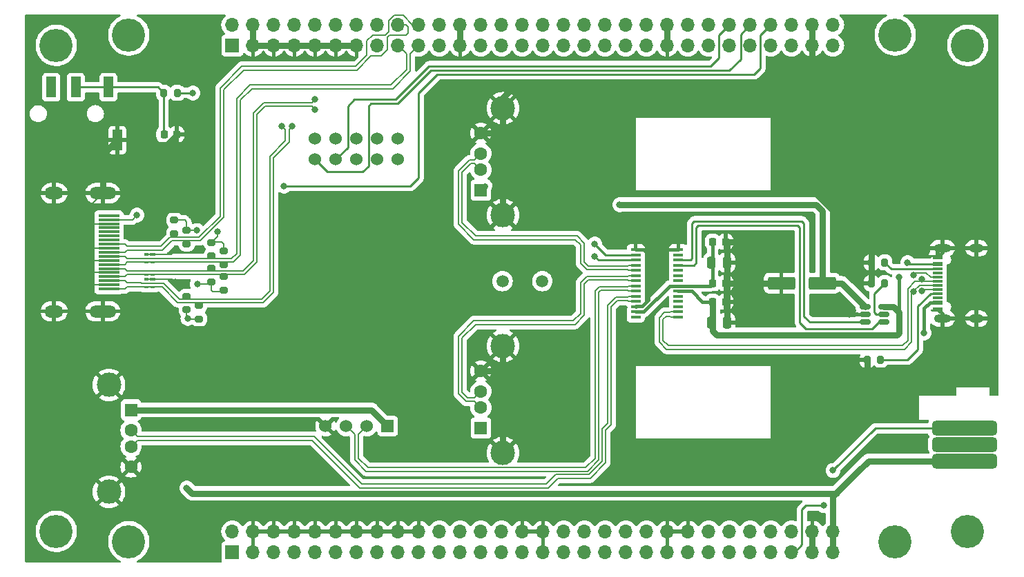
<source format=gbr>
%TF.GenerationSoftware,KiCad,Pcbnew,7.0.6*%
%TF.CreationDate,2023-08-02T21:58:42+08:00*%
%TF.ProjectId,Adapter,41646170-7465-4722-9e6b-696361645f70,rev?*%
%TF.SameCoordinates,Original*%
%TF.FileFunction,Copper,L1,Top*%
%TF.FilePolarity,Positive*%
%FSLAX46Y46*%
G04 Gerber Fmt 4.6, Leading zero omitted, Abs format (unit mm)*
G04 Created by KiCad (PCBNEW 7.0.6) date 2023-08-02 21:58:42*
%MOMM*%
%LPD*%
G01*
G04 APERTURE LIST*
G04 Aperture macros list*
%AMRoundRect*
0 Rectangle with rounded corners*
0 $1 Rounding radius*
0 $2 $3 $4 $5 $6 $7 $8 $9 X,Y pos of 4 corners*
0 Add a 4 corners polygon primitive as box body*
4,1,4,$2,$3,$4,$5,$6,$7,$8,$9,$2,$3,0*
0 Add four circle primitives for the rounded corners*
1,1,$1+$1,$2,$3*
1,1,$1+$1,$4,$5*
1,1,$1+$1,$6,$7*
1,1,$1+$1,$8,$9*
0 Add four rect primitives between the rounded corners*
20,1,$1+$1,$2,$3,$4,$5,0*
20,1,$1+$1,$4,$5,$6,$7,0*
20,1,$1+$1,$6,$7,$8,$9,0*
20,1,$1+$1,$8,$9,$2,$3,0*%
G04 Aperture macros list end*
%TA.AperFunction,ComponentPad*%
%ADD10R,1.700000X1.700000*%
%TD*%
%TA.AperFunction,ComponentPad*%
%ADD11O,1.700000X1.700000*%
%TD*%
%TA.AperFunction,SMDPad,CuDef*%
%ADD12RoundRect,0.200000X-0.200000X-0.275000X0.200000X-0.275000X0.200000X0.275000X-0.200000X0.275000X0*%
%TD*%
%TA.AperFunction,SMDPad,CuDef*%
%ADD13R,1.150000X0.600000*%
%TD*%
%TA.AperFunction,SMDPad,CuDef*%
%ADD14R,1.150000X0.300000*%
%TD*%
%TA.AperFunction,ComponentPad*%
%ADD15O,2.100000X1.000000*%
%TD*%
%TA.AperFunction,ComponentPad*%
%ADD16O,1.800000X1.000000*%
%TD*%
%TA.AperFunction,SMDPad,CuDef*%
%ADD17RoundRect,0.250000X1.412500X0.550000X-1.412500X0.550000X-1.412500X-0.550000X1.412500X-0.550000X0*%
%TD*%
%TA.AperFunction,SMDPad,CuDef*%
%ADD18RoundRect,0.200000X-0.275000X0.200000X-0.275000X-0.200000X0.275000X-0.200000X0.275000X0.200000X0*%
%TD*%
%TA.AperFunction,SMDPad,CuDef*%
%ADD19R,0.625000X0.250000*%
%TD*%
%TA.AperFunction,SMDPad,CuDef*%
%ADD20R,0.700000X0.450000*%
%TD*%
%TA.AperFunction,SMDPad,CuDef*%
%ADD21R,0.575000X0.450000*%
%TD*%
%TA.AperFunction,ComponentPad*%
%ADD22R,1.500000X1.600000*%
%TD*%
%TA.AperFunction,ComponentPad*%
%ADD23C,1.600000*%
%TD*%
%TA.AperFunction,ComponentPad*%
%ADD24C,3.000000*%
%TD*%
%TA.AperFunction,SMDPad,CuDef*%
%ADD25RoundRect,0.200000X0.200000X0.275000X-0.200000X0.275000X-0.200000X-0.275000X0.200000X-0.275000X0*%
%TD*%
%TA.AperFunction,ComponentPad*%
%ADD26C,1.524000*%
%TD*%
%TA.AperFunction,ComponentPad*%
%ADD27R,1.524000X1.524000*%
%TD*%
%TA.AperFunction,SMDPad,CuDef*%
%ADD28RoundRect,0.200000X0.275000X-0.200000X0.275000X0.200000X-0.275000X0.200000X-0.275000X-0.200000X0*%
%TD*%
%TA.AperFunction,SMDPad,CuDef*%
%ADD29RoundRect,0.250000X0.250000X0.475000X-0.250000X0.475000X-0.250000X-0.475000X0.250000X-0.475000X0*%
%TD*%
%TA.AperFunction,ComponentPad*%
%ADD30C,1.500000*%
%TD*%
%TA.AperFunction,SMDPad,CuDef*%
%ADD31RoundRect,0.225000X-0.225000X-0.250000X0.225000X-0.250000X0.225000X0.250000X-0.225000X0.250000X0*%
%TD*%
%TA.AperFunction,SMDPad,CuDef*%
%ADD32RoundRect,0.250000X-0.250000X-0.475000X0.250000X-0.475000X0.250000X0.475000X-0.250000X0.475000X0*%
%TD*%
%TA.AperFunction,ConnectorPad*%
%ADD33RoundRect,0.450000X-3.550000X0.450000X-3.550000X-0.450000X3.550000X-0.450000X3.550000X0.450000X0*%
%TD*%
%TA.AperFunction,SMDPad,CuDef*%
%ADD34RoundRect,0.225000X0.225000X0.250000X-0.225000X0.250000X-0.225000X-0.250000X0.225000X-0.250000X0*%
%TD*%
%TA.AperFunction,SMDPad,CuDef*%
%ADD35RoundRect,0.150000X-0.512500X-0.150000X0.512500X-0.150000X0.512500X0.150000X-0.512500X0.150000X0*%
%TD*%
%TA.AperFunction,SMDPad,CuDef*%
%ADD36R,2.600000X0.300000*%
%TD*%
%TA.AperFunction,ComponentPad*%
%ADD37O,3.300000X1.500000*%
%TD*%
%TA.AperFunction,ComponentPad*%
%ADD38O,2.300000X1.500000*%
%TD*%
%TA.AperFunction,SMDPad,CuDef*%
%ADD39R,1.200000X0.400000*%
%TD*%
%TA.AperFunction,SMDPad,CuDef*%
%ADD40R,1.200000X2.500000*%
%TD*%
%TA.AperFunction,ViaPad*%
%ADD41C,4.064000*%
%TD*%
%TA.AperFunction,ViaPad*%
%ADD42C,0.800000*%
%TD*%
%TA.AperFunction,Conductor*%
%ADD43C,0.762000*%
%TD*%
%TA.AperFunction,Conductor*%
%ADD44C,0.203200*%
%TD*%
%TA.AperFunction,Conductor*%
%ADD45C,0.381000*%
%TD*%
%TA.AperFunction,Conductor*%
%ADD46C,0.250000*%
%TD*%
%TA.AperFunction,Conductor*%
%ADD47C,0.254000*%
%TD*%
%TA.AperFunction,Conductor*%
%ADD48C,0.200000*%
%TD*%
%TA.AperFunction,Conductor*%
%ADD49C,1.270000*%
%TD*%
G04 APERTURE END LIST*
D10*
%TO.P,P1,1,Pin_1*%
%TO.N,unconnected-(P1-Pin_1-Pad1)*%
X116840000Y-80010000D03*
D11*
%TO.P,P1,2,Pin_2*%
%TO.N,unconnected-(P1-Pin_2-Pad2)*%
X116840000Y-77470000D03*
%TO.P,P1,3,Pin_3*%
%TO.N,GND*%
X119380000Y-80010000D03*
%TO.P,P1,4,Pin_4*%
X119380000Y-77470000D03*
%TO.P,P1,5,Pin_5*%
X121920000Y-80010000D03*
%TO.P,P1,6,Pin_6*%
%TO.N,/SWCLK*%
X121920000Y-77470000D03*
%TO.P,P1,7,Pin_7*%
%TO.N,GND*%
X124460000Y-80010000D03*
%TO.P,P1,8,Pin_8*%
%TO.N,/SWDIO*%
X124460000Y-77470000D03*
%TO.P,P1,9,Pin_9*%
%TO.N,GND*%
X127000000Y-80010000D03*
%TO.P,P1,10,Pin_10*%
%TO.N,/HDMI_D2_N*%
X127000000Y-77470000D03*
%TO.P,P1,11,Pin_11*%
%TO.N,GND*%
X129540000Y-80010000D03*
%TO.P,P1,12,Pin_12*%
%TO.N,/HDMI_D2_P*%
X129540000Y-77470000D03*
%TO.P,P1,13,Pin_13*%
%TO.N,GND*%
X132080000Y-80010000D03*
%TO.P,P1,14,Pin_14*%
%TO.N,/HDMI_D1_P*%
X132080000Y-77470000D03*
%TO.P,P1,15,Pin_15*%
%TO.N,GND*%
X134620000Y-80010000D03*
%TO.P,P1,16,Pin_16*%
%TO.N,/HDMI_D1_N*%
X134620000Y-77470000D03*
%TO.P,P1,17,Pin_17*%
%TO.N,/HDMI_D0_N*%
X137160000Y-80010000D03*
%TO.P,P1,18,Pin_18*%
%TO.N,/HDMI_CLK_P*%
X137160000Y-77470000D03*
%TO.P,P1,19,Pin_19*%
%TO.N,/HDMI_D0_P*%
X139700000Y-80010000D03*
%TO.P,P1,20,Pin_20*%
%TO.N,/HDMI_CLK_N*%
X139700000Y-77470000D03*
%TO.P,P1,21,Pin_21*%
%TO.N,unconnected-(P1-Pin_21-Pad21)*%
X142240000Y-80010000D03*
%TO.P,P1,22,Pin_22*%
%TO.N,unconnected-(P1-Pin_22-Pad22)*%
X142240000Y-77470000D03*
%TO.P,P1,23,Pin_23*%
%TO.N,GND*%
X144780000Y-80010000D03*
%TO.P,P1,24,Pin_24*%
X144780000Y-77470000D03*
%TO.P,P1,25,Pin_25*%
%TO.N,unconnected-(P1-Pin_25-Pad25)*%
X147320000Y-80010000D03*
%TO.P,P1,26,Pin_26*%
%TO.N,unconnected-(P1-Pin_26-Pad26)*%
X147320000Y-77470000D03*
%TO.P,P1,27,Pin_27*%
%TO.N,unconnected-(P1-Pin_27-Pad27)*%
X149860000Y-80010000D03*
%TO.P,P1,28,Pin_28*%
%TO.N,unconnected-(P1-Pin_28-Pad28)*%
X149860000Y-77470000D03*
%TO.P,P1,29,Pin_29*%
%TO.N,unconnected-(P1-Pin_29-Pad29)*%
X152400000Y-80010000D03*
%TO.P,P1,30,Pin_30*%
%TO.N,unconnected-(P1-Pin_30-Pad30)*%
X152400000Y-77470000D03*
%TO.P,P1,31,Pin_31*%
%TO.N,unconnected-(P1-Pin_31-Pad31)*%
X154940000Y-80010000D03*
%TO.P,P1,32,Pin_32*%
%TO.N,unconnected-(P1-Pin_32-Pad32)*%
X154940000Y-77470000D03*
%TO.P,P1,33,Pin_33*%
%TO.N,unconnected-(P1-Pin_33-Pad33)*%
X157480000Y-80010000D03*
%TO.P,P1,34,Pin_34*%
%TO.N,unconnected-(P1-Pin_34-Pad34)*%
X157480000Y-77470000D03*
%TO.P,P1,35,Pin_35*%
%TO.N,unconnected-(P1-Pin_35-Pad35)*%
X160020000Y-80010000D03*
%TO.P,P1,36,Pin_36*%
%TO.N,unconnected-(P1-Pin_36-Pad36)*%
X160020000Y-77470000D03*
%TO.P,P1,37,Pin_37*%
%TO.N,unconnected-(P1-Pin_37-Pad37)*%
X162560000Y-80010000D03*
%TO.P,P1,38,Pin_38*%
%TO.N,unconnected-(P1-Pin_38-Pad38)*%
X162560000Y-77470000D03*
%TO.P,P1,39,Pin_39*%
%TO.N,unconnected-(P1-Pin_39-Pad39)*%
X165100000Y-80010000D03*
%TO.P,P1,40,Pin_40*%
%TO.N,unconnected-(P1-Pin_40-Pad40)*%
X165100000Y-77470000D03*
%TO.P,P1,41,Pin_41*%
%TO.N,unconnected-(P1-Pin_41-Pad41)*%
X167640000Y-80010000D03*
%TO.P,P1,42,Pin_42*%
%TO.N,unconnected-(P1-Pin_42-Pad42)*%
X167640000Y-77470000D03*
%TO.P,P1,43,Pin_43*%
%TO.N,GND*%
X170180000Y-80010000D03*
%TO.P,P1,44,Pin_44*%
X170180000Y-77470000D03*
%TO.P,P1,45,Pin_45*%
%TO.N,unconnected-(P1-Pin_45-Pad45)*%
X172720000Y-80010000D03*
%TO.P,P1,46,Pin_46*%
%TO.N,unconnected-(P1-Pin_46-Pad46)*%
X172720000Y-77470000D03*
%TO.P,P1,47,Pin_47*%
%TO.N,unconnected-(P1-Pin_47-Pad47)*%
X175260000Y-80010000D03*
%TO.P,P1,48,Pin_48*%
%TO.N,unconnected-(P1-Pin_48-Pad48)*%
X175260000Y-77470000D03*
%TO.P,P1,49,Pin_49*%
%TO.N,unconnected-(P1-Pin_49-Pad49)*%
X177800000Y-80010000D03*
%TO.P,P1,50,Pin_50*%
%TO.N,/TX*%
X177800000Y-77470000D03*
%TO.P,P1,51,Pin_51*%
%TO.N,unconnected-(P1-Pin_51-Pad51)*%
X180340000Y-80010000D03*
%TO.P,P1,52,Pin_52*%
%TO.N,/RX*%
X180340000Y-77470000D03*
%TO.P,P1,53,Pin_53*%
%TO.N,unconnected-(P1-Pin_53-Pad53)*%
X182880000Y-80010000D03*
%TO.P,P1,54,Pin_54*%
%TO.N,/BUZ*%
X182880000Y-77470000D03*
%TO.P,P1,55,Pin_55*%
%TO.N,unconnected-(P1-Pin_55-Pad55)*%
X185420000Y-80010000D03*
%TO.P,P1,56,Pin_56*%
%TO.N,unconnected-(P1-Pin_56-Pad56)*%
X185420000Y-77470000D03*
%TO.P,P1,57,Pin_57*%
%TO.N,GND*%
X187960000Y-80010000D03*
%TO.P,P1,58,Pin_58*%
X187960000Y-77470000D03*
%TO.P,P1,59,Pin_59*%
%TO.N,unconnected-(P1-Pin_59-Pad59)*%
X190500000Y-80010000D03*
%TO.P,P1,60,Pin_60*%
%TO.N,unconnected-(P1-Pin_60-Pad60)*%
X190500000Y-77470000D03*
%TD*%
D10*
%TO.P,P4,1,Pin_1*%
%TO.N,unconnected-(P4-Pin_1-Pad1)*%
X116840000Y-142240000D03*
D11*
%TO.P,P4,2,Pin_2*%
%TO.N,unconnected-(P4-Pin_2-Pad2)*%
X116840000Y-139700000D03*
%TO.P,P4,3,Pin_3*%
%TO.N,GND*%
X119380000Y-142240000D03*
%TO.P,P4,4,Pin_4*%
X119380000Y-139700000D03*
%TO.P,P4,5,Pin_5*%
%TO.N,unconnected-(P4-Pin_5-Pad5)*%
X121920000Y-142240000D03*
%TO.P,P4,6,Pin_6*%
%TO.N,GND*%
X121920000Y-139700000D03*
%TO.P,P4,7,Pin_7*%
%TO.N,unconnected-(P4-Pin_7-Pad7)*%
X124460000Y-142240000D03*
%TO.P,P4,8,Pin_8*%
%TO.N,GND*%
X124460000Y-139700000D03*
%TO.P,P4,9,Pin_9*%
%TO.N,unconnected-(P4-Pin_9-Pad9)*%
X127000000Y-142240000D03*
%TO.P,P4,10,Pin_10*%
%TO.N,GND*%
X127000000Y-139700000D03*
%TO.P,P4,11,Pin_11*%
%TO.N,unconnected-(P4-Pin_11-Pad11)*%
X129540000Y-142240000D03*
%TO.P,P4,12,Pin_12*%
%TO.N,GND*%
X129540000Y-139700000D03*
%TO.P,P4,13,Pin_13*%
%TO.N,unconnected-(P4-Pin_13-Pad13)*%
X132080000Y-142240000D03*
%TO.P,P4,14,Pin_14*%
%TO.N,GND*%
X132080000Y-139700000D03*
%TO.P,P4,15,Pin_15*%
%TO.N,unconnected-(P4-Pin_15-Pad15)*%
X134620000Y-142240000D03*
%TO.P,P4,16,Pin_16*%
%TO.N,GND*%
X134620000Y-139700000D03*
%TO.P,P4,17,Pin_17*%
%TO.N,unconnected-(P4-Pin_17-Pad17)*%
X137160000Y-142240000D03*
%TO.P,P4,18,Pin_18*%
%TO.N,GND*%
X137160000Y-139700000D03*
%TO.P,P4,19,Pin_19*%
%TO.N,unconnected-(P4-Pin_19-Pad19)*%
X139700000Y-142240000D03*
%TO.P,P4,20,Pin_20*%
%TO.N,GND*%
X139700000Y-139700000D03*
%TO.P,P4,21,Pin_21*%
%TO.N,unconnected-(P4-Pin_21-Pad21)*%
X142240000Y-142240000D03*
%TO.P,P4,22,Pin_22*%
%TO.N,unconnected-(P4-Pin_22-Pad22)*%
X142240000Y-139700000D03*
%TO.P,P4,23,Pin_23*%
%TO.N,unconnected-(P4-Pin_23-Pad23)*%
X144780000Y-142240000D03*
%TO.P,P4,24,Pin_24*%
%TO.N,unconnected-(P4-Pin_24-Pad24)*%
X144780000Y-139700000D03*
%TO.P,P4,25,Pin_25*%
%TO.N,unconnected-(P4-Pin_25-Pad25)*%
X147320000Y-142240000D03*
%TO.P,P4,26,Pin_26*%
%TO.N,unconnected-(P4-Pin_26-Pad26)*%
X147320000Y-139700000D03*
%TO.P,P4,27,Pin_27*%
%TO.N,unconnected-(P4-Pin_27-Pad27)*%
X149860000Y-142240000D03*
%TO.P,P4,28,Pin_28*%
%TO.N,unconnected-(P4-Pin_28-Pad28)*%
X149860000Y-139700000D03*
%TO.P,P4,29,Pin_29*%
%TO.N,unconnected-(P4-Pin_29-Pad29)*%
X152400000Y-142240000D03*
%TO.P,P4,30,Pin_30*%
%TO.N,GND*%
X152400000Y-139700000D03*
%TO.P,P4,31,Pin_31*%
X154940000Y-142240000D03*
%TO.P,P4,32,Pin_32*%
X154940000Y-139700000D03*
%TO.P,P4,33,Pin_33*%
%TO.N,unconnected-(P4-Pin_33-Pad33)*%
X157480000Y-142240000D03*
%TO.P,P4,34,Pin_34*%
%TO.N,unconnected-(P4-Pin_34-Pad34)*%
X157480000Y-139700000D03*
%TO.P,P4,35,Pin_35*%
%TO.N,unconnected-(P4-Pin_35-Pad35)*%
X160020000Y-142240000D03*
%TO.P,P4,36,Pin_36*%
%TO.N,unconnected-(P4-Pin_36-Pad36)*%
X160020000Y-139700000D03*
%TO.P,P4,37,Pin_37*%
%TO.N,unconnected-(P4-Pin_37-Pad37)*%
X162560000Y-142240000D03*
%TO.P,P4,38,Pin_38*%
%TO.N,unconnected-(P4-Pin_38-Pad38)*%
X162560000Y-139700000D03*
%TO.P,P4,39,Pin_39*%
%TO.N,unconnected-(P4-Pin_39-Pad39)*%
X165100000Y-142240000D03*
%TO.P,P4,40,Pin_40*%
%TO.N,unconnected-(P4-Pin_40-Pad40)*%
X165100000Y-139700000D03*
%TO.P,P4,41,Pin_41*%
%TO.N,unconnected-(P4-Pin_41-Pad41)*%
X167640000Y-142240000D03*
%TO.P,P4,42,Pin_42*%
%TO.N,unconnected-(P4-Pin_42-Pad42)*%
X167640000Y-139700000D03*
%TO.P,P4,43,Pin_43*%
%TO.N,GND*%
X170180000Y-142240000D03*
%TO.P,P4,44,Pin_44*%
X170180000Y-139700000D03*
%TO.P,P4,45,Pin_45*%
%TO.N,unconnected-(P4-Pin_45-Pad45)*%
X172720000Y-142240000D03*
%TO.P,P4,46,Pin_46*%
%TO.N,GND*%
X172720000Y-139700000D03*
%TO.P,P4,47,Pin_47*%
%TO.N,unconnected-(P4-Pin_47-Pad47)*%
X175260000Y-142240000D03*
%TO.P,P4,48,Pin_48*%
%TO.N,unconnected-(P4-Pin_48-Pad48)*%
X175260000Y-139700000D03*
%TO.P,P4,49,Pin_49*%
%TO.N,unconnected-(P4-Pin_49-Pad49)*%
X177800000Y-142240000D03*
%TO.P,P4,50,Pin_50*%
%TO.N,unconnected-(P4-Pin_50-Pad50)*%
X177800000Y-139700000D03*
%TO.P,P4,51,Pin_51*%
%TO.N,unconnected-(P4-Pin_51-Pad51)*%
X180340000Y-142240000D03*
%TO.P,P4,52,Pin_52*%
%TO.N,unconnected-(P4-Pin_52-Pad52)*%
X180340000Y-139700000D03*
%TO.P,P4,53,Pin_53*%
%TO.N,/SCL*%
X182880000Y-142240000D03*
%TO.P,P4,54,Pin_54*%
%TO.N,unconnected-(P4-Pin_54-Pad54)*%
X182880000Y-139700000D03*
%TO.P,P4,55,Pin_55*%
%TO.N,/SDA*%
X185420000Y-142240000D03*
%TO.P,P4,56,Pin_56*%
%TO.N,unconnected-(P4-Pin_56-Pad56)*%
X185420000Y-139700000D03*
%TO.P,P4,57,Pin_57*%
%TO.N,GND*%
X187960000Y-142240000D03*
%TO.P,P4,58,Pin_58*%
X187960000Y-139700000D03*
%TO.P,P4,59,Pin_59*%
%TO.N,+3V3*%
X190500000Y-142240000D03*
%TO.P,P4,60,Pin_60*%
X190500000Y-139700000D03*
%TD*%
D12*
%TO.P,R3,1*%
%TO.N,GND*%
X195200000Y-109220000D03*
%TO.P,R3,2*%
%TO.N,Net-(U1-ISET)*%
X196850000Y-109220000D03*
%TD*%
D13*
%TO.P,J1,A1,GND*%
%TO.N,GND*%
X203330000Y-112420000D03*
%TO.P,J1,A4,VBUS*%
%TO.N,/VBUS_IN*%
X203330000Y-111620000D03*
D14*
%TO.P,J1,A5,CC1*%
%TO.N,Net-(J1-CC1)*%
X203330000Y-110470000D03*
%TO.P,J1,A6,D+*%
%TO.N,/UP_D+*%
X203330000Y-109470000D03*
%TO.P,J1,A7,D-*%
%TO.N,/UP_D-*%
X203330000Y-108970000D03*
%TO.P,J1,A8,SBU1*%
%TO.N,unconnected-(J1-SBU1-PadA8)*%
X203330000Y-107970000D03*
D13*
%TO.P,J1,A9,VBUS*%
%TO.N,/VBUS_IN*%
X203330000Y-106820000D03*
%TO.P,J1,A12,GND*%
%TO.N,GND*%
X203330000Y-106020000D03*
%TO.P,J1,B1,GND*%
X203330000Y-106020000D03*
%TO.P,J1,B4,VBUS*%
%TO.N,/VBUS_IN*%
X203330000Y-106820000D03*
D14*
%TO.P,J1,B5,CC2*%
%TO.N,Net-(J1-CC2)*%
X203330000Y-107470000D03*
%TO.P,J1,B6,D+*%
%TO.N,/UP_D+*%
X203330000Y-108470000D03*
%TO.P,J1,B7,D-*%
%TO.N,/UP_D-*%
X203330000Y-109970000D03*
%TO.P,J1,B8,SBU2*%
%TO.N,unconnected-(J1-SBU2-PadB8)*%
X203330000Y-110970000D03*
D13*
%TO.P,J1,B9,VBUS*%
%TO.N,/VBUS_IN*%
X203330000Y-111620000D03*
%TO.P,J1,B12,GND*%
%TO.N,GND*%
X203330000Y-112420000D03*
D15*
%TO.P,J1,S1,SHIELD*%
X203905000Y-113540000D03*
D16*
X208085000Y-113540000D03*
D15*
X203905000Y-104900000D03*
D16*
X208085000Y-104900000D03*
%TD*%
D17*
%TO.P,C2,1*%
%TO.N,VBUS*%
X189227500Y-109220000D03*
%TO.P,C2,2*%
%TO.N,GND*%
X184152500Y-109220000D03*
%TD*%
D18*
%TO.P,RP3,1*%
%TO.N,+3V3*%
X111252000Y-102744000D03*
%TO.P,RP3,2*%
%TO.N,/HDMI_CLK_P*%
X111252000Y-104394000D03*
%TD*%
D19*
%TO.P,U4,1,Line1*%
%TO.N,/HDMI_D2_P*%
X107067500Y-109712000D03*
%TO.P,U4,2,Line2*%
%TO.N,/HDMI_D2_N*%
X107067500Y-109212000D03*
D20*
%TO.P,U4,3,GND*%
%TO.N,GND*%
X107030000Y-108712000D03*
D19*
%TO.P,U4,4,Line3*%
%TO.N,/HDMI_D1_P*%
X107067500Y-108212000D03*
%TO.P,U4,5,Line5*%
%TO.N,/HDMI_D1_N*%
X107067500Y-107712000D03*
%TO.P,U4,6,NC*%
X106292500Y-107712000D03*
%TO.P,U4,7,NC*%
%TO.N,/HDMI_D1_P*%
X106292500Y-108212000D03*
D21*
%TO.P,U4,8,GND*%
%TO.N,GND*%
X106267500Y-108712000D03*
D19*
%TO.P,U4,9,NC*%
%TO.N,/HDMI_D2_N*%
X106292500Y-109212000D03*
%TO.P,U4,10,NC*%
%TO.N,/HDMI_D2_P*%
X106292500Y-109712000D03*
%TD*%
D22*
%TO.P,J3,1,VBUS*%
%TO.N,VBUS*%
X104420000Y-124770000D03*
D23*
%TO.P,J3,2,D-*%
%TO.N,/USB1_D-*%
X104420000Y-127270000D03*
%TO.P,J3,3,D+*%
%TO.N,/USB1_D+*%
X104420000Y-129270000D03*
%TO.P,J3,4,GND*%
%TO.N,GND*%
X104420000Y-131770000D03*
D24*
%TO.P,J3,5,Shield*%
X101710000Y-121700000D03*
X101710000Y-134840000D03*
%TD*%
D25*
%TO.P,R1,1*%
%TO.N,Net-(J1-CC1)*%
X196342000Y-118618000D03*
%TO.P,R1,2*%
%TO.N,GND*%
X194692000Y-118618000D03*
%TD*%
D26*
%TO.P,U3,1,RX*%
%TO.N,/RX*%
X127000000Y-93980000D03*
%TO.P,U3,2,CLK*%
%TO.N,/SWCLK*%
X127000000Y-91440000D03*
%TO.P,U3,3,TX*%
%TO.N,/TX*%
X129540000Y-93980000D03*
%TO.P,U3,4,DIO*%
%TO.N,/SWDIO*%
X129540000Y-91440000D03*
%TO.P,U3,5,GND*%
%TO.N,GND*%
X132080000Y-93980000D03*
%TO.P,U3,6,GND*%
X132080000Y-91440000D03*
%TO.P,U3,7,3.3V*%
%TO.N,unconnected-(U3-3.3V-Pad7)*%
X134620000Y-93980000D03*
%TO.P,U3,8,3.3V*%
%TO.N,unconnected-(U3-3.3V-Pad8)*%
X134620000Y-91440000D03*
%TO.P,U3,9,5V*%
%TO.N,unconnected-(U3-5V-Pad9)*%
X137160000Y-93980000D03*
%TO.P,U3,10,5V*%
%TO.N,unconnected-(U3-5V-Pad10)*%
X137160000Y-91440000D03*
D27*
%TO.P,U3,11,VBUS*%
%TO.N,VBUS*%
X135890000Y-126746000D03*
D26*
%TO.P,U3,12,D-*%
%TO.N,/USB2_D-*%
X133350000Y-126746000D03*
%TO.P,U3,13,D+*%
%TO.N,/USB2_D+*%
X130810000Y-126746000D03*
%TO.P,U3,14,GND*%
%TO.N,GND*%
X128270000Y-126746000D03*
%TD*%
D18*
%TO.P,RN0,1*%
%TO.N,+3V3*%
X114300000Y-104204000D03*
%TO.P,RN0,2*%
%TO.N,/HDMI_D0_N*%
X114300000Y-105854000D03*
%TD*%
D28*
%TO.P,RP2,1*%
%TO.N,+3V3*%
X112776000Y-113601000D03*
%TO.P,RP2,2*%
%TO.N,/HDMI_D2_P*%
X112776000Y-111951000D03*
%TD*%
D29*
%TO.P,C5,1*%
%TO.N,GND*%
X177480000Y-106680000D03*
%TO.P,C5,2*%
%TO.N,/3v3*%
X175580000Y-106680000D03*
%TD*%
D30*
%TO.P,Y1,1,1*%
%TO.N,Net-(U2-XI)*%
X154850000Y-108966000D03*
%TO.P,Y1,2,2*%
%TO.N,Net-(U2-XO)*%
X149970000Y-108966000D03*
%TD*%
D31*
%TO.P,C6,1*%
%TO.N,Net-(C6-Pad1)*%
X108475000Y-90932000D03*
%TO.P,C6,2*%
%TO.N,GND*%
X110025000Y-90932000D03*
%TD*%
D32*
%TO.P,C1,1*%
%TO.N,/VBUS_IN*%
X175580000Y-114046000D03*
%TO.P,C1,2*%
%TO.N,GND*%
X177480000Y-114046000D03*
%TD*%
D33*
%TO.P,J2,1,SDA*%
%TO.N,/SDA*%
X206646000Y-127032000D03*
%TO.P,J2,2,NC*%
%TO.N,unconnected-(J2-NC-Pad2)*%
X206646000Y-129032000D03*
%TO.P,J2,3,3.3V*%
%TO.N,+3V3*%
X206646000Y-131032000D03*
%TD*%
D28*
%TO.P,RP1,1*%
%TO.N,+3V3*%
X115824000Y-110045000D03*
%TO.P,RP1,2*%
%TO.N,/HDMI_D1_P*%
X115824000Y-108395000D03*
%TD*%
D34*
%TO.P,C4,1*%
%TO.N,GND*%
X177305000Y-109220000D03*
%TO.P,C4,2*%
%TO.N,/3v3*%
X175755000Y-109220000D03*
%TD*%
D18*
%TO.P,RN3,1*%
%TO.N,+3V3*%
X109728000Y-101474000D03*
%TO.P,RN3,2*%
%TO.N,/HDMI_CLK_N*%
X109728000Y-103124000D03*
%TD*%
D28*
%TO.P,RN2,1*%
%TO.N,+3V3*%
X111252000Y-112458000D03*
%TO.P,RN2,2*%
%TO.N,/HDMI_D2_N*%
X111252000Y-110808000D03*
%TD*%
D34*
%TO.P,C7,1*%
%TO.N,GND*%
X177305000Y-104140000D03*
%TO.P,C7,2*%
%TO.N,/3v3*%
X175755000Y-104140000D03*
%TD*%
D35*
%TO.P,U1,1,VOUT*%
%TO.N,VBUS*%
X194442500Y-112080000D03*
%TO.P,U1,2,GND*%
%TO.N,GND*%
X194442500Y-113030000D03*
%TO.P,U1,3,FLAG#*%
%TO.N,/OVCUR*%
X194442500Y-113980000D03*
%TO.P,U1,4,EN#*%
%TO.N,/PWREN*%
X196717500Y-113980000D03*
%TO.P,U1,5,ISET*%
%TO.N,Net-(U1-ISET)*%
X196717500Y-113030000D03*
%TO.P,U1,6,VIN*%
%TO.N,/VBUS_IN*%
X196717500Y-112080000D03*
%TD*%
D36*
%TO.P,J4,1,D2+*%
%TO.N,/HDMI_D2_P*%
X101710000Y-109910000D03*
%TO.P,J4,2,D2S*%
%TO.N,GND*%
X101710000Y-109410000D03*
%TO.P,J4,3,D2-*%
%TO.N,/HDMI_D2_N*%
X101710000Y-108910000D03*
%TO.P,J4,4,D1+*%
%TO.N,/HDMI_D1_P*%
X101710000Y-108410000D03*
%TO.P,J4,5,D1S*%
%TO.N,GND*%
X101710000Y-107910000D03*
%TO.P,J4,6,D1-*%
%TO.N,/HDMI_D1_N*%
X101710000Y-107410000D03*
%TO.P,J4,7,D0+*%
%TO.N,/HDMI_D0_P*%
X101710000Y-106910000D03*
%TO.P,J4,8,D0S*%
%TO.N,GND*%
X101710000Y-106410000D03*
%TO.P,J4,9,D0-*%
%TO.N,/HDMI_D0_N*%
X101710000Y-105910000D03*
%TO.P,J4,10,CK+*%
%TO.N,/HDMI_CLK_P*%
X101710000Y-105410000D03*
%TO.P,J4,11,CKS*%
%TO.N,GND*%
X101710000Y-104910000D03*
%TO.P,J4,12,CK-*%
%TO.N,/HDMI_CLK_N*%
X101710000Y-104410000D03*
%TO.P,J4,13,CEC*%
%TO.N,unconnected-(J4-CEC-Pad13)*%
X101710000Y-103910000D03*
%TO.P,J4,14,UTILITY*%
%TO.N,unconnected-(J4-UTILITY-Pad14)*%
X101710000Y-103410000D03*
%TO.P,J4,15,SCL*%
%TO.N,unconnected-(J4-SCL-Pad15)*%
X101710000Y-102910000D03*
%TO.P,J4,16,SDA*%
%TO.N,unconnected-(J4-SDA-Pad16)*%
X101710000Y-102410000D03*
%TO.P,J4,17,GND*%
%TO.N,GND*%
X101710000Y-101910000D03*
%TO.P,J4,18,+5V*%
%TO.N,VBUS*%
X101710000Y-101410000D03*
%TO.P,J4,19,HPD*%
%TO.N,unconnected-(J4-HPD-Pad19)*%
X101710000Y-100910000D03*
D37*
%TO.P,J4,SH,SH*%
%TO.N,GND*%
X100950000Y-112660000D03*
X100950000Y-98160000D03*
D38*
X94990000Y-112660000D03*
X94990000Y-98160000D03*
%TD*%
D28*
%TO.P,RN1,1*%
%TO.N,+3V3*%
X114300000Y-109029000D03*
%TO.P,RN1,2*%
%TO.N,/HDMI_D1_N*%
X114300000Y-107379000D03*
%TD*%
D25*
%TO.P,R2,1*%
%TO.N,Net-(J1-CC2)*%
X196850000Y-106680000D03*
%TO.P,R2,2*%
%TO.N,GND*%
X195200000Y-106680000D03*
%TD*%
D12*
%TO.P,R6,1*%
%TO.N,Net-(C6-Pad1)*%
X108425000Y-85852000D03*
%TO.P,R6,2*%
%TO.N,/BUZ*%
X110075000Y-85852000D03*
%TD*%
D18*
%TO.P,RP0,1*%
%TO.N,+3V3*%
X115824000Y-105283000D03*
%TO.P,RP0,2*%
%TO.N,/HDMI_D0_P*%
X115824000Y-106933000D03*
%TD*%
D22*
%TO.P,P2,1,VBUS*%
%TO.N,VBUS*%
X147320000Y-127000000D03*
D23*
%TO.P,P2,2,D-*%
%TO.N,/USB3_D-*%
X147320000Y-124500000D03*
%TO.P,P2,3,D+*%
%TO.N,/USB3_D+*%
X147320000Y-122500000D03*
%TO.P,P2,4,GND*%
%TO.N,GND*%
X147320000Y-120000000D03*
D24*
%TO.P,P2,5,Shield*%
X150030000Y-130070000D03*
X150030000Y-116930000D03*
%TD*%
D39*
%TO.P,U2,1,GND*%
%TO.N,GND*%
X166310000Y-105092500D03*
%TO.P,U2,2,XO*%
%TO.N,Net-(U2-XO)*%
X166310000Y-105727500D03*
%TO.P,U2,3,XI*%
%TO.N,Net-(U2-XI)*%
X166310000Y-106362500D03*
%TO.P,U2,4,DM4*%
%TO.N,/USB4_D-*%
X166310000Y-106997500D03*
%TO.P,U2,5,DP4*%
%TO.N,/USB4_D+*%
X166310000Y-107632500D03*
%TO.P,U2,6,DM3*%
%TO.N,/USB3_D-*%
X166310000Y-108267500D03*
%TO.P,U2,7,DP3*%
%TO.N,/USB3_D+*%
X166310000Y-108902500D03*
%TO.P,U2,8,DM2*%
%TO.N,/USB2_D-*%
X166310000Y-109537500D03*
%TO.P,U2,9,DP2*%
%TO.N,/USB2_D+*%
X166310000Y-110172500D03*
%TO.P,U2,10,DM1*%
%TO.N,/USB1_D-*%
X166310000Y-110807500D03*
%TO.P,U2,11,DP1*%
%TO.N,/USB1_D+*%
X166310000Y-111442500D03*
%TO.P,U2,12,GND*%
%TO.N,GND*%
X166310000Y-112077500D03*
%TO.P,U2,13,VDD33*%
%TO.N,/3v3*%
X166310000Y-112712500D03*
%TO.P,U2,14,LED3/SCL*%
%TO.N,unconnected-(U2-LED3{slash}SCL-Pad14)*%
X166310000Y-113347500D03*
%TO.P,U2,15,DMU*%
%TO.N,/UP_D-*%
X171510000Y-113347500D03*
%TO.P,U2,16,DPU*%
%TO.N,/UP_D+*%
X171510000Y-112712500D03*
%TO.P,U2,17,RESET#/CDP*%
%TO.N,unconnected-(U2-RESET#{slash}CDP-Pad17)*%
X171510000Y-112077500D03*
%TO.P,U2,18,NC.*%
%TO.N,unconnected-(U2-NC.-Pad18)*%
X171510000Y-111442500D03*
%TO.P,U2,19,PSELF*%
%TO.N,unconnected-(U2-PSELF-Pad19)*%
X171510000Y-110807500D03*
%TO.P,U2,20,V5*%
%TO.N,/VBUS_IN*%
X171510000Y-110172500D03*
%TO.P,U2,21,VDD33*%
%TO.N,/3v3*%
X171510000Y-109537500D03*
%TO.P,U2,22,LED4/SDA*%
%TO.N,unconnected-(U2-LED4{slash}SDA-Pad22)*%
X171510000Y-108902500D03*
%TO.P,U2,23,LED1*%
%TO.N,unconnected-(U2-LED1-Pad23)*%
X171510000Y-108267500D03*
%TO.P,U2,24,LED2*%
%TO.N,unconnected-(U2-LED2-Pad24)*%
X171510000Y-107632500D03*
%TO.P,U2,25,PWREN#*%
%TO.N,/PWREN*%
X171510000Y-106997500D03*
%TO.P,U2,26,OVCUR#*%
%TO.N,/OVCUR*%
X171510000Y-106362500D03*
%TO.P,U2,27,NC.*%
%TO.N,unconnected-(U2-NC.-Pad27)*%
X171510000Y-105727500D03*
%TO.P,U2,28,GND*%
%TO.N,GND*%
X171510000Y-105092500D03*
%TD*%
D40*
%TO.P,J5,R1*%
%TO.N,Net-(C6-Pad1)*%
X97640000Y-85142000D03*
%TO.P,J5,R2*%
%TO.N,unconnected-(J5-PadR2)*%
X94640000Y-85142000D03*
%TO.P,J5,S*%
%TO.N,GND*%
X102740000Y-91642000D03*
%TO.P,J5,T*%
%TO.N,Net-(C6-Pad1)*%
X101640000Y-85142000D03*
%TD*%
D34*
%TO.P,C3,1*%
%TO.N,GND*%
X177305000Y-111506000D03*
%TO.P,C3,2*%
%TO.N,/VBUS_IN*%
X175755000Y-111506000D03*
%TD*%
D22*
%TO.P,P3,1,VBUS*%
%TO.N,VBUS*%
X147320000Y-97790000D03*
D23*
%TO.P,P3,2,D-*%
%TO.N,/USB4_D-*%
X147320000Y-95290000D03*
%TO.P,P3,3,D+*%
%TO.N,/USB4_D+*%
X147320000Y-93290000D03*
%TO.P,P3,4,GND*%
%TO.N,GND*%
X147320000Y-90790000D03*
D24*
%TO.P,P3,5,Shield*%
X150030000Y-100860000D03*
X150030000Y-87720000D03*
%TD*%
D19*
%TO.P,U5,1,Line1*%
%TO.N,/HDMI_D0_P*%
X107067500Y-106664000D03*
%TO.P,U5,2,Line2*%
%TO.N,/HDMI_D0_N*%
X107067500Y-106164000D03*
D20*
%TO.P,U5,3,GND*%
%TO.N,GND*%
X107030000Y-105664000D03*
D19*
%TO.P,U5,4,Line3*%
%TO.N,/HDMI_CLK_P*%
X107067500Y-105164000D03*
%TO.P,U5,5,Line5*%
%TO.N,/HDMI_CLK_N*%
X107067500Y-104664000D03*
%TO.P,U5,6,NC*%
X106292500Y-104664000D03*
%TO.P,U5,7,NC*%
%TO.N,/HDMI_CLK_P*%
X106292500Y-105164000D03*
D21*
%TO.P,U5,8,GND*%
%TO.N,GND*%
X106267500Y-105664000D03*
D19*
%TO.P,U5,9,NC*%
%TO.N,/HDMI_D0_N*%
X106292500Y-106164000D03*
%TO.P,U5,10,NC*%
%TO.N,/HDMI_D0_P*%
X106292500Y-106664000D03*
%TD*%
D41*
%TO.N,*%
X207010000Y-139700000D03*
X207010000Y-80010000D03*
X95250000Y-139700000D03*
X95250000Y-80010000D03*
X104140000Y-140970000D03*
X198120000Y-140970000D03*
X198120000Y-78740000D03*
X104140000Y-78740000D03*
D42*
%TO.N,GND*%
X192532000Y-113030000D03*
X109855000Y-105156000D03*
X109855000Y-109093000D03*
X195580000Y-122936000D03*
X179832000Y-104140000D03*
X168910000Y-100838000D03*
%TO.N,/VBUS_IN*%
X198628000Y-115316000D03*
X199644000Y-106680000D03*
X201676000Y-115316000D03*
X198628000Y-108458000D03*
%TO.N,VBUS*%
X164338000Y-99568000D03*
X105156000Y-100838000D03*
%TO.N,/UP_D+*%
X200406000Y-108204000D03*
X200406000Y-110236000D03*
%TO.N,/UP_D-*%
X201422000Y-108712000D03*
X201422000Y-110169500D03*
%TO.N,/SDA*%
X189357000Y-136525000D03*
X190500000Y-132207000D03*
%TO.N,+3V3*%
X115062000Y-102870000D03*
X112522000Y-102743000D03*
X111252000Y-134366000D03*
X111379000Y-113538000D03*
X112528350Y-109336519D03*
%TO.N,/HDMI_D2_P*%
X124206000Y-89916000D03*
%TO.N,/HDMI_D2_N*%
X122936000Y-89916000D03*
%TO.N,/HDMI_D1_P*%
X127000000Y-87884000D03*
%TO.N,/HDMI_D1_N*%
X127000000Y-86614000D03*
%TO.N,/BUZ*%
X123190000Y-97282000D03*
X112014000Y-85852000D03*
%TO.N,Net-(U2-XO)*%
X161290000Y-104394000D03*
%TO.N,Net-(U2-XI)*%
X161290000Y-105918000D03*
%TD*%
D43*
%TO.N,GND*%
X150030000Y-119888000D02*
X150030000Y-116930000D01*
X195200000Y-104939526D02*
X187960000Y-97699526D01*
D44*
X99314000Y-107950000D02*
X99314000Y-106426000D01*
D43*
X170180000Y-77470000D02*
X170180000Y-80010000D01*
D45*
X203905000Y-104900000D02*
X203905000Y-105445000D01*
X168497000Y-105092500D02*
X168417750Y-105171750D01*
D44*
X99322000Y-104910000D02*
X99314000Y-104902000D01*
D45*
X203905000Y-113540000D02*
X203905000Y-112995000D01*
D43*
X150030000Y-87720000D02*
X150030000Y-86444000D01*
D44*
X99330000Y-106410000D02*
X99314000Y-106426000D01*
D43*
X100950000Y-98160000D02*
X100950000Y-94742000D01*
X187960000Y-80010000D02*
X187960000Y-77470000D01*
X147320000Y-120000000D02*
X149918000Y-120000000D01*
X187960000Y-97699526D02*
X187960000Y-83820000D01*
D45*
X168417750Y-105171750D02*
X167894000Y-105695500D01*
D43*
X194692000Y-118618000D02*
X194692000Y-122048000D01*
D44*
X109347000Y-105664000D02*
X109855000Y-105156000D01*
X109855000Y-109093000D02*
X109474000Y-108712000D01*
D43*
X194692000Y-122048000D02*
X195580000Y-122936000D01*
X100950000Y-94742000D02*
X100950000Y-93432000D01*
D45*
X166310000Y-112077500D02*
X166310000Y-112074000D01*
X203905000Y-105445000D02*
X203330000Y-106020000D01*
X194442500Y-113030000D02*
X192532000Y-113030000D01*
D43*
X187960000Y-142240000D02*
X187960000Y-139700000D01*
X119380000Y-77470000D02*
X119380000Y-80010000D01*
X150030000Y-87720000D02*
X150030000Y-90932000D01*
X195200000Y-106680000D02*
X195200000Y-104939526D01*
X177305000Y-109220000D02*
X184152500Y-109220000D01*
X186436000Y-85344000D02*
X187960000Y-83820000D01*
D45*
X167894000Y-111252000D02*
X167894000Y-105695500D01*
D43*
X149888000Y-90790000D02*
X150030000Y-90932000D01*
D44*
X99314000Y-101854000D02*
X99314000Y-99796000D01*
D43*
X177480000Y-114046000D02*
X177480000Y-104315000D01*
X106279856Y-94742000D02*
X100950000Y-94742000D01*
X149918000Y-120000000D02*
X150030000Y-119888000D01*
D44*
X99314000Y-99796000D02*
X100950000Y-98160000D01*
D43*
X100950000Y-93432000D02*
X102740000Y-91642000D01*
X150030000Y-90932000D02*
X150030000Y-100860000D01*
X168910000Y-100838000D02*
X168910000Y-104679500D01*
D44*
X106267500Y-105664000D02*
X109347000Y-105664000D01*
D43*
X150030000Y-86444000D02*
X151130000Y-85344000D01*
D45*
X192532000Y-113030000D02*
X192659000Y-113030000D01*
D44*
X99314000Y-106426000D02*
X99314000Y-104902000D01*
X101710000Y-106410000D02*
X99330000Y-106410000D01*
D43*
X168910000Y-104679500D02*
X168417750Y-105171750D01*
D46*
X102770000Y-91642000D02*
X102860000Y-91732000D01*
D44*
X101710000Y-107910000D02*
X99354000Y-107910000D01*
X101710000Y-101910000D02*
X99370000Y-101910000D01*
D46*
X101684000Y-97426000D02*
X100950000Y-98160000D01*
D45*
X203905000Y-112995000D02*
X203330000Y-112420000D01*
D43*
X110025000Y-90996856D02*
X106279856Y-94742000D01*
X195200000Y-106680000D02*
X195200000Y-109220000D01*
X110025000Y-90932000D02*
X110025000Y-90996856D01*
X177480000Y-104315000D02*
X177305000Y-104140000D01*
X147320000Y-90790000D02*
X149888000Y-90790000D01*
D45*
X167113000Y-112033000D02*
X167894000Y-111252000D01*
X167894000Y-105695500D02*
X167291000Y-105092500D01*
D44*
X99504000Y-109410000D02*
X99314000Y-109220000D01*
D43*
X144780000Y-77470000D02*
X144780000Y-80010000D01*
X187960000Y-83820000D02*
X187960000Y-80010000D01*
D44*
X99314000Y-104902000D02*
X99314000Y-101854000D01*
X99354000Y-107910000D02*
X99314000Y-107950000D01*
X101710000Y-109410000D02*
X99504000Y-109410000D01*
D43*
X151130000Y-85344000D02*
X186436000Y-85344000D01*
D45*
X166351000Y-112033000D02*
X167113000Y-112033000D01*
D43*
X119380000Y-80010000D02*
X132080000Y-80010000D01*
D46*
X150030000Y-88080000D02*
X150030000Y-87720000D01*
D44*
X109474000Y-108712000D02*
X106267500Y-108712000D01*
D45*
X167291000Y-105092500D02*
X166310000Y-105092500D01*
D44*
X101710000Y-104910000D02*
X99322000Y-104910000D01*
D43*
X150030000Y-130070000D02*
X150030000Y-119888000D01*
D45*
X166310000Y-112074000D02*
X166351000Y-112033000D01*
D44*
X100950000Y-98160000D02*
X99568000Y-99542000D01*
D43*
X177305000Y-104140000D02*
X179832000Y-104140000D01*
D45*
X171510000Y-105092500D02*
X168497000Y-105092500D01*
D44*
X99370000Y-101910000D02*
X99314000Y-101854000D01*
X99314000Y-109220000D02*
X99314000Y-107950000D01*
D45*
%TO.N,/3v3*%
X175755000Y-104140000D02*
X175755000Y-109220000D01*
X167291000Y-112712500D02*
X170466000Y-109537500D01*
X175447000Y-109528000D02*
X171510000Y-109528000D01*
X166310000Y-112712500D02*
X167291000Y-112712500D01*
X175755000Y-109220000D02*
X175447000Y-109528000D01*
X170466000Y-109537500D02*
X171510000Y-109537500D01*
%TO.N,/VBUS_IN*%
X203330000Y-111620000D02*
X202374000Y-111620000D01*
D47*
X199784000Y-106820000D02*
X203330000Y-106820000D01*
D45*
X199644000Y-106680000D02*
X199504000Y-106820000D01*
X198628000Y-108458000D02*
X198628000Y-112776000D01*
D43*
X175755000Y-111506000D02*
X175755000Y-115049000D01*
D45*
X171510000Y-110172500D02*
X173164500Y-110172500D01*
D47*
X199644000Y-106680000D02*
X199784000Y-106820000D01*
D45*
X173164500Y-110172500D02*
X174498000Y-111506000D01*
X174498000Y-111506000D02*
X175755000Y-111506000D01*
X201676000Y-112318000D02*
X201676000Y-115316000D01*
D43*
X175755000Y-115049000D02*
X176276000Y-115570000D01*
X198628000Y-112776000D02*
X197932000Y-112080000D01*
X197932000Y-112080000D02*
X196717500Y-112080000D01*
X198374000Y-115570000D02*
X198628000Y-115316000D01*
X176276000Y-115570000D02*
X198374000Y-115570000D01*
D45*
X202374000Y-111620000D02*
X201676000Y-112318000D01*
D43*
X198628000Y-115316000D02*
X198628000Y-112776000D01*
D46*
%TO.N,Net-(C6-Pad1)*%
X108425000Y-85852000D02*
X108425000Y-90882000D01*
X107715000Y-85142000D02*
X108425000Y-85852000D01*
X97640000Y-85142000D02*
X101640000Y-85142000D01*
X108425000Y-90882000D02*
X108475000Y-90932000D01*
X101670000Y-85142000D02*
X107715000Y-85142000D01*
D43*
%TO.N,VBUS*%
X189227500Y-109220000D02*
X189227500Y-100327500D01*
D44*
X104584000Y-101410000D02*
X105156000Y-100838000D01*
D46*
X136144000Y-127000000D02*
X135890000Y-126746000D01*
D43*
X147828000Y-97282000D02*
X147320000Y-97790000D01*
X133914000Y-124770000D02*
X135890000Y-126746000D01*
X189227500Y-109220000D02*
X191582500Y-109220000D01*
X188468000Y-99568000D02*
X164338000Y-99568000D01*
X104420000Y-124770000D02*
X133914000Y-124770000D01*
D44*
X101710000Y-101410000D02*
X104584000Y-101410000D01*
D43*
X191582500Y-109220000D02*
X194442500Y-112080000D01*
X189227500Y-100327500D02*
X188468000Y-99568000D01*
D46*
%TO.N,Net-(J1-CC1)*%
X199644000Y-118618000D02*
X200914000Y-117348000D01*
X200914000Y-112011000D02*
X200914000Y-112014000D01*
X203330000Y-110470000D02*
X202455000Y-110470000D01*
X202455000Y-110470000D02*
X200914000Y-112011000D01*
X200914000Y-117348000D02*
X200914000Y-112014000D01*
X196342000Y-118618000D02*
X199644000Y-118618000D01*
D48*
%TO.N,/UP_D+*%
X201930000Y-107950000D02*
X200660000Y-107950000D01*
X170086800Y-117319000D02*
X169193000Y-116425200D01*
X200406000Y-110236000D02*
X200406000Y-110195550D01*
X202450000Y-108470000D02*
X201930000Y-107950000D01*
X170609999Y-112712500D02*
X171510000Y-112712500D01*
X200406000Y-110195550D02*
X201131550Y-109470000D01*
X203330000Y-108470000D02*
X202450000Y-108470000D01*
X200660000Y-107950000D02*
X200406000Y-108204000D01*
X203330000Y-109470000D02*
X201168000Y-109470000D01*
X200123000Y-110519000D02*
X200406000Y-110236000D01*
X199229200Y-117319000D02*
X170086800Y-117319000D01*
X170517499Y-112805000D02*
X170609999Y-112712500D01*
X169193000Y-116425200D02*
X169193000Y-113444800D01*
X200123000Y-116425200D02*
X199229200Y-117319000D01*
X169193000Y-113444800D02*
X169832800Y-112805000D01*
X201131550Y-109470000D02*
X201168000Y-109470000D01*
X200123000Y-116425200D02*
X200123000Y-110519000D01*
X169832800Y-112805000D02*
X170517499Y-112805000D01*
%TO.N,/UP_D-*%
X170273200Y-116869000D02*
X169643000Y-116238800D01*
X170609999Y-113347500D02*
X171510000Y-113347500D01*
X169643000Y-116238800D02*
X169643000Y-113631200D01*
X199673000Y-116238800D02*
X199042800Y-116869000D01*
X201434000Y-109970000D02*
X201434000Y-110157500D01*
X169643000Y-113631200D02*
X170019200Y-113255000D01*
X200566800Y-108995000D02*
X199673000Y-109888800D01*
X170517499Y-113255000D02*
X170609999Y-113347500D01*
X199042800Y-116869000D02*
X170273200Y-116869000D01*
X201680000Y-108970000D02*
X201422000Y-108712000D01*
X201621500Y-109970000D02*
X201422000Y-110169500D01*
X203330000Y-108970000D02*
X201680000Y-108970000D01*
X201139000Y-108995000D02*
X200566800Y-108995000D01*
X170019200Y-113255000D02*
X170517499Y-113255000D01*
X201434000Y-110157500D02*
X201422000Y-110169500D01*
X203330000Y-109970000D02*
X201621500Y-109970000D01*
X201422000Y-108712000D02*
X201139000Y-108995000D01*
X199673000Y-109888800D02*
X199673000Y-116238800D01*
X203318000Y-109982000D02*
X203330000Y-109970000D01*
D46*
%TO.N,Net-(J1-CC2)*%
X197640000Y-107470000D02*
X203330000Y-107470000D01*
X196850000Y-106680000D02*
X197640000Y-107470000D01*
%TO.N,/SDA*%
X186690000Y-137033000D02*
X186690000Y-141351000D01*
X186690000Y-141351000D02*
X185801000Y-142240000D01*
X195675000Y-127032000D02*
X206646000Y-127032000D01*
X185801000Y-142240000D02*
X185420000Y-142240000D01*
X189357000Y-136525000D02*
X187198000Y-136525000D01*
X190500000Y-132207000D02*
X195675000Y-127032000D01*
X187198000Y-136525000D02*
X186690000Y-137033000D01*
D44*
%TO.N,+3V3*%
X115824000Y-104394000D02*
X115570000Y-104140000D01*
X114300000Y-110109000D02*
X114300000Y-109029000D01*
X114364000Y-104140000D02*
X114300000Y-104204000D01*
X112522000Y-102743000D02*
X111253000Y-102743000D01*
X115633000Y-110236000D02*
X114427000Y-110236000D01*
D43*
X190500000Y-135382000D02*
X191071500Y-134810500D01*
X190500000Y-142240000D02*
X190500000Y-135382000D01*
D44*
X113982000Y-109347000D02*
X112522000Y-109347000D01*
X111253000Y-102743000D02*
X111252000Y-102744000D01*
X115062000Y-103442000D02*
X115062000Y-102870000D01*
X114300000Y-109029000D02*
X113982000Y-109347000D01*
D43*
X194850000Y-131032000D02*
X193548000Y-132334000D01*
D44*
X111252000Y-113411000D02*
X111379000Y-113538000D01*
D49*
X206646000Y-131032000D02*
X206534000Y-131032000D01*
D44*
X112776000Y-113601000D02*
X111442000Y-113601000D01*
X114300000Y-104204000D02*
X115062000Y-103442000D01*
D49*
X206534000Y-131032000D02*
X206502000Y-131064000D01*
D43*
X191071500Y-134810500D02*
X190864000Y-135018000D01*
X111904000Y-135018000D02*
X111252000Y-134366000D01*
D44*
X111252000Y-102744000D02*
X111252000Y-101727000D01*
X115824000Y-105283000D02*
X115824000Y-104394000D01*
X110999000Y-101474000D02*
X109728000Y-101474000D01*
X111442000Y-113601000D02*
X111379000Y-113538000D01*
X111252000Y-101727000D02*
X110999000Y-101474000D01*
D43*
X190864000Y-135018000D02*
X111904000Y-135018000D01*
D44*
X114427000Y-110236000D02*
X114300000Y-110109000D01*
X111252000Y-112458000D02*
X111252000Y-113411000D01*
X115824000Y-110045000D02*
X115633000Y-110236000D01*
X115570000Y-104140000D02*
X114364000Y-104140000D01*
D43*
X206646000Y-131032000D02*
X194850000Y-131032000D01*
X193548000Y-132334000D02*
X191071500Y-134810500D01*
D48*
%TO.N,/USB3_D-*%
X159541000Y-112936800D02*
X159541000Y-109126800D01*
X146464800Y-113821000D02*
X158656800Y-113821000D01*
X144555000Y-122775200D02*
X144555000Y-115730800D01*
X158656800Y-113821000D02*
X159541000Y-112936800D01*
X144555000Y-115730800D02*
X146464800Y-113821000D01*
X159541000Y-109126800D02*
X160307800Y-108360000D01*
X165317499Y-108360000D02*
X165409999Y-108267500D01*
X146545001Y-123725001D02*
X145504801Y-123725001D01*
X165409999Y-108267500D02*
X166310000Y-108267500D01*
X145504801Y-123725001D02*
X144555000Y-122775200D01*
X160307800Y-108360000D02*
X165317499Y-108360000D01*
X147320000Y-124500000D02*
X146545001Y-123725001D01*
%TO.N,/USB3_D+*%
X159991000Y-109313200D02*
X160494200Y-108810000D01*
X147320000Y-122500000D02*
X146545001Y-123274999D01*
X146545001Y-123274999D02*
X145691199Y-123274999D01*
X145005000Y-122588800D02*
X145005000Y-115917200D01*
X165409999Y-108902500D02*
X166310000Y-108902500D01*
X158843200Y-114271000D02*
X159991000Y-113123200D01*
X145005000Y-115917200D02*
X146651200Y-114271000D01*
X146651200Y-114271000D02*
X158843200Y-114271000D01*
X160494200Y-108810000D02*
X165317499Y-108810000D01*
X145691199Y-123274999D02*
X145005000Y-122588800D01*
X159991000Y-113123200D02*
X159991000Y-109313200D01*
X165317499Y-108810000D02*
X165409999Y-108902500D01*
%TO.N,/HDMI_D2_P*%
X123796001Y-90325999D02*
X123796001Y-91914199D01*
X105493612Y-109686980D02*
X105441632Y-109635000D01*
X120616200Y-111604000D02*
X110142800Y-111604000D01*
X103935001Y-109635000D02*
X103660001Y-109910000D01*
X124206000Y-89916000D02*
X123796001Y-90325999D01*
X108225780Y-109686980D02*
X105493612Y-109686980D01*
X110142800Y-111604000D02*
X108225780Y-109686980D01*
X121891000Y-110329200D02*
X120616200Y-111604000D01*
X105441632Y-109635000D02*
X103935001Y-109635000D01*
X121891000Y-93819200D02*
X121891000Y-110329200D01*
X123796001Y-91914199D02*
X121891000Y-93819200D01*
X103660001Y-109910000D02*
X101710000Y-109910000D01*
%TO.N,/HDMI_D2_N*%
X110329200Y-111154000D02*
X108412200Y-109237000D01*
X103660001Y-108910000D02*
X101710000Y-108910000D01*
X108412200Y-109237000D02*
X105680000Y-109237000D01*
X121441000Y-110142800D02*
X120429800Y-111154000D01*
X103935001Y-109185000D02*
X103660001Y-108910000D01*
X121441000Y-93632800D02*
X121441000Y-110142800D01*
X123345999Y-90325999D02*
X123345999Y-91727801D01*
X123345999Y-91727801D02*
X121441000Y-93632800D01*
X105680000Y-109185000D02*
X103935001Y-109185000D01*
X120429800Y-111154000D02*
X110329200Y-111154000D01*
X107292500Y-109253000D02*
X107292500Y-109185000D01*
X105680000Y-109237000D02*
X105680000Y-109185000D01*
X122936000Y-89916000D02*
X123345999Y-90325999D01*
%TO.N,/HDMI_D1_P*%
X103933001Y-108137000D02*
X107680000Y-108137000D01*
X107680000Y-108135000D02*
X118311822Y-108135000D01*
X103660001Y-108410000D02*
X103933001Y-108137000D01*
X118311822Y-108135000D02*
X119859000Y-106587822D01*
X107680000Y-108137000D02*
X107680000Y-108135000D01*
X101710000Y-108410000D02*
X103660001Y-108410000D01*
X107292500Y-108153000D02*
X107292500Y-108135000D01*
X119859000Y-88485200D02*
X120870199Y-87474001D01*
X119859000Y-106587822D02*
X119859000Y-88485200D01*
X120870199Y-87474001D02*
X126590001Y-87474001D01*
X126590001Y-87474001D02*
X127000000Y-87884000D01*
%TO.N,/HDMI_D1_N*%
X126590001Y-87023999D02*
X127000000Y-86614000D01*
X119409000Y-106401422D02*
X119409000Y-88298800D01*
X103935001Y-107685000D02*
X118125422Y-107685000D01*
X103660001Y-107410000D02*
X103935001Y-107685000D01*
X118125422Y-107685000D02*
X119409000Y-106401422D01*
X101710000Y-107410000D02*
X103660001Y-107410000D01*
X120683801Y-87023999D02*
X126590001Y-87023999D01*
X119409000Y-88298800D02*
X120683801Y-87023999D01*
%TO.N,/HDMI_D0_P*%
X103660001Y-106910000D02*
X103935001Y-106635000D01*
X119219200Y-85315000D02*
X136491200Y-85315000D01*
X138655001Y-81054999D02*
X139700000Y-80010000D01*
X117827000Y-86707200D02*
X119219200Y-85315000D01*
X104264933Y-106645613D02*
X116938587Y-106645613D01*
X117827000Y-105757200D02*
X117827000Y-86707200D01*
X103935001Y-106635000D02*
X104254320Y-106635000D01*
X101710000Y-106910000D02*
X103660001Y-106910000D01*
X136491200Y-85315000D02*
X138655001Y-83151199D01*
X104254320Y-106635000D02*
X104264933Y-106645613D01*
X138655001Y-83151199D02*
X138655001Y-81054999D01*
X116938587Y-106645613D02*
X117827000Y-105757200D01*
%TO.N,/HDMI_D0_N*%
X117377000Y-105570800D02*
X116752187Y-106195613D01*
X117377000Y-86520800D02*
X117377000Y-105570800D01*
X136304800Y-84865000D02*
X119032800Y-84865000D01*
X116752187Y-106195613D02*
X104437139Y-106195613D01*
X107292500Y-106189000D02*
X107292500Y-106185000D01*
X104426526Y-106185000D02*
X104437139Y-106195613D01*
X138204999Y-82964801D02*
X136304800Y-84865000D01*
X101710000Y-105910000D02*
X103660001Y-105910000D01*
X103935001Y-106185000D02*
X104426526Y-106185000D01*
X138204999Y-81054999D02*
X138204999Y-82964801D01*
X119032800Y-84865000D02*
X117377000Y-86520800D01*
X103660001Y-105910000D02*
X103935001Y-106185000D01*
X137160000Y-80010000D02*
X138204999Y-81054999D01*
%TO.N,/HDMI_CLK_P*%
X115795000Y-101128430D02*
X112941686Y-103981744D01*
X115795000Y-85437200D02*
X115795000Y-101128430D01*
X132109000Y-83029000D02*
X118203200Y-83029000D01*
X118203200Y-83029000D02*
X115795000Y-85437200D01*
X135128000Y-81280000D02*
X133858000Y-81280000D01*
X137160000Y-77470000D02*
X138176000Y-77470000D01*
X103935001Y-105135000D02*
X103660001Y-105410000D01*
X109442456Y-103981744D02*
X108289200Y-105135000D01*
X108289200Y-105135000D02*
X103935001Y-105135000D01*
X135890000Y-80518000D02*
X135128000Y-81280000D01*
X112941686Y-103981744D02*
X109442456Y-103981744D01*
X138430000Y-77724000D02*
X138430000Y-78486000D01*
X136144000Y-78740000D02*
X135890000Y-78994000D01*
X103660001Y-105410000D02*
X101710000Y-105410000D01*
X133858000Y-81280000D02*
X132109000Y-83029000D01*
X138176000Y-78740000D02*
X136144000Y-78740000D01*
X138430000Y-78486000D02*
X138176000Y-78740000D01*
X138176000Y-77470000D02*
X138430000Y-77724000D01*
X135890000Y-78994000D02*
X135890000Y-80518000D01*
X137414000Y-77724000D02*
X137160000Y-77470000D01*
%TO.N,/HDMI_CLK_N*%
X131993314Y-82579000D02*
X118016800Y-82579000D01*
X136010000Y-78340000D02*
X135978314Y-78340000D01*
X133350000Y-79450827D02*
X133350000Y-81222314D01*
X139700000Y-77470000D02*
X138938000Y-77470000D01*
X136010000Y-76993654D02*
X136010000Y-78340000D01*
X135978314Y-78340000D02*
X135578314Y-78740000D01*
X137788000Y-76320000D02*
X136683654Y-76320000D01*
X103660001Y-104410000D02*
X101710000Y-104410000D01*
X115345000Y-101012744D02*
X112776000Y-103581744D01*
X108102800Y-104685000D02*
X103935001Y-104685000D01*
X103935001Y-104685000D02*
X103660001Y-104410000D01*
X109206056Y-103581744D02*
X108102800Y-104685000D01*
X133350000Y-81222314D02*
X131993314Y-82579000D01*
X118016800Y-82579000D02*
X115345000Y-85250800D01*
X134060827Y-78740000D02*
X133350000Y-79450827D01*
X135578314Y-78740000D02*
X134060827Y-78740000D01*
X115345000Y-85250800D02*
X115345000Y-101012744D01*
X136683654Y-76320000D02*
X136010000Y-76993654D01*
X112776000Y-103581744D02*
X109206056Y-103581744D01*
X138938000Y-77470000D02*
X137788000Y-76320000D01*
D46*
%TO.N,/TX*%
X130993000Y-87447000D02*
X131826000Y-86614000D01*
X176530000Y-81534000D02*
X176530000Y-78740000D01*
X131826000Y-86614000D02*
X136906000Y-86614000D01*
X136906000Y-86614000D02*
X140970000Y-82550000D01*
X140970000Y-82550000D02*
X175514000Y-82550000D01*
X129540000Y-93980000D02*
X130993000Y-92527000D01*
X130993000Y-92527000D02*
X130993000Y-87447000D01*
X176530000Y-78740000D02*
X177800000Y-77470000D01*
X175514000Y-82550000D02*
X176530000Y-81534000D01*
%TO.N,/RX*%
X141224000Y-83058000D02*
X177800000Y-83058000D01*
X179165000Y-78645000D02*
X180340000Y-77470000D01*
X133533000Y-94813000D02*
X132842000Y-95504000D01*
X179165000Y-81693000D02*
X179165000Y-78645000D01*
X137160000Y-87122000D02*
X141224000Y-83058000D01*
X133858000Y-87122000D02*
X137160000Y-87122000D01*
X177800000Y-83058000D02*
X179165000Y-81693000D01*
X133533000Y-87447000D02*
X133533000Y-94813000D01*
X133533000Y-87447000D02*
X133858000Y-87122000D01*
X128524000Y-95504000D02*
X132842000Y-95504000D01*
X127000000Y-93980000D02*
X128524000Y-95504000D01*
%TO.N,/BUZ*%
X141986000Y-83566000D02*
X180848000Y-83566000D01*
X123190000Y-97282000D02*
X138684000Y-97282000D01*
X110075000Y-85852000D02*
X112014000Y-85852000D01*
X181610000Y-78740000D02*
X182880000Y-77470000D01*
X180848000Y-83566000D02*
X181610000Y-82804000D01*
X138684000Y-97282000D02*
X139700000Y-96266000D01*
X139700000Y-85852000D02*
X141986000Y-83566000D01*
X181610000Y-82804000D02*
X181610000Y-78740000D01*
X139700000Y-96266000D02*
X139700000Y-85852000D01*
D48*
%TO.N,/USB1_D-*%
X165317499Y-110900000D02*
X165409999Y-110807500D01*
X162169000Y-127072800D02*
X162843000Y-126398800D01*
X105194999Y-128044999D02*
X126839199Y-128044999D01*
X162843000Y-111920800D02*
X163863800Y-110900000D01*
X162843000Y-126398800D02*
X162843000Y-111920800D01*
X104420000Y-127270000D02*
X105194999Y-128044999D01*
X163863800Y-110900000D02*
X165317499Y-110900000D01*
X156536800Y-132705000D02*
X160532886Y-132705000D01*
X132681200Y-133887000D02*
X155354800Y-133887000D01*
X162169000Y-131068885D02*
X162169000Y-127072800D01*
X165409999Y-110807500D02*
X166310000Y-110807500D01*
X126839199Y-128044999D02*
X132681200Y-133887000D01*
X155354800Y-133887000D02*
X156536800Y-132705000D01*
X160532886Y-132705000D02*
X162169000Y-131068885D01*
%TO.N,/USB1_D+*%
X132494800Y-134337000D02*
X155541200Y-134337000D01*
X126652801Y-128495001D02*
X132494800Y-134337000D01*
X160719274Y-133154980D02*
X162618980Y-131255273D01*
X165409999Y-111442500D02*
X166310000Y-111442500D01*
X105194999Y-128495001D02*
X126652801Y-128495001D01*
X155541200Y-134337000D02*
X156723220Y-133154980D01*
X162618980Y-127259220D02*
X163293000Y-126585200D01*
X162618980Y-131255273D02*
X162618980Y-127259220D01*
X165317499Y-111350000D02*
X165409999Y-111442500D01*
X163293000Y-126585200D02*
X163293000Y-112107200D01*
X156723220Y-133154980D02*
X160719274Y-133154980D01*
X164050200Y-111350000D02*
X165317499Y-111350000D01*
X104420000Y-129270000D02*
X105194999Y-128495001D01*
X163293000Y-112107200D02*
X164050200Y-111350000D01*
%TO.N,/USB2_D-*%
X150775585Y-131870000D02*
X150790585Y-131855000D01*
X132305001Y-130716801D02*
X133443200Y-131855000D01*
X133443200Y-131855000D02*
X149269415Y-131855000D01*
X165409999Y-109537500D02*
X166310000Y-109537500D01*
X150790585Y-131855000D02*
X160180800Y-131855000D01*
X161319000Y-110142800D02*
X161831800Y-109630000D01*
X133350000Y-126746000D02*
X132305001Y-127790999D01*
X149284415Y-131870000D02*
X150775585Y-131870000D01*
X161319000Y-130716800D02*
X161319000Y-110142800D01*
X149269415Y-131855000D02*
X149284415Y-131870000D01*
X165317499Y-109630000D02*
X165409999Y-109537500D01*
X132305001Y-127790999D02*
X132305001Y-130716801D01*
X161831800Y-109630000D02*
X165317499Y-109630000D01*
X160180800Y-131855000D02*
X161319000Y-130716800D01*
%TO.N,/USB2_D+*%
X131854999Y-127790999D02*
X131854999Y-130903199D01*
X161769000Y-110329200D02*
X162018200Y-110080000D01*
X162018200Y-110080000D02*
X165317499Y-110080000D01*
X160367200Y-132305000D02*
X161769000Y-130903200D01*
X130810000Y-126746000D02*
X131854999Y-127790999D01*
X131854999Y-130903199D02*
X133256800Y-132305000D01*
X133256800Y-132305000D02*
X160367200Y-132305000D01*
X161769000Y-130903200D02*
X161769000Y-110329200D01*
X165409999Y-110172500D02*
X166310000Y-110172500D01*
X165317499Y-110080000D02*
X165409999Y-110172500D01*
D46*
%TO.N,Net-(U1-ISET)*%
X196850000Y-109220000D02*
X195580000Y-110490000D01*
X195580000Y-110490000D02*
X195580000Y-112776000D01*
X195580000Y-112776000D02*
X195834000Y-113030000D01*
X195834000Y-113030000D02*
X196717500Y-113030000D01*
%TO.N,/OVCUR*%
X186944000Y-101854000D02*
X186944000Y-113284000D01*
X173228000Y-101854000D02*
X173482000Y-101600000D01*
X187640000Y-113980000D02*
X194442500Y-113980000D01*
X186944000Y-113284000D02*
X187640000Y-113980000D01*
X186690000Y-101600000D02*
X186944000Y-101854000D01*
X173037500Y-106362500D02*
X173228000Y-106172000D01*
X173482000Y-101600000D02*
X186690000Y-101600000D01*
X171510000Y-106362500D02*
X173037500Y-106362500D01*
X173228000Y-106172000D02*
X173228000Y-101854000D01*
%TO.N,/PWREN*%
X173736000Y-106680000D02*
X173418500Y-106997500D01*
X195326000Y-114808000D02*
X187198000Y-114808000D01*
X186182000Y-102108000D02*
X173990000Y-102108000D01*
X186436000Y-102362000D02*
X186182000Y-102108000D01*
X173736000Y-102362000D02*
X173736000Y-106680000D01*
X196717500Y-113980000D02*
X196154000Y-113980000D01*
X187198000Y-114808000D02*
X186436000Y-114046000D01*
X186436000Y-114046000D02*
X186436000Y-102362000D01*
X173418500Y-106997500D02*
X171510000Y-106997500D01*
X196154000Y-113980000D02*
X195326000Y-114808000D01*
X173990000Y-102108000D02*
X173736000Y-102362000D01*
%TO.N,Net-(U2-XO)*%
X161290000Y-104394000D02*
X162623500Y-105727500D01*
X162623500Y-105727500D02*
X166310000Y-105727500D01*
%TO.N,Net-(U2-XI)*%
X161734500Y-106362500D02*
X166310000Y-106362500D01*
X161290000Y-105918000D02*
X161734500Y-106362500D01*
D48*
%TO.N,/USB4_D-*%
X165409999Y-106997500D02*
X166310000Y-106997500D01*
X145005000Y-95597200D02*
X145005000Y-101760800D01*
X146651200Y-103407000D02*
X159097200Y-103407000D01*
X159097200Y-103407000D02*
X159991000Y-104300800D01*
X145005000Y-101760800D02*
X146651200Y-103407000D01*
X147320000Y-95290000D02*
X146545001Y-94515001D01*
X146087199Y-94515001D02*
X145005000Y-95597200D01*
X160494200Y-107090000D02*
X165317499Y-107090000D01*
X159991000Y-106586800D02*
X160494200Y-107090000D01*
X165317499Y-107090000D02*
X165409999Y-106997500D01*
X159991000Y-104300800D02*
X159991000Y-106586800D01*
X146545001Y-94515001D02*
X146087199Y-94515001D01*
%TO.N,/USB4_D+*%
X144555000Y-95410800D02*
X144555000Y-101947200D01*
X147320000Y-93290000D02*
X146545001Y-94064999D01*
X159541000Y-104487200D02*
X159541000Y-106773200D01*
X165317499Y-107540000D02*
X165409999Y-107632500D01*
X160307800Y-107540000D02*
X165317499Y-107540000D01*
X145900801Y-94064999D02*
X144555000Y-95410800D01*
X165409999Y-107632500D02*
X166310000Y-107632500D01*
X146464800Y-103857000D02*
X158910800Y-103857000D01*
X146545001Y-94064999D02*
X145900801Y-94064999D01*
X144555000Y-101947200D02*
X146464800Y-103857000D01*
X159541000Y-106773200D02*
X160307800Y-107540000D01*
X158910800Y-103857000D02*
X159541000Y-104487200D01*
%TD*%
%TA.AperFunction,Conductor*%
%TO.N,GND*%
G36*
X103091587Y-76220185D02*
G01*
X103137342Y-76272989D01*
X103147286Y-76342147D01*
X103118261Y-76405703D01*
X103070197Y-76439792D01*
X103059581Y-76443995D01*
X102780342Y-76597507D01*
X102780324Y-76597519D01*
X102522540Y-76784810D01*
X102522530Y-76784818D01*
X102290238Y-77002955D01*
X102087110Y-77248495D01*
X101916367Y-77517544D01*
X101916364Y-77517550D01*
X101780688Y-77805874D01*
X101780686Y-77805879D01*
X101682214Y-78108943D01*
X101622501Y-78421969D01*
X101622500Y-78421976D01*
X101602493Y-78739994D01*
X101602493Y-78740005D01*
X101622500Y-79058023D01*
X101622501Y-79058030D01*
X101637870Y-79138596D01*
X101681589Y-79367783D01*
X101682214Y-79371056D01*
X101780686Y-79674120D01*
X101780688Y-79674125D01*
X101916364Y-79962449D01*
X101916367Y-79962455D01*
X102087110Y-80231504D01*
X102087113Y-80231508D01*
X102087114Y-80231509D01*
X102290237Y-80477043D01*
X102464888Y-80641052D01*
X102522530Y-80695181D01*
X102522540Y-80695189D01*
X102780324Y-80882480D01*
X102780342Y-80882492D01*
X103009669Y-81008565D01*
X103059582Y-81036005D01*
X103355867Y-81153313D01*
X103355866Y-81153313D01*
X103664083Y-81232449D01*
X103664519Y-81232561D01*
X103730843Y-81240939D01*
X103980657Y-81272499D01*
X103980666Y-81272499D01*
X103980669Y-81272500D01*
X103980671Y-81272500D01*
X104299329Y-81272500D01*
X104299331Y-81272500D01*
X104299334Y-81272499D01*
X104299342Y-81272499D01*
X104525913Y-81243876D01*
X104615481Y-81232561D01*
X104924133Y-81153313D01*
X105220418Y-81036005D01*
X105441493Y-80914468D01*
X105499657Y-80882492D01*
X105499658Y-80882491D01*
X105499664Y-80882488D01*
X105757468Y-80695183D01*
X105989763Y-80477043D01*
X106192886Y-80231509D01*
X106363634Y-79962453D01*
X106499314Y-79674119D01*
X106597787Y-79371052D01*
X106657498Y-79058034D01*
X106659731Y-79022545D01*
X106677507Y-78740005D01*
X106677507Y-78739994D01*
X106657499Y-78421976D01*
X106657498Y-78421969D01*
X106657498Y-78421966D01*
X106597787Y-78108948D01*
X106499314Y-77805881D01*
X106363634Y-77517547D01*
X106192886Y-77248491D01*
X105989763Y-77002957D01*
X105954667Y-76970000D01*
X105757469Y-76784818D01*
X105757459Y-76784810D01*
X105499675Y-76597519D01*
X105499657Y-76597507D01*
X105220418Y-76443995D01*
X105209803Y-76439792D01*
X105154718Y-76396810D01*
X105131616Y-76330870D01*
X105147830Y-76262908D01*
X105198214Y-76214501D01*
X105255452Y-76200500D01*
X115905230Y-76200500D01*
X115972269Y-76220185D01*
X116018024Y-76272989D01*
X116027968Y-76342147D01*
X115998943Y-76405703D01*
X115976354Y-76426074D01*
X115968598Y-76431504D01*
X115801505Y-76598597D01*
X115665965Y-76792169D01*
X115665964Y-76792171D01*
X115566098Y-77006335D01*
X115566094Y-77006344D01*
X115504938Y-77234586D01*
X115504936Y-77234596D01*
X115484341Y-77469999D01*
X115484341Y-77470000D01*
X115504936Y-77705403D01*
X115504938Y-77705413D01*
X115566094Y-77933655D01*
X115566096Y-77933659D01*
X115566097Y-77933663D01*
X115645801Y-78104588D01*
X115665965Y-78147830D01*
X115665967Y-78147834D01*
X115753580Y-78272957D01*
X115801504Y-78341400D01*
X115801506Y-78341402D01*
X115923430Y-78463326D01*
X115956915Y-78524649D01*
X115951931Y-78594341D01*
X115910059Y-78650274D01*
X115879083Y-78667189D01*
X115747669Y-78716203D01*
X115747664Y-78716206D01*
X115632455Y-78802452D01*
X115632452Y-78802455D01*
X115546206Y-78917664D01*
X115546202Y-78917671D01*
X115495908Y-79052517D01*
X115489501Y-79112116D01*
X115489500Y-79112135D01*
X115489500Y-80907870D01*
X115489501Y-80907876D01*
X115495908Y-80967483D01*
X115546202Y-81102328D01*
X115546206Y-81102335D01*
X115632452Y-81217544D01*
X115632455Y-81217547D01*
X115747664Y-81303793D01*
X115747671Y-81303797D01*
X115882517Y-81354091D01*
X115882516Y-81354091D01*
X115889444Y-81354835D01*
X115942127Y-81360500D01*
X117737872Y-81360499D01*
X117797483Y-81354091D01*
X117932331Y-81303796D01*
X118047546Y-81217546D01*
X118133796Y-81102331D01*
X118143884Y-81075285D01*
X118153874Y-81048498D01*
X118183002Y-80970401D01*
X118224872Y-80914468D01*
X118290337Y-80890050D01*
X118358610Y-80904901D01*
X118386865Y-80926053D01*
X118508917Y-81048105D01*
X118702421Y-81183600D01*
X118916507Y-81283429D01*
X118916516Y-81283433D01*
X119130000Y-81340634D01*
X119130000Y-80445501D01*
X119237685Y-80494680D01*
X119344237Y-80510000D01*
X119415763Y-80510000D01*
X119522315Y-80494680D01*
X119630000Y-80445501D01*
X119630000Y-81340633D01*
X119843483Y-81283433D01*
X119843492Y-81283429D01*
X120057578Y-81183600D01*
X120251082Y-81048105D01*
X120418105Y-80881082D01*
X120548425Y-80694968D01*
X120603002Y-80651344D01*
X120672501Y-80644151D01*
X120734855Y-80675673D01*
X120751575Y-80694968D01*
X120881894Y-80881082D01*
X121048917Y-81048105D01*
X121242421Y-81183600D01*
X121456507Y-81283429D01*
X121456516Y-81283433D01*
X121670000Y-81340634D01*
X121670000Y-80445501D01*
X121777685Y-80494680D01*
X121884237Y-80510000D01*
X121955763Y-80510000D01*
X122062315Y-80494680D01*
X122170000Y-80445501D01*
X122170000Y-81340633D01*
X122383483Y-81283433D01*
X122383492Y-81283429D01*
X122597578Y-81183600D01*
X122791082Y-81048105D01*
X122958105Y-80881082D01*
X123088425Y-80694968D01*
X123143002Y-80651344D01*
X123212501Y-80644151D01*
X123274855Y-80675673D01*
X123291575Y-80694968D01*
X123421894Y-80881082D01*
X123588917Y-81048105D01*
X123782421Y-81183600D01*
X123996507Y-81283429D01*
X123996516Y-81283433D01*
X124210000Y-81340634D01*
X124210000Y-80445501D01*
X124317685Y-80494680D01*
X124424237Y-80510000D01*
X124495763Y-80510000D01*
X124602315Y-80494680D01*
X124710000Y-80445501D01*
X124710000Y-81340633D01*
X124923483Y-81283433D01*
X124923492Y-81283429D01*
X125137578Y-81183600D01*
X125331082Y-81048105D01*
X125498105Y-80881082D01*
X125628425Y-80694968D01*
X125683002Y-80651344D01*
X125752501Y-80644151D01*
X125814855Y-80675673D01*
X125831575Y-80694968D01*
X125961894Y-80881082D01*
X126128917Y-81048105D01*
X126322421Y-81183600D01*
X126536507Y-81283429D01*
X126536516Y-81283433D01*
X126750000Y-81340634D01*
X126750000Y-80445501D01*
X126857685Y-80494680D01*
X126964237Y-80510000D01*
X127035763Y-80510000D01*
X127142315Y-80494680D01*
X127250000Y-80445501D01*
X127250000Y-81340633D01*
X127463483Y-81283433D01*
X127463492Y-81283429D01*
X127677578Y-81183600D01*
X127871082Y-81048105D01*
X128038105Y-80881082D01*
X128168425Y-80694968D01*
X128223002Y-80651344D01*
X128292501Y-80644151D01*
X128354855Y-80675673D01*
X128371575Y-80694968D01*
X128501894Y-80881082D01*
X128668917Y-81048105D01*
X128862421Y-81183600D01*
X129076507Y-81283429D01*
X129076516Y-81283433D01*
X129290000Y-81340634D01*
X129290000Y-80445501D01*
X129397685Y-80494680D01*
X129504237Y-80510000D01*
X129575763Y-80510000D01*
X129682315Y-80494680D01*
X129790000Y-80445501D01*
X129790000Y-81340634D01*
X130003483Y-81283433D01*
X130003492Y-81283429D01*
X130217578Y-81183600D01*
X130411082Y-81048105D01*
X130578105Y-80881082D01*
X130708425Y-80694968D01*
X130763002Y-80651344D01*
X130832501Y-80644151D01*
X130894855Y-80675673D01*
X130911575Y-80694968D01*
X131041894Y-80881082D01*
X131208917Y-81048105D01*
X131402421Y-81183600D01*
X131616507Y-81283429D01*
X131616516Y-81283433D01*
X131830000Y-81340634D01*
X131830000Y-80445501D01*
X131937685Y-80494680D01*
X132044237Y-80510000D01*
X132115763Y-80510000D01*
X132222315Y-80494680D01*
X132329999Y-80445501D01*
X132329999Y-81341716D01*
X132310314Y-81408756D01*
X132293680Y-81429397D01*
X131780898Y-81942181D01*
X131719575Y-81975666D01*
X131693217Y-81978500D01*
X118060228Y-81978500D01*
X118052129Y-81977969D01*
X118016800Y-81973318D01*
X117977439Y-81978500D01*
X117860039Y-81993955D01*
X117860037Y-81993956D01*
X117713960Y-82054463D01*
X117588514Y-82150721D01*
X117566824Y-82178990D01*
X117561471Y-82185094D01*
X114951096Y-84795468D01*
X114944994Y-84800819D01*
X114916717Y-84822518D01*
X114870375Y-84882914D01*
X114820462Y-84947962D01*
X114820461Y-84947963D01*
X114759957Y-85094034D01*
X114759955Y-85094039D01*
X114742517Y-85226500D01*
X114739318Y-85250800D01*
X114740111Y-85256827D01*
X114743969Y-85286126D01*
X114744500Y-85294228D01*
X114744500Y-100712646D01*
X114724815Y-100779685D01*
X114708181Y-100800327D01*
X113367393Y-102141114D01*
X113306070Y-102174599D01*
X113236378Y-102169615D01*
X113187563Y-102136406D01*
X113127871Y-102070112D01*
X113056756Y-102018444D01*
X112974734Y-101958851D01*
X112974729Y-101958848D01*
X112801807Y-101881857D01*
X112801802Y-101881855D01*
X112656001Y-101850865D01*
X112616646Y-101842500D01*
X112427354Y-101842500D01*
X112394897Y-101849398D01*
X112242197Y-101881855D01*
X112242192Y-101881857D01*
X112069270Y-101958848D01*
X112069266Y-101958851D01*
X112064925Y-101962005D01*
X111999117Y-101985480D01*
X111931064Y-101969651D01*
X111927900Y-101967801D01*
X111913954Y-101959371D01*
X111866764Y-101907845D01*
X111854100Y-101853254D01*
X111854100Y-101814411D01*
X111854100Y-101770504D01*
X111854628Y-101762440D01*
X111859294Y-101727000D01*
X111854100Y-101687545D01*
X111854100Y-101687540D01*
X111838602Y-101569820D01*
X111777933Y-101423353D01*
X111777932Y-101423352D01*
X111777932Y-101423351D01*
X111767687Y-101410000D01*
X111704845Y-101328102D01*
X111704831Y-101328085D01*
X111681422Y-101297578D01*
X111681420Y-101297577D01*
X111681420Y-101297576D01*
X111668561Y-101287709D01*
X111653068Y-101275821D01*
X111646978Y-101270480D01*
X111455517Y-101079019D01*
X111450173Y-101072924D01*
X111443725Y-101064522D01*
X111428422Y-101044578D01*
X111428419Y-101044576D01*
X111428418Y-101044574D01*
X111396850Y-101020351D01*
X111373609Y-101002518D01*
X111302647Y-100948067D01*
X111302643Y-100948065D01*
X111302644Y-100948065D01*
X111156182Y-100887398D01*
X111154180Y-100887000D01*
X111152147Y-100886867D01*
X111083546Y-100877835D01*
X111034838Y-100871423D01*
X111034823Y-100871421D01*
X111007318Y-100867801D01*
X110999000Y-100866706D01*
X110998999Y-100866706D01*
X110998998Y-100866706D01*
X110963580Y-100871369D01*
X110955479Y-100871900D01*
X110642920Y-100871900D01*
X110575881Y-100852215D01*
X110555239Y-100835581D01*
X110438188Y-100718530D01*
X110427609Y-100712135D01*
X110292606Y-100630522D01*
X110130196Y-100579914D01*
X110130194Y-100579913D01*
X110130192Y-100579913D01*
X110080778Y-100575423D01*
X110059616Y-100573500D01*
X109396384Y-100573500D01*
X109377144Y-100575248D01*
X109325807Y-100579913D01*
X109163393Y-100630522D01*
X109017811Y-100718530D01*
X108897530Y-100838811D01*
X108809522Y-100984393D01*
X108758913Y-101146807D01*
X108756028Y-101178557D01*
X108752500Y-101217384D01*
X108752500Y-101730616D01*
X108753474Y-101741333D01*
X108758913Y-101801192D01*
X108758913Y-101801194D01*
X108758914Y-101801196D01*
X108809522Y-101963606D01*
X108894369Y-102103960D01*
X108897529Y-102109186D01*
X108999661Y-102211319D01*
X109033145Y-102272642D01*
X109028161Y-102342334D01*
X108999661Y-102386681D01*
X108897529Y-102488813D01*
X108809522Y-102634393D01*
X108758913Y-102796807D01*
X108752500Y-102867386D01*
X108752500Y-103134702D01*
X108732815Y-103201741D01*
X108716181Y-103222383D01*
X107890384Y-104048181D01*
X107829061Y-104081666D01*
X107802703Y-104084500D01*
X107616004Y-104084500D01*
X107572671Y-104076682D01*
X107487486Y-104044910D01*
X107487485Y-104044909D01*
X107487483Y-104044909D01*
X107427873Y-104038500D01*
X107427863Y-104038500D01*
X106707133Y-104038500D01*
X106707121Y-104038501D01*
X106693248Y-104039992D01*
X106666756Y-104039991D01*
X106652889Y-104038501D01*
X106652875Y-104038500D01*
X106652873Y-104038500D01*
X106652870Y-104038500D01*
X105932129Y-104038500D01*
X105932123Y-104038501D01*
X105872516Y-104044908D01*
X105787329Y-104076682D01*
X105743996Y-104084500D01*
X104235098Y-104084500D01*
X104168059Y-104064815D01*
X104147417Y-104048181D01*
X104137736Y-104038500D01*
X104115321Y-104016085D01*
X104109981Y-104009995D01*
X104088283Y-103981718D01*
X103962842Y-103885464D01*
X103818633Y-103825730D01*
X103816986Y-103824984D01*
X103660002Y-103804318D01*
X103660001Y-103804318D01*
X103656116Y-103804829D01*
X103648256Y-103805864D01*
X103579221Y-103795096D01*
X103526966Y-103748714D01*
X103508785Y-103696179D01*
X103506320Y-103673252D01*
X103506320Y-103646745D01*
X103510500Y-103607873D01*
X103510499Y-103212128D01*
X103510499Y-103212127D01*
X103510498Y-103212111D01*
X103506320Y-103173253D01*
X103506320Y-103146745D01*
X103510500Y-103107873D01*
X103510499Y-102712128D01*
X103510499Y-102712127D01*
X103510498Y-102712111D01*
X103506320Y-102673253D01*
X103506320Y-102646745D01*
X103510500Y-102607873D01*
X103510499Y-102212128D01*
X103506067Y-102170898D01*
X103506068Y-102144389D01*
X103508386Y-102122839D01*
X103535128Y-102058289D01*
X103592522Y-102018444D01*
X103631675Y-102012100D01*
X104540479Y-102012100D01*
X104548577Y-102012630D01*
X104569137Y-102015337D01*
X104583999Y-102017294D01*
X104584000Y-102017294D01*
X104584001Y-102017294D01*
X104619421Y-102012631D01*
X104621527Y-102012353D01*
X104621553Y-102012351D01*
X104623460Y-102012100D01*
X104741180Y-101996602D01*
X104887647Y-101935933D01*
X104894841Y-101930413D01*
X104981847Y-101863651D01*
X104981847Y-101863650D01*
X104989940Y-101857441D01*
X104989945Y-101857436D01*
X105013421Y-101839423D01*
X105013422Y-101839422D01*
X105035174Y-101811072D01*
X105040525Y-101804972D01*
X105070680Y-101774817D01*
X105132004Y-101741333D01*
X105158360Y-101738500D01*
X105250644Y-101738500D01*
X105250646Y-101738500D01*
X105435803Y-101699144D01*
X105608730Y-101622151D01*
X105761871Y-101510888D01*
X105888533Y-101370216D01*
X105983179Y-101206284D01*
X106041674Y-101026256D01*
X106061460Y-100838000D01*
X106041674Y-100649744D01*
X105983179Y-100469716D01*
X105888533Y-100305784D01*
X105761871Y-100165112D01*
X105723024Y-100136888D01*
X105608734Y-100053851D01*
X105608729Y-100053848D01*
X105435807Y-99976857D01*
X105435802Y-99976855D01*
X105285225Y-99944850D01*
X105250646Y-99937500D01*
X105061354Y-99937500D01*
X105028897Y-99944398D01*
X104876197Y-99976855D01*
X104876192Y-99976857D01*
X104703270Y-100053848D01*
X104703265Y-100053851D01*
X104550129Y-100165111D01*
X104423466Y-100305785D01*
X104328821Y-100469715D01*
X104328818Y-100469722D01*
X104270325Y-100649745D01*
X104265374Y-100696860D01*
X104238790Y-100761475D01*
X104181493Y-100801461D01*
X104142053Y-100807900D01*
X103632179Y-100807900D01*
X103565140Y-100788215D01*
X103519385Y-100735411D01*
X103508889Y-100697152D01*
X103504091Y-100652516D01*
X103453797Y-100517671D01*
X103453793Y-100517664D01*
X103367547Y-100402455D01*
X103367544Y-100402452D01*
X103252335Y-100316206D01*
X103252328Y-100316202D01*
X103117482Y-100265908D01*
X103117483Y-100265908D01*
X103057883Y-100259501D01*
X103057881Y-100259500D01*
X103057873Y-100259500D01*
X103057864Y-100259500D01*
X100362129Y-100259500D01*
X100362123Y-100259501D01*
X100302516Y-100265908D01*
X100167671Y-100316202D01*
X100167664Y-100316206D01*
X100052455Y-100402452D01*
X100052452Y-100402455D01*
X99966206Y-100517664D01*
X99966202Y-100517671D01*
X99915910Y-100652513D01*
X99915909Y-100652517D01*
X99909500Y-100712127D01*
X99909500Y-100712134D01*
X99909500Y-100712135D01*
X99909500Y-101107869D01*
X99909501Y-101107878D01*
X99913679Y-101146745D01*
X99913679Y-101173250D01*
X99909500Y-101212122D01*
X99909500Y-101607869D01*
X99909501Y-101607880D01*
X99913931Y-101649093D01*
X99913931Y-101675596D01*
X99910000Y-101712165D01*
X99910000Y-101760000D01*
X99925611Y-101775611D01*
X99939484Y-101779685D01*
X99971713Y-101809690D01*
X99991176Y-101835690D01*
X100015592Y-101901155D01*
X100000740Y-101969428D01*
X99991176Y-101984310D01*
X99971713Y-102010310D01*
X99923890Y-102046109D01*
X99910000Y-102059999D01*
X99910000Y-102107832D01*
X99913931Y-102144399D01*
X99913931Y-102170905D01*
X99909500Y-102212122D01*
X99909500Y-102607869D01*
X99909501Y-102607878D01*
X99913679Y-102646745D01*
X99913679Y-102673250D01*
X99909500Y-102712122D01*
X99909500Y-103107869D01*
X99909501Y-103107878D01*
X99913679Y-103146745D01*
X99913679Y-103173250D01*
X99909500Y-103212122D01*
X99909500Y-103607869D01*
X99909501Y-103607878D01*
X99913679Y-103646745D01*
X99913679Y-103673250D01*
X99909500Y-103712122D01*
X99909500Y-104107869D01*
X99909501Y-104107878D01*
X99913679Y-104146745D01*
X99913679Y-104173250D01*
X99909500Y-104212122D01*
X99909500Y-104607869D01*
X99909501Y-104607880D01*
X99913931Y-104649093D01*
X99913931Y-104675596D01*
X99910000Y-104712165D01*
X99910000Y-104760000D01*
X99925611Y-104775611D01*
X99939484Y-104779685D01*
X99971713Y-104809690D01*
X99991176Y-104835690D01*
X100015592Y-104901155D01*
X100000740Y-104969428D01*
X99991176Y-104984310D01*
X99971713Y-105010310D01*
X99923890Y-105046109D01*
X99910000Y-105059999D01*
X99910000Y-105107832D01*
X99913931Y-105144399D01*
X99913931Y-105170905D01*
X99909500Y-105212122D01*
X99909500Y-105607869D01*
X99909501Y-105607878D01*
X99913679Y-105646745D01*
X99913679Y-105673250D01*
X99909500Y-105712122D01*
X99909500Y-106107869D01*
X99909501Y-106107880D01*
X99913931Y-106149093D01*
X99913931Y-106175596D01*
X99910000Y-106212165D01*
X99910000Y-106260000D01*
X99925611Y-106275611D01*
X99939484Y-106279685D01*
X99971713Y-106309690D01*
X99991176Y-106335690D01*
X100015592Y-106401155D01*
X100000740Y-106469428D01*
X99991176Y-106484310D01*
X99971713Y-106510310D01*
X99923890Y-106546109D01*
X99910000Y-106560000D01*
X99910000Y-106607832D01*
X99913931Y-106644399D01*
X99913931Y-106670905D01*
X99909500Y-106712122D01*
X99909500Y-107107869D01*
X99909501Y-107107878D01*
X99913679Y-107146745D01*
X99913679Y-107173250D01*
X99909500Y-107212122D01*
X99909500Y-107607869D01*
X99909501Y-107607880D01*
X99913931Y-107649093D01*
X99913931Y-107675596D01*
X99910000Y-107712165D01*
X99910000Y-107760000D01*
X99925611Y-107775611D01*
X99939484Y-107779685D01*
X99971713Y-107809690D01*
X99991176Y-107835690D01*
X100015592Y-107901155D01*
X100000740Y-107969428D01*
X99991176Y-107984310D01*
X99971713Y-108010310D01*
X99923890Y-108046109D01*
X99910000Y-108059999D01*
X99910000Y-108107832D01*
X99913931Y-108144399D01*
X99913931Y-108170905D01*
X99909500Y-108212122D01*
X99909500Y-108607869D01*
X99909501Y-108607878D01*
X99913679Y-108646745D01*
X99913679Y-108673250D01*
X99909500Y-108712122D01*
X99909500Y-109107869D01*
X99909501Y-109107880D01*
X99913931Y-109149093D01*
X99913931Y-109175596D01*
X99910000Y-109212165D01*
X99910000Y-109260000D01*
X99925611Y-109275611D01*
X99939484Y-109279685D01*
X99971713Y-109309690D01*
X99991176Y-109335690D01*
X100015592Y-109401155D01*
X100000740Y-109469428D01*
X99991176Y-109484310D01*
X99971713Y-109510310D01*
X99923890Y-109546109D01*
X99910000Y-109560000D01*
X99910000Y-109607832D01*
X99913931Y-109644399D01*
X99913931Y-109670905D01*
X99909500Y-109712122D01*
X99909500Y-110107870D01*
X99909501Y-110107876D01*
X99915908Y-110167483D01*
X99966202Y-110302328D01*
X99966206Y-110302335D01*
X100052452Y-110417544D01*
X100052455Y-110417547D01*
X100167664Y-110503793D01*
X100167671Y-110503797D01*
X100302517Y-110554091D01*
X100302516Y-110554091D01*
X100309444Y-110554835D01*
X100362127Y-110560500D01*
X103057872Y-110560499D01*
X103117483Y-110554091D01*
X103179391Y-110531001D01*
X103213396Y-110518318D01*
X103256729Y-110510500D01*
X103616573Y-110510500D01*
X103624671Y-110511030D01*
X103660001Y-110515682D01*
X103660002Y-110515682D01*
X103712254Y-110508802D01*
X103816763Y-110495044D01*
X103962842Y-110434536D01*
X103962843Y-110434535D01*
X103962952Y-110434452D01*
X104047784Y-110369358D01*
X104088283Y-110338282D01*
X104109981Y-110310002D01*
X104115316Y-110303918D01*
X104147419Y-110271816D01*
X104208742Y-110238333D01*
X104235098Y-110235500D01*
X105224008Y-110235500D01*
X105271460Y-110244939D01*
X105302771Y-110257908D01*
X105336850Y-110272024D01*
X105411638Y-110281870D01*
X105493611Y-110292662D01*
X105493612Y-110292662D01*
X105528941Y-110288010D01*
X105537040Y-110287480D01*
X105733218Y-110287480D01*
X105776551Y-110295298D01*
X105872517Y-110331091D01*
X105932127Y-110337500D01*
X106652872Y-110337499D01*
X106666741Y-110336008D01*
X106693250Y-110336008D01*
X106707127Y-110337500D01*
X107427872Y-110337499D01*
X107487483Y-110331091D01*
X107521525Y-110318394D01*
X107583449Y-110295298D01*
X107626782Y-110287480D01*
X107925683Y-110287480D01*
X107992722Y-110307165D01*
X108013364Y-110323799D01*
X109687469Y-111997904D01*
X109692820Y-112004005D01*
X109714518Y-112032282D01*
X109804970Y-112101688D01*
X109812153Y-112107200D01*
X109839957Y-112128535D01*
X109839958Y-112128535D01*
X109839959Y-112128536D01*
X109986038Y-112189044D01*
X110064077Y-112199318D01*
X110142799Y-112209682D01*
X110150927Y-112209682D01*
X110150927Y-112212825D01*
X110205286Y-112221271D01*
X110257568Y-112267621D01*
X110276500Y-112333474D01*
X110276500Y-112714616D01*
X110277388Y-112724383D01*
X110282913Y-112785192D01*
X110282913Y-112785194D01*
X110282914Y-112785196D01*
X110333522Y-112947606D01*
X110413395Y-113079732D01*
X110421530Y-113093188D01*
X110484904Y-113156562D01*
X110518389Y-113217885D01*
X110515155Y-113282559D01*
X110493326Y-113349742D01*
X110493326Y-113349743D01*
X110474715Y-113526825D01*
X110473540Y-113538000D01*
X110493326Y-113726256D01*
X110493327Y-113726259D01*
X110551818Y-113906277D01*
X110551821Y-113906284D01*
X110646467Y-114070216D01*
X110730783Y-114163858D01*
X110773129Y-114210888D01*
X110926265Y-114322148D01*
X110926270Y-114322151D01*
X111099192Y-114399142D01*
X111099197Y-114399144D01*
X111284354Y-114438500D01*
X111284355Y-114438500D01*
X111473644Y-114438500D01*
X111473646Y-114438500D01*
X111658803Y-114399144D01*
X111831730Y-114322151D01*
X111861752Y-114300338D01*
X111927556Y-114276858D01*
X111995610Y-114292682D01*
X112022319Y-114312976D01*
X112065811Y-114356468D01*
X112065811Y-114356469D01*
X112065813Y-114356470D01*
X112065815Y-114356472D01*
X112211394Y-114444478D01*
X112373804Y-114495086D01*
X112444384Y-114501500D01*
X112444387Y-114501500D01*
X113107613Y-114501500D01*
X113107616Y-114501500D01*
X113178196Y-114495086D01*
X113340606Y-114444478D01*
X113486185Y-114356472D01*
X113606472Y-114236185D01*
X113694478Y-114090606D01*
X113745086Y-113928196D01*
X113751500Y-113857616D01*
X113751500Y-113344384D01*
X113745086Y-113273804D01*
X113694478Y-113111394D01*
X113606472Y-112965815D01*
X113606470Y-112965813D01*
X113606469Y-112965811D01*
X113504339Y-112863681D01*
X113470854Y-112802358D01*
X113475838Y-112732666D01*
X113504339Y-112688319D01*
X113606468Y-112586189D01*
X113606469Y-112586188D01*
X113606469Y-112586187D01*
X113606472Y-112586185D01*
X113694478Y-112440606D01*
X113740906Y-112291608D01*
X113779642Y-112233463D01*
X113843668Y-112205488D01*
X113859291Y-112204500D01*
X120572772Y-112204500D01*
X120580870Y-112205030D01*
X120616200Y-112209682D01*
X120616201Y-112209682D01*
X120683628Y-112200805D01*
X120772962Y-112189044D01*
X120919041Y-112128536D01*
X120946847Y-112107200D01*
X121044482Y-112032282D01*
X121066184Y-112003998D01*
X121071510Y-111997923D01*
X122284923Y-110784511D01*
X122291006Y-110779177D01*
X122319282Y-110757482D01*
X122322730Y-110752989D01*
X122343657Y-110725718D01*
X122401967Y-110649724D01*
X122415536Y-110632041D01*
X122476044Y-110485962D01*
X122490844Y-110373546D01*
X122496682Y-110329201D01*
X122496682Y-110329199D01*
X122493731Y-110306783D01*
X122492030Y-110293869D01*
X122491500Y-110285771D01*
X122491500Y-108966002D01*
X148714723Y-108966002D01*
X148720339Y-109030189D01*
X148733153Y-109176666D01*
X148733793Y-109183975D01*
X148733793Y-109183979D01*
X148790422Y-109395322D01*
X148790424Y-109395326D01*
X148790425Y-109395330D01*
X148825244Y-109470000D01*
X148882897Y-109593638D01*
X148902884Y-109622182D01*
X149008402Y-109772877D01*
X149163123Y-109927598D01*
X149342361Y-110053102D01*
X149540670Y-110145575D01*
X149540676Y-110145576D01*
X149540677Y-110145577D01*
X149551437Y-110148460D01*
X149752023Y-110202207D01*
X149934926Y-110218208D01*
X149969998Y-110221277D01*
X149970000Y-110221277D01*
X149970002Y-110221277D01*
X149998254Y-110218805D01*
X150187977Y-110202207D01*
X150399330Y-110145575D01*
X150597639Y-110053102D01*
X150776877Y-109927598D01*
X150931598Y-109772877D01*
X151057102Y-109593639D01*
X151149575Y-109395330D01*
X151206207Y-109183977D01*
X151225081Y-108968241D01*
X151225277Y-108966002D01*
X153594723Y-108966002D01*
X153600339Y-109030189D01*
X153613153Y-109176666D01*
X153613793Y-109183975D01*
X153613793Y-109183979D01*
X153670422Y-109395322D01*
X153670424Y-109395326D01*
X153670425Y-109395330D01*
X153705244Y-109470000D01*
X153762897Y-109593638D01*
X153782884Y-109622182D01*
X153888402Y-109772877D01*
X154043123Y-109927598D01*
X154222361Y-110053102D01*
X154420670Y-110145575D01*
X154420676Y-110145576D01*
X154420677Y-110145577D01*
X154431437Y-110148460D01*
X154632023Y-110202207D01*
X154814926Y-110218208D01*
X154849998Y-110221277D01*
X154850000Y-110221277D01*
X154850002Y-110221277D01*
X154878254Y-110218805D01*
X155067977Y-110202207D01*
X155279330Y-110145575D01*
X155477639Y-110053102D01*
X155656877Y-109927598D01*
X155811598Y-109772877D01*
X155937102Y-109593639D01*
X156029575Y-109395330D01*
X156086207Y-109183977D01*
X156105081Y-108968241D01*
X156105277Y-108966002D01*
X156105277Y-108965997D01*
X156101399Y-108921677D01*
X156086207Y-108748023D01*
X156029575Y-108536670D01*
X155937102Y-108338362D01*
X155937100Y-108338359D01*
X155937099Y-108338357D01*
X155811599Y-108159124D01*
X155735201Y-108082726D01*
X155656877Y-108004402D01*
X155507512Y-107899815D01*
X155477638Y-107878897D01*
X155378484Y-107832661D01*
X155279330Y-107786425D01*
X155279326Y-107786424D01*
X155279322Y-107786422D01*
X155067977Y-107729793D01*
X154850002Y-107710723D01*
X154849998Y-107710723D01*
X154704681Y-107723436D01*
X154632023Y-107729793D01*
X154632020Y-107729793D01*
X154420677Y-107786422D01*
X154420668Y-107786426D01*
X154222361Y-107878898D01*
X154222357Y-107878900D01*
X154043121Y-108004402D01*
X153888402Y-108159121D01*
X153762900Y-108338357D01*
X153762898Y-108338361D01*
X153691248Y-108492015D01*
X153679457Y-108517302D01*
X153670426Y-108536668D01*
X153670422Y-108536677D01*
X153613793Y-108748020D01*
X153613793Y-108748024D01*
X153594723Y-108965997D01*
X153594723Y-108966002D01*
X151225277Y-108966002D01*
X151225277Y-108965997D01*
X151221399Y-108921677D01*
X151206207Y-108748023D01*
X151149575Y-108536670D01*
X151057102Y-108338362D01*
X151057100Y-108338359D01*
X151057099Y-108338357D01*
X150931599Y-108159124D01*
X150855201Y-108082726D01*
X150776877Y-108004402D01*
X150627512Y-107899815D01*
X150597638Y-107878897D01*
X150498484Y-107832661D01*
X150399330Y-107786425D01*
X150399326Y-107786424D01*
X150399322Y-107786422D01*
X150187977Y-107729793D01*
X149970002Y-107710723D01*
X149969998Y-107710723D01*
X149824681Y-107723436D01*
X149752023Y-107729793D01*
X149752020Y-107729793D01*
X149540677Y-107786422D01*
X149540668Y-107786426D01*
X149342361Y-107878898D01*
X149342357Y-107878900D01*
X149163121Y-108004402D01*
X149008402Y-108159121D01*
X148882900Y-108338357D01*
X148882898Y-108338361D01*
X148811248Y-108492015D01*
X148799457Y-108517302D01*
X148790426Y-108536668D01*
X148790422Y-108536677D01*
X148733793Y-108748020D01*
X148733793Y-108748024D01*
X148714723Y-108965997D01*
X148714723Y-108966002D01*
X122491500Y-108966002D01*
X122491500Y-98130952D01*
X122511185Y-98063913D01*
X122563989Y-98018158D01*
X122633147Y-98008214D01*
X122688383Y-98030632D01*
X122727063Y-98058735D01*
X122737270Y-98066151D01*
X122910192Y-98143142D01*
X122910197Y-98143144D01*
X123095354Y-98182500D01*
X123095355Y-98182500D01*
X123284644Y-98182500D01*
X123284646Y-98182500D01*
X123469803Y-98143144D01*
X123642730Y-98066151D01*
X123795871Y-97954888D01*
X123798788Y-97951647D01*
X123801600Y-97948526D01*
X123861087Y-97911879D01*
X123893748Y-97907500D01*
X138601257Y-97907500D01*
X138616877Y-97909224D01*
X138616904Y-97908939D01*
X138624660Y-97909671D01*
X138624667Y-97909673D01*
X138693814Y-97907500D01*
X138723350Y-97907500D01*
X138730228Y-97906630D01*
X138736041Y-97906172D01*
X138782627Y-97904709D01*
X138801869Y-97899117D01*
X138820912Y-97895174D01*
X138840792Y-97892664D01*
X138884122Y-97875507D01*
X138889646Y-97873617D01*
X138893396Y-97872527D01*
X138934390Y-97860618D01*
X138951629Y-97850422D01*
X138969103Y-97841862D01*
X138987727Y-97834488D01*
X138987727Y-97834487D01*
X138987732Y-97834486D01*
X139025449Y-97807082D01*
X139030305Y-97803892D01*
X139070420Y-97780170D01*
X139084589Y-97765999D01*
X139099379Y-97753368D01*
X139115587Y-97741594D01*
X139145299Y-97705676D01*
X139149212Y-97701376D01*
X140083787Y-96766802D01*
X140096042Y-96756986D01*
X140095859Y-96756764D01*
X140101866Y-96751792D01*
X140101877Y-96751786D01*
X140132775Y-96718882D01*
X140149227Y-96701364D01*
X140159671Y-96690918D01*
X140170120Y-96680471D01*
X140174379Y-96674978D01*
X140178152Y-96670561D01*
X140210062Y-96636582D01*
X140219715Y-96619020D01*
X140230389Y-96602770D01*
X140242673Y-96586936D01*
X140261180Y-96544167D01*
X140263749Y-96538924D01*
X140286196Y-96498093D01*
X140286197Y-96498092D01*
X140291177Y-96478691D01*
X140297478Y-96460288D01*
X140305438Y-96441896D01*
X140312730Y-96395849D01*
X140313911Y-96390152D01*
X140325500Y-96345019D01*
X140325500Y-96324982D01*
X140327027Y-96305582D01*
X140330160Y-96285804D01*
X140325775Y-96239415D01*
X140325500Y-96233577D01*
X140325500Y-87720001D01*
X148024891Y-87720001D01*
X148045300Y-88005362D01*
X148106109Y-88284895D01*
X148206091Y-88552958D01*
X148343191Y-88804038D01*
X148343196Y-88804046D01*
X148449882Y-88946561D01*
X148449883Y-88946562D01*
X149059438Y-88337006D01*
X149108348Y-88415999D01*
X149251931Y-88573501D01*
X149410388Y-88693163D01*
X148803436Y-89300115D01*
X148945960Y-89406807D01*
X148945961Y-89406808D01*
X149197042Y-89543908D01*
X149197041Y-89543908D01*
X149465104Y-89643890D01*
X149744637Y-89704699D01*
X150029999Y-89725109D01*
X150030001Y-89725109D01*
X150315362Y-89704699D01*
X150594895Y-89643890D01*
X150862958Y-89543908D01*
X151114047Y-89406803D01*
X151256561Y-89300116D01*
X151256562Y-89300115D01*
X150649611Y-88693163D01*
X150808069Y-88573501D01*
X150951652Y-88415999D01*
X151000560Y-88337007D01*
X151610115Y-88946562D01*
X151610116Y-88946561D01*
X151716803Y-88804047D01*
X151853908Y-88552958D01*
X151953890Y-88284895D01*
X152014699Y-88005362D01*
X152035109Y-87720001D01*
X152035109Y-87719998D01*
X152014699Y-87434637D01*
X151953890Y-87155104D01*
X151853908Y-86887041D01*
X151716808Y-86635961D01*
X151716807Y-86635960D01*
X151610115Y-86493436D01*
X151000560Y-87102991D01*
X150951652Y-87024001D01*
X150808069Y-86866499D01*
X150649610Y-86746835D01*
X151256562Y-86139883D01*
X151256561Y-86139882D01*
X151114046Y-86033196D01*
X151114038Y-86033191D01*
X150862957Y-85896091D01*
X150862958Y-85896091D01*
X150594895Y-85796109D01*
X150315362Y-85735300D01*
X150030001Y-85714891D01*
X150029999Y-85714891D01*
X149744637Y-85735300D01*
X149465104Y-85796109D01*
X149197041Y-85896091D01*
X148945961Y-86033191D01*
X148945953Y-86033196D01*
X148803437Y-86139882D01*
X148803436Y-86139883D01*
X149410389Y-86746835D01*
X149251931Y-86866499D01*
X149108348Y-87024001D01*
X149059439Y-87102992D01*
X148449883Y-86493436D01*
X148449882Y-86493437D01*
X148343196Y-86635953D01*
X148343191Y-86635961D01*
X148206091Y-86887041D01*
X148106109Y-87155104D01*
X148045300Y-87434637D01*
X148024891Y-87719998D01*
X148024891Y-87720001D01*
X140325500Y-87720001D01*
X140325500Y-86162452D01*
X140345185Y-86095413D01*
X140361819Y-86074771D01*
X142208772Y-84227819D01*
X142270095Y-84194334D01*
X142296453Y-84191500D01*
X180765257Y-84191500D01*
X180780877Y-84193224D01*
X180780904Y-84192939D01*
X180788660Y-84193671D01*
X180788667Y-84193673D01*
X180857814Y-84191500D01*
X180887350Y-84191500D01*
X180894228Y-84190630D01*
X180900041Y-84190172D01*
X180946627Y-84188709D01*
X180965869Y-84183117D01*
X180984912Y-84179174D01*
X181004792Y-84176664D01*
X181048122Y-84159507D01*
X181053646Y-84157617D01*
X181057396Y-84156527D01*
X181098390Y-84144618D01*
X181115629Y-84134422D01*
X181133103Y-84125862D01*
X181151727Y-84118488D01*
X181151727Y-84118487D01*
X181151732Y-84118486D01*
X181189449Y-84091082D01*
X181194305Y-84087892D01*
X181234420Y-84064170D01*
X181248589Y-84049999D01*
X181263379Y-84037368D01*
X181279587Y-84025594D01*
X181309299Y-83989676D01*
X181313212Y-83985376D01*
X181993786Y-83304802D01*
X182006048Y-83294980D01*
X182005865Y-83294759D01*
X182011867Y-83289792D01*
X182011877Y-83289786D01*
X182059241Y-83239348D01*
X182080120Y-83218470D01*
X182084373Y-83212986D01*
X182088150Y-83208563D01*
X182120062Y-83174582D01*
X182129714Y-83157023D01*
X182140389Y-83140772D01*
X182152674Y-83124936D01*
X182171186Y-83082152D01*
X182173742Y-83076935D01*
X182196197Y-83036092D01*
X182201180Y-83016680D01*
X182207477Y-82998291D01*
X182215438Y-82979895D01*
X182222729Y-82933853D01*
X182223908Y-82928162D01*
X182235500Y-82883019D01*
X182235500Y-82862974D01*
X182237025Y-82843591D01*
X182240160Y-82823804D01*
X182235775Y-82777415D01*
X182235500Y-82771577D01*
X182235500Y-81394218D01*
X182255185Y-81327179D01*
X182307989Y-81281424D01*
X182377147Y-81271480D01*
X182411906Y-81281837D01*
X182416330Y-81283900D01*
X182416332Y-81283900D01*
X182416337Y-81283903D01*
X182644592Y-81345063D01*
X182821034Y-81360500D01*
X182879999Y-81365659D01*
X182880000Y-81365659D01*
X182880001Y-81365659D01*
X182938966Y-81360500D01*
X183115408Y-81345063D01*
X183343663Y-81283903D01*
X183557830Y-81184035D01*
X183751401Y-81048495D01*
X183918495Y-80881401D01*
X184048424Y-80695842D01*
X184103002Y-80652217D01*
X184172500Y-80645023D01*
X184234855Y-80676546D01*
X184251575Y-80695842D01*
X184381500Y-80881395D01*
X184381505Y-80881401D01*
X184548599Y-81048495D01*
X184645384Y-81116264D01*
X184742165Y-81184032D01*
X184742167Y-81184033D01*
X184742170Y-81184035D01*
X184956337Y-81283903D01*
X185184592Y-81345063D01*
X185361034Y-81360500D01*
X185419999Y-81365659D01*
X185420000Y-81365659D01*
X185420001Y-81365659D01*
X185478966Y-81360500D01*
X185655408Y-81345063D01*
X185883663Y-81283903D01*
X186097830Y-81184035D01*
X186291401Y-81048495D01*
X186458495Y-80881401D01*
X186588730Y-80695405D01*
X186643307Y-80651781D01*
X186712805Y-80644587D01*
X186775160Y-80676110D01*
X186791879Y-80695405D01*
X186921890Y-80881078D01*
X187088917Y-81048105D01*
X187282421Y-81183600D01*
X187496507Y-81283429D01*
X187496516Y-81283433D01*
X187710000Y-81340634D01*
X187710000Y-80445501D01*
X187817685Y-80494680D01*
X187924237Y-80510000D01*
X187995763Y-80510000D01*
X188102315Y-80494680D01*
X188210000Y-80445501D01*
X188210000Y-81340633D01*
X188423483Y-81283433D01*
X188423492Y-81283429D01*
X188637578Y-81183600D01*
X188831082Y-81048105D01*
X188998105Y-80881082D01*
X189128119Y-80695405D01*
X189182696Y-80651781D01*
X189252195Y-80644588D01*
X189314549Y-80676110D01*
X189331269Y-80695405D01*
X189461505Y-80881401D01*
X189628599Y-81048495D01*
X189725384Y-81116264D01*
X189822165Y-81184032D01*
X189822167Y-81184033D01*
X189822170Y-81184035D01*
X190036337Y-81283903D01*
X190264592Y-81345063D01*
X190441034Y-81360500D01*
X190499999Y-81365659D01*
X190500000Y-81365659D01*
X190500001Y-81365659D01*
X190558966Y-81360500D01*
X190735408Y-81345063D01*
X190963663Y-81283903D01*
X191177830Y-81184035D01*
X191371401Y-81048495D01*
X191538495Y-80881401D01*
X191674035Y-80687830D01*
X191773903Y-80473663D01*
X191835063Y-80245408D01*
X191855659Y-80010000D01*
X191855658Y-80009994D01*
X191838770Y-79816961D01*
X191835063Y-79774592D01*
X191773903Y-79546337D01*
X191674035Y-79332171D01*
X191669359Y-79325492D01*
X191538494Y-79138597D01*
X191371402Y-78971506D01*
X191371396Y-78971501D01*
X191185842Y-78841575D01*
X191142217Y-78786998D01*
X191135023Y-78717500D01*
X191166546Y-78655145D01*
X191185842Y-78638425D01*
X191298054Y-78559853D01*
X191371401Y-78508495D01*
X191538495Y-78341401D01*
X191674035Y-78147830D01*
X191773903Y-77933663D01*
X191835063Y-77705408D01*
X191855659Y-77470000D01*
X191835063Y-77234592D01*
X191773903Y-77006337D01*
X191674035Y-76792171D01*
X191668887Y-76784818D01*
X191538494Y-76598597D01*
X191371402Y-76431506D01*
X191371393Y-76431498D01*
X191363646Y-76426074D01*
X191320021Y-76371497D01*
X191312829Y-76301998D01*
X191344352Y-76239644D01*
X191404582Y-76204231D01*
X191434770Y-76200500D01*
X197004548Y-76200500D01*
X197071587Y-76220185D01*
X197117342Y-76272989D01*
X197127286Y-76342147D01*
X197098261Y-76405703D01*
X197050197Y-76439792D01*
X197039581Y-76443995D01*
X196760342Y-76597507D01*
X196760324Y-76597519D01*
X196502540Y-76784810D01*
X196502530Y-76784818D01*
X196270238Y-77002955D01*
X196067110Y-77248495D01*
X195896367Y-77517544D01*
X195896364Y-77517550D01*
X195760688Y-77805874D01*
X195760686Y-77805879D01*
X195662214Y-78108943D01*
X195602501Y-78421969D01*
X195602500Y-78421976D01*
X195582493Y-78739994D01*
X195582493Y-78740005D01*
X195602500Y-79058023D01*
X195602501Y-79058030D01*
X195617870Y-79138596D01*
X195661589Y-79367783D01*
X195662214Y-79371056D01*
X195760686Y-79674120D01*
X195760688Y-79674125D01*
X195896364Y-79962449D01*
X195896367Y-79962455D01*
X196067110Y-80231504D01*
X196067113Y-80231508D01*
X196067114Y-80231509D01*
X196270237Y-80477043D01*
X196444888Y-80641052D01*
X196502530Y-80695181D01*
X196502540Y-80695189D01*
X196760324Y-80882480D01*
X196760342Y-80882492D01*
X196989669Y-81008565D01*
X197039582Y-81036005D01*
X197335867Y-81153313D01*
X197335866Y-81153313D01*
X197644083Y-81232449D01*
X197644519Y-81232561D01*
X197710843Y-81240939D01*
X197960657Y-81272499D01*
X197960666Y-81272499D01*
X197960669Y-81272500D01*
X197960671Y-81272500D01*
X198279329Y-81272500D01*
X198279331Y-81272500D01*
X198279334Y-81272499D01*
X198279342Y-81272499D01*
X198505913Y-81243876D01*
X198595481Y-81232561D01*
X198904133Y-81153313D01*
X199200418Y-81036005D01*
X199421493Y-80914468D01*
X199479657Y-80882492D01*
X199479658Y-80882491D01*
X199479664Y-80882488D01*
X199737468Y-80695183D01*
X199969763Y-80477043D01*
X200172886Y-80231509D01*
X200313457Y-80010005D01*
X204472493Y-80010005D01*
X204492500Y-80328023D01*
X204492501Y-80328030D01*
X204552214Y-80641056D01*
X204650686Y-80944120D01*
X204650688Y-80944125D01*
X204786364Y-81232449D01*
X204786367Y-81232455D01*
X204957110Y-81501504D01*
X204957113Y-81501508D01*
X204957114Y-81501509D01*
X205129506Y-81709896D01*
X205160238Y-81747044D01*
X205180522Y-81766092D01*
X205385286Y-81958379D01*
X205392530Y-81965181D01*
X205392540Y-81965189D01*
X205650324Y-82152480D01*
X205650342Y-82152492D01*
X205902021Y-82290853D01*
X205929582Y-82306005D01*
X206225867Y-82423313D01*
X206225866Y-82423313D01*
X206499408Y-82493546D01*
X206534519Y-82502561D01*
X206600843Y-82510939D01*
X206850657Y-82542499D01*
X206850666Y-82542499D01*
X206850669Y-82542500D01*
X206850671Y-82542500D01*
X207169329Y-82542500D01*
X207169331Y-82542500D01*
X207169334Y-82542499D01*
X207169342Y-82542499D01*
X207357989Y-82518666D01*
X207485481Y-82502561D01*
X207794133Y-82423313D01*
X208090418Y-82306005D01*
X208369664Y-82152488D01*
X208627468Y-81965183D01*
X208859763Y-81747043D01*
X209062886Y-81501509D01*
X209233634Y-81232453D01*
X209369314Y-80944119D01*
X209467787Y-80641052D01*
X209527498Y-80328034D01*
X209527499Y-80328023D01*
X209547507Y-80010005D01*
X209547507Y-80009994D01*
X209527499Y-79691976D01*
X209527498Y-79691969D01*
X209527498Y-79691966D01*
X209467787Y-79378948D01*
X209369314Y-79075881D01*
X209320378Y-78971888D01*
X209294865Y-78917669D01*
X209233634Y-78787547D01*
X209173634Y-78693002D01*
X209062889Y-78518495D01*
X209054619Y-78508498D01*
X208859763Y-78272957D01*
X208627468Y-78054817D01*
X208627465Y-78054815D01*
X208627459Y-78054810D01*
X208369675Y-77867519D01*
X208369657Y-77867507D01*
X208090417Y-77713994D01*
X208090414Y-77713993D01*
X207794130Y-77596686D01*
X207794133Y-77596686D01*
X207485484Y-77517439D01*
X207485471Y-77517437D01*
X207169342Y-77477500D01*
X207169331Y-77477500D01*
X206850669Y-77477500D01*
X206850657Y-77477500D01*
X206534528Y-77517437D01*
X206534515Y-77517439D01*
X206225867Y-77596686D01*
X205929585Y-77713993D01*
X205929582Y-77713994D01*
X205650342Y-77867507D01*
X205650324Y-77867519D01*
X205392540Y-78054810D01*
X205392530Y-78054818D01*
X205160238Y-78272955D01*
X204957110Y-78518495D01*
X204786367Y-78787544D01*
X204786364Y-78787550D01*
X204650688Y-79075874D01*
X204650686Y-79075879D01*
X204552214Y-79378943D01*
X204492501Y-79691969D01*
X204492500Y-79691976D01*
X204472493Y-80009994D01*
X204472493Y-80010005D01*
X200313457Y-80010005D01*
X200343634Y-79962453D01*
X200479314Y-79674119D01*
X200577787Y-79371052D01*
X200637498Y-79058034D01*
X200639731Y-79022545D01*
X200657507Y-78740005D01*
X200657507Y-78739994D01*
X200637499Y-78421976D01*
X200637498Y-78421969D01*
X200637498Y-78421966D01*
X200577787Y-78108948D01*
X200479314Y-77805881D01*
X200343634Y-77517547D01*
X200172886Y-77248491D01*
X199969763Y-77002957D01*
X199934667Y-76970000D01*
X199737469Y-76784818D01*
X199737459Y-76784810D01*
X199479675Y-76597519D01*
X199479657Y-76597507D01*
X199200418Y-76443995D01*
X199189803Y-76439792D01*
X199134718Y-76396810D01*
X199111616Y-76330870D01*
X199127830Y-76262908D01*
X199178214Y-76214501D01*
X199235452Y-76200500D01*
X210695500Y-76200500D01*
X210762539Y-76220185D01*
X210808294Y-76272989D01*
X210819500Y-76324500D01*
X210819500Y-122938500D01*
X210799815Y-123005539D01*
X210747011Y-123051294D01*
X210695500Y-123062500D01*
X209801500Y-123062500D01*
X209734461Y-123042815D01*
X209688706Y-122990011D01*
X209677500Y-122938500D01*
X209677500Y-122071759D01*
X209677528Y-122071616D01*
X209677524Y-122071616D01*
X209677539Y-122047002D01*
X209677541Y-122047000D01*
X209677462Y-122046808D01*
X209677384Y-122046618D01*
X209677382Y-122046616D01*
X209677099Y-122046500D01*
X209677000Y-122046459D01*
X209652446Y-122046459D01*
X209652240Y-122046500D01*
X205637760Y-122046500D01*
X205637554Y-122046459D01*
X205613000Y-122046459D01*
X205612901Y-122046500D01*
X205612617Y-122046616D01*
X205612615Y-122046618D01*
X205612459Y-122046999D01*
X205612476Y-122071616D01*
X205612471Y-122071616D01*
X205612500Y-122071759D01*
X205612500Y-122938500D01*
X205592815Y-123005539D01*
X205540011Y-123051294D01*
X205488500Y-123062500D01*
X201065760Y-123062500D01*
X201065554Y-123062459D01*
X201041000Y-123062459D01*
X201040901Y-123062500D01*
X201040617Y-123062616D01*
X201040615Y-123062618D01*
X201040459Y-123062999D01*
X201040476Y-123087616D01*
X201040471Y-123087616D01*
X201040500Y-123087759D01*
X201040500Y-125959467D01*
X201040416Y-125959889D01*
X201040459Y-125984001D01*
X201040500Y-125984099D01*
X201040616Y-125984382D01*
X201040618Y-125984384D01*
X201040808Y-125984462D01*
X201041000Y-125984541D01*
X201041002Y-125984539D01*
X201065616Y-125984524D01*
X201065616Y-125984528D01*
X201065760Y-125984500D01*
X202131075Y-125984500D01*
X202198114Y-126004185D01*
X202243869Y-126056989D01*
X202253813Y-126126147D01*
X202240983Y-126165912D01*
X202208761Y-126227595D01*
X202183290Y-126316613D01*
X202145923Y-126375650D01*
X202082569Y-126405113D01*
X202064075Y-126406500D01*
X195757737Y-126406500D01*
X195742120Y-126404776D01*
X195742093Y-126405062D01*
X195734331Y-126404327D01*
X195665203Y-126406500D01*
X195635650Y-126406500D01*
X195634929Y-126406590D01*
X195628757Y-126407369D01*
X195622945Y-126407826D01*
X195576373Y-126409290D01*
X195576372Y-126409290D01*
X195557129Y-126414881D01*
X195538079Y-126418825D01*
X195518211Y-126421334D01*
X195518209Y-126421335D01*
X195474884Y-126438488D01*
X195469357Y-126440380D01*
X195424610Y-126453381D01*
X195424609Y-126453382D01*
X195407367Y-126463579D01*
X195389899Y-126472137D01*
X195371269Y-126479513D01*
X195371267Y-126479514D01*
X195333576Y-126506898D01*
X195328694Y-126510105D01*
X195288579Y-126533830D01*
X195274408Y-126548000D01*
X195259623Y-126560628D01*
X195243412Y-126572407D01*
X195213709Y-126608310D01*
X195209777Y-126612631D01*
X190552228Y-131270181D01*
X190490905Y-131303666D01*
X190464547Y-131306500D01*
X190405354Y-131306500D01*
X190390986Y-131309554D01*
X190220197Y-131345855D01*
X190220192Y-131345857D01*
X190047270Y-131422848D01*
X190047265Y-131422851D01*
X189894129Y-131534111D01*
X189767466Y-131674785D01*
X189672821Y-131838715D01*
X189672818Y-131838722D01*
X189617898Y-132007751D01*
X189614326Y-132018744D01*
X189594540Y-132207000D01*
X189614326Y-132395256D01*
X189614327Y-132395259D01*
X189672818Y-132575277D01*
X189672821Y-132575284D01*
X189767467Y-132739216D01*
X189866340Y-132849025D01*
X189894129Y-132879888D01*
X190047265Y-132991148D01*
X190047270Y-132991151D01*
X190220192Y-133068142D01*
X190220197Y-133068144D01*
X190405354Y-133107500D01*
X190405355Y-133107500D01*
X190594644Y-133107500D01*
X190594646Y-133107500D01*
X190779803Y-133068144D01*
X190952730Y-132991151D01*
X191105871Y-132879888D01*
X191232533Y-132739216D01*
X191327179Y-132575284D01*
X191385674Y-132395256D01*
X191403321Y-132227345D01*
X191429905Y-132162732D01*
X191438952Y-132152636D01*
X195897771Y-127693819D01*
X195959095Y-127660334D01*
X195985453Y-127657500D01*
X202064075Y-127657500D01*
X202131114Y-127677185D01*
X202176869Y-127729989D01*
X202183290Y-127747387D01*
X202208761Y-127836402D01*
X202280943Y-127974589D01*
X202294534Y-128043124D01*
X202280943Y-128089411D01*
X202208762Y-128227594D01*
X202155582Y-128413451D01*
X202145500Y-128526866D01*
X202145500Y-129537134D01*
X202155582Y-129650548D01*
X202155582Y-129650551D01*
X202155583Y-129650552D01*
X202208763Y-129836406D01*
X202278071Y-129969090D01*
X202291662Y-130037623D01*
X202266043Y-130102627D01*
X202209348Y-130143460D01*
X202168162Y-130150500D01*
X194888354Y-130150500D01*
X194883319Y-130150295D01*
X194825992Y-130145626D01*
X194825983Y-130145627D01*
X194742802Y-130156959D01*
X194659383Y-130166033D01*
X194659372Y-130166036D01*
X194659108Y-130166125D01*
X194636298Y-130171470D01*
X194636012Y-130171508D01*
X194557200Y-130200463D01*
X194477685Y-130227255D01*
X194477676Y-130227259D01*
X194477431Y-130227407D01*
X194456315Y-130237526D01*
X194456041Y-130237626D01*
X194456028Y-130237633D01*
X194385317Y-130282830D01*
X194313393Y-130326106D01*
X194313382Y-130326114D01*
X194313176Y-130326310D01*
X194294721Y-130340738D01*
X194294482Y-130340890D01*
X194294476Y-130340895D01*
X194235138Y-130400232D01*
X194174188Y-130457967D01*
X194174187Y-130457968D01*
X194174028Y-130458204D01*
X194159086Y-130476283D01*
X192933891Y-131701477D01*
X192933887Y-131701483D01*
X190535188Y-134100181D01*
X190473865Y-134133666D01*
X190447507Y-134136500D01*
X156890297Y-134136500D01*
X156823258Y-134116815D01*
X156777503Y-134064011D01*
X156767559Y-133994853D01*
X156796584Y-133931297D01*
X156802616Y-133924819D01*
X156935636Y-133791799D01*
X156996959Y-133758314D01*
X157023317Y-133755480D01*
X160675846Y-133755480D01*
X160683944Y-133756010D01*
X160719274Y-133760662D01*
X160719275Y-133760662D01*
X160771527Y-133753782D01*
X160876036Y-133740024D01*
X161022115Y-133679516D01*
X161101132Y-133618884D01*
X161147556Y-133583262D01*
X161169257Y-133554979D01*
X161174585Y-133548902D01*
X163012903Y-131710583D01*
X163018978Y-131705257D01*
X163047262Y-131683555D01*
X163143516Y-131558114D01*
X163204024Y-131412035D01*
X163219480Y-131294634D01*
X163224662Y-131255273D01*
X163220010Y-131219942D01*
X163219480Y-131211844D01*
X163219480Y-128245889D01*
X166369416Y-128245889D01*
X166369459Y-128270001D01*
X166369500Y-128270099D01*
X166369616Y-128270382D01*
X166369618Y-128270384D01*
X166369808Y-128270462D01*
X166370000Y-128270541D01*
X166370002Y-128270539D01*
X166394616Y-128270524D01*
X166394616Y-128270528D01*
X166394760Y-128270500D01*
X182855240Y-128270500D01*
X182855383Y-128270528D01*
X182855384Y-128270524D01*
X182879997Y-128270539D01*
X182880000Y-128270541D01*
X182880383Y-128270383D01*
X182880500Y-128270099D01*
X182880541Y-128270000D01*
X182880540Y-128269997D01*
X182880583Y-128245889D01*
X182880500Y-128245467D01*
X182880500Y-119404759D01*
X182880528Y-119404616D01*
X182880524Y-119404616D01*
X182880539Y-119380002D01*
X182880541Y-119380000D01*
X182880462Y-119379808D01*
X182880384Y-119379618D01*
X182880382Y-119379616D01*
X182880099Y-119379500D01*
X182880000Y-119379459D01*
X182855446Y-119379459D01*
X182855240Y-119379500D01*
X166394760Y-119379500D01*
X166394554Y-119379459D01*
X166370000Y-119379459D01*
X166369901Y-119379500D01*
X166369617Y-119379616D01*
X166369615Y-119379618D01*
X166369459Y-119379999D01*
X166369476Y-119404616D01*
X166369471Y-119404616D01*
X166369500Y-119404759D01*
X166369500Y-128245467D01*
X166369416Y-128245889D01*
X163219480Y-128245889D01*
X163219480Y-127559316D01*
X163239165Y-127492277D01*
X163255795Y-127471639D01*
X163686923Y-127040510D01*
X163692998Y-127035184D01*
X163721282Y-127013482D01*
X163817536Y-126888041D01*
X163878044Y-126741962D01*
X163893500Y-126624561D01*
X163898682Y-126585200D01*
X163894030Y-126549869D01*
X163893500Y-126541771D01*
X163893500Y-118868000D01*
X193792001Y-118868000D01*
X193792001Y-118949582D01*
X193798408Y-119020102D01*
X193798409Y-119020107D01*
X193848981Y-119182396D01*
X193936927Y-119327877D01*
X194057122Y-119448072D01*
X194202604Y-119536019D01*
X194202603Y-119536019D01*
X194364894Y-119586590D01*
X194364893Y-119586590D01*
X194435408Y-119592998D01*
X194435426Y-119592999D01*
X194441999Y-119592998D01*
X194442000Y-119592998D01*
X194442000Y-118868000D01*
X193792001Y-118868000D01*
X163893500Y-118868000D01*
X163893500Y-112407297D01*
X163913185Y-112340258D01*
X163929819Y-112319616D01*
X164262616Y-111986819D01*
X164323939Y-111953334D01*
X164350297Y-111950500D01*
X165045291Y-111950500D01*
X165099222Y-111964952D01*
X165099648Y-111963926D01*
X165254299Y-112027984D01*
X165308703Y-112071825D01*
X165330768Y-112138119D01*
X165313489Y-112205818D01*
X165306119Y-112216849D01*
X165297915Y-112227807D01*
X165241986Y-112269680D01*
X165212499Y-112275000D01*
X165210000Y-112277500D01*
X165210000Y-112325342D01*
X165215813Y-112379397D01*
X165215813Y-112405909D01*
X165209501Y-112464617D01*
X165209500Y-112464636D01*
X165209500Y-112960370D01*
X165209501Y-112960376D01*
X165215561Y-113016749D01*
X165215561Y-113043253D01*
X165209500Y-113099627D01*
X165209500Y-113099634D01*
X165209500Y-113099635D01*
X165209500Y-113595370D01*
X165209501Y-113595376D01*
X165215908Y-113654983D01*
X165266202Y-113789828D01*
X165266206Y-113789835D01*
X165352452Y-113905044D01*
X165352455Y-113905047D01*
X165467664Y-113991293D01*
X165467671Y-113991297D01*
X165602517Y-114041591D01*
X165602516Y-114041591D01*
X165609444Y-114042335D01*
X165662127Y-114048000D01*
X166957872Y-114047999D01*
X167017483Y-114041591D01*
X167152331Y-113991296D01*
X167267546Y-113905046D01*
X167353796Y-113789831D01*
X167404091Y-113654983D01*
X167410500Y-113595373D01*
X167410499Y-113495589D01*
X167430183Y-113428552D01*
X167482986Y-113382796D01*
X167497620Y-113377201D01*
X167498076Y-113377058D01*
X167498085Y-113377057D01*
X167553865Y-113351951D01*
X167557281Y-113350537D01*
X167614482Y-113328844D01*
X167622579Y-113323254D01*
X167642139Y-113312222D01*
X167651105Y-113308188D01*
X167699249Y-113270468D01*
X167702255Y-113268257D01*
X167720865Y-113255412D01*
X167752583Y-113233520D01*
X167793144Y-113187734D01*
X167795678Y-113185042D01*
X170197821Y-110782899D01*
X170259142Y-110749416D01*
X170328834Y-110754400D01*
X170384767Y-110796272D01*
X170409184Y-110861736D01*
X170409500Y-110870581D01*
X170409500Y-111055369D01*
X170409501Y-111055376D01*
X170415561Y-111111749D01*
X170415561Y-111138253D01*
X170409500Y-111194627D01*
X170409500Y-111194629D01*
X170409500Y-111194633D01*
X170409500Y-111690370D01*
X170409501Y-111690376D01*
X170415561Y-111746749D01*
X170415561Y-111773253D01*
X170409500Y-111829627D01*
X170409500Y-111829628D01*
X170409500Y-111829632D01*
X170409500Y-112062717D01*
X170389815Y-112129756D01*
X170337011Y-112175511D01*
X170332956Y-112177277D01*
X170299652Y-112191073D01*
X170299226Y-112190046D01*
X170245291Y-112204500D01*
X169876228Y-112204500D01*
X169868129Y-112203969D01*
X169832800Y-112199318D01*
X169832799Y-112199318D01*
X169754077Y-112209682D01*
X169676039Y-112219955D01*
X169676037Y-112219956D01*
X169529960Y-112280463D01*
X169404514Y-112376721D01*
X169382824Y-112404990D01*
X169377471Y-112411094D01*
X168799096Y-112989468D01*
X168792994Y-112994819D01*
X168764716Y-113016518D01*
X168700946Y-113099628D01*
X168668464Y-113141957D01*
X168668461Y-113141963D01*
X168607957Y-113288034D01*
X168607955Y-113288039D01*
X168587318Y-113444798D01*
X168587318Y-113444799D01*
X168591969Y-113480126D01*
X168592500Y-113488228D01*
X168592500Y-116381771D01*
X168591969Y-116389873D01*
X168587318Y-116425199D01*
X168587318Y-116425200D01*
X168592500Y-116464560D01*
X168607955Y-116581960D01*
X168607956Y-116581962D01*
X168668464Y-116728041D01*
X168764718Y-116853482D01*
X168792995Y-116875180D01*
X168799085Y-116880520D01*
X169234142Y-117315577D01*
X169631469Y-117712904D01*
X169636820Y-117719005D01*
X169658518Y-117747282D01*
X169700619Y-117779587D01*
X169783959Y-117843536D01*
X169783961Y-117843536D01*
X169783963Y-117843538D01*
X169856998Y-117873790D01*
X169930038Y-117904044D01*
X169990007Y-117911939D01*
X170086799Y-117924682D01*
X170086800Y-117924682D01*
X170122129Y-117920030D01*
X170130228Y-117919500D01*
X193722249Y-117919500D01*
X193789288Y-117939185D01*
X193835043Y-117991989D01*
X193844987Y-118061147D01*
X193840634Y-118080390D01*
X193798409Y-118215893D01*
X193792000Y-118286427D01*
X193792000Y-118368000D01*
X194818000Y-118368000D01*
X194885039Y-118387685D01*
X194930794Y-118440489D01*
X194942000Y-118492000D01*
X194942000Y-119592999D01*
X194948581Y-119592999D01*
X195019102Y-119586591D01*
X195019107Y-119586590D01*
X195181396Y-119536018D01*
X195326877Y-119448072D01*
X195326878Y-119448071D01*
X195428963Y-119345985D01*
X195490286Y-119312499D01*
X195559977Y-119317483D01*
X195604326Y-119345984D01*
X195706811Y-119448469D01*
X195706813Y-119448470D01*
X195706815Y-119448472D01*
X195852394Y-119536478D01*
X196014804Y-119587086D01*
X196085384Y-119593500D01*
X196085387Y-119593500D01*
X196598613Y-119593500D01*
X196598616Y-119593500D01*
X196669196Y-119587086D01*
X196831606Y-119536478D01*
X196977185Y-119448472D01*
X197097472Y-119328185D01*
X197112485Y-119303349D01*
X197164014Y-119256162D01*
X197218602Y-119243500D01*
X199561257Y-119243500D01*
X199576877Y-119245224D01*
X199576904Y-119244939D01*
X199584660Y-119245671D01*
X199584667Y-119245673D01*
X199653814Y-119243500D01*
X199683350Y-119243500D01*
X199690228Y-119242630D01*
X199696041Y-119242172D01*
X199742627Y-119240709D01*
X199761869Y-119235117D01*
X199780912Y-119231174D01*
X199800792Y-119228664D01*
X199844122Y-119211507D01*
X199849646Y-119209617D01*
X199853396Y-119208527D01*
X199894390Y-119196618D01*
X199911629Y-119186422D01*
X199929103Y-119177862D01*
X199947727Y-119170488D01*
X199947727Y-119170487D01*
X199947732Y-119170486D01*
X199985449Y-119143082D01*
X199990305Y-119139892D01*
X200030420Y-119116170D01*
X200044589Y-119101999D01*
X200059379Y-119089368D01*
X200075587Y-119077594D01*
X200105299Y-119041676D01*
X200109212Y-119037376D01*
X201297787Y-117848802D01*
X201310042Y-117838986D01*
X201309859Y-117838764D01*
X201315866Y-117833792D01*
X201315877Y-117833786D01*
X201346775Y-117800882D01*
X201363227Y-117783364D01*
X201373671Y-117772918D01*
X201384120Y-117762471D01*
X201388379Y-117756978D01*
X201392152Y-117752561D01*
X201424062Y-117718582D01*
X201433713Y-117701024D01*
X201444396Y-117684761D01*
X201456673Y-117668936D01*
X201475185Y-117626153D01*
X201477738Y-117620941D01*
X201500197Y-117580092D01*
X201505180Y-117560680D01*
X201511481Y-117542280D01*
X201519437Y-117523896D01*
X201526729Y-117477852D01*
X201527906Y-117472171D01*
X201539500Y-117427019D01*
X201539500Y-117406982D01*
X201541027Y-117387582D01*
X201544160Y-117367804D01*
X201539775Y-117321415D01*
X201539500Y-117315577D01*
X201539500Y-116340500D01*
X201559185Y-116273461D01*
X201611989Y-116227706D01*
X201663500Y-116216500D01*
X201770644Y-116216500D01*
X201770646Y-116216500D01*
X201955803Y-116177144D01*
X202128730Y-116100151D01*
X202281871Y-115988888D01*
X202408533Y-115848216D01*
X202503179Y-115684284D01*
X202561674Y-115504256D01*
X202581460Y-115316000D01*
X202561674Y-115127744D01*
X202503179Y-114947716D01*
X202408533Y-114783784D01*
X202402566Y-114777157D01*
X202398847Y-114773026D01*
X202368620Y-114710034D01*
X202367000Y-114690057D01*
X202367000Y-114262501D01*
X202386685Y-114195462D01*
X202439489Y-114149707D01*
X202508647Y-114139763D01*
X202572203Y-114168788D01*
X202580874Y-114177069D01*
X202700264Y-114302668D01*
X202700266Y-114302669D01*
X202867195Y-114418856D01*
X203054092Y-114499059D01*
X203253310Y-114540000D01*
X203655000Y-114540000D01*
X203655000Y-113840000D01*
X204155000Y-113840000D01*
X204155000Y-114540000D01*
X204505713Y-114540000D01*
X204657338Y-114524581D01*
X204851381Y-114463700D01*
X204851391Y-114463695D01*
X205029215Y-114364994D01*
X205029216Y-114364994D01*
X205183530Y-114232521D01*
X205183531Y-114232520D01*
X205308018Y-114071695D01*
X205397588Y-113889093D01*
X205423246Y-113790000D01*
X206711634Y-113790000D01*
X206711931Y-113791946D01*
X206711933Y-113791952D01*
X206782562Y-113982657D01*
X206782565Y-113982664D01*
X206890149Y-114155267D01*
X207030264Y-114302668D01*
X207030266Y-114302669D01*
X207197195Y-114418856D01*
X207384092Y-114499059D01*
X207583310Y-114540000D01*
X207835000Y-114540000D01*
X207835000Y-113840000D01*
X208335000Y-113840000D01*
X208335000Y-114540000D01*
X208535713Y-114540000D01*
X208687338Y-114524581D01*
X208881381Y-114463700D01*
X208881391Y-114463695D01*
X209059215Y-114364994D01*
X209059216Y-114364994D01*
X209213530Y-114232521D01*
X209213531Y-114232520D01*
X209338018Y-114071695D01*
X209427588Y-113889093D01*
X209453246Y-113790000D01*
X208651111Y-113790000D01*
X208690610Y-113765543D01*
X208758201Y-113676038D01*
X208788895Y-113568160D01*
X208778546Y-113456479D01*
X208728552Y-113356078D01*
X208656069Y-113290000D01*
X209458366Y-113290000D01*
X209458068Y-113288053D01*
X209458066Y-113288047D01*
X209387437Y-113097342D01*
X209387434Y-113097335D01*
X209279850Y-112924732D01*
X209139735Y-112777331D01*
X209139733Y-112777330D01*
X208972804Y-112661143D01*
X208785907Y-112580940D01*
X208586690Y-112540000D01*
X208335000Y-112540000D01*
X208335000Y-113240000D01*
X207835000Y-113240000D01*
X207835000Y-112540000D01*
X207634287Y-112540000D01*
X207482661Y-112555418D01*
X207288618Y-112616299D01*
X207288608Y-112616304D01*
X207110784Y-112715005D01*
X207110783Y-112715005D01*
X206956469Y-112847478D01*
X206956468Y-112847479D01*
X206831981Y-113008304D01*
X206742411Y-113190906D01*
X206716754Y-113290000D01*
X207518889Y-113290000D01*
X207479390Y-113314457D01*
X207411799Y-113403962D01*
X207381105Y-113511840D01*
X207391454Y-113623521D01*
X207441448Y-113723922D01*
X207513931Y-113790000D01*
X206711634Y-113790000D01*
X205423246Y-113790000D01*
X204621111Y-113790000D01*
X204660610Y-113765543D01*
X204728201Y-113676038D01*
X204758895Y-113568160D01*
X204748546Y-113456479D01*
X204698552Y-113356078D01*
X204626069Y-113290000D01*
X205428366Y-113290000D01*
X205428068Y-113288053D01*
X205428066Y-113288047D01*
X205357437Y-113097342D01*
X205357434Y-113097335D01*
X205249850Y-112924732D01*
X205109735Y-112777331D01*
X205109733Y-112777330D01*
X204942802Y-112661142D01*
X204942801Y-112661141D01*
X204912355Y-112648076D01*
X204858512Y-112603549D01*
X204837289Y-112536981D01*
X204855425Y-112469506D01*
X204862881Y-112458639D01*
X204863125Y-112458322D01*
X204907698Y-112400233D01*
X204965687Y-112260236D01*
X204985466Y-112110000D01*
X204979115Y-112061763D01*
X204974541Y-112027020D01*
X204965687Y-111959764D01*
X204907698Y-111819767D01*
X204815451Y-111699549D01*
X204695233Y-111607302D01*
X204695229Y-111607300D01*
X204555236Y-111549313D01*
X204513311Y-111543793D01*
X204449415Y-111515525D01*
X204410945Y-111457200D01*
X204405499Y-111420854D01*
X204405499Y-111272128D01*
X204405498Y-111272111D01*
X204401320Y-111233253D01*
X204401320Y-111206747D01*
X204405500Y-111167873D01*
X204405499Y-110772128D01*
X204405498Y-110772111D01*
X204401320Y-110733253D01*
X204401320Y-110706747D01*
X204405500Y-110667873D01*
X204405499Y-110272128D01*
X204405498Y-110272111D01*
X204401320Y-110233253D01*
X204401320Y-110206747D01*
X204405500Y-110167873D01*
X204405499Y-109772128D01*
X204405498Y-109772111D01*
X204401320Y-109733253D01*
X204401320Y-109706747D01*
X204405500Y-109667873D01*
X204405499Y-109272128D01*
X204405498Y-109272111D01*
X204401320Y-109233253D01*
X204401320Y-109206745D01*
X204405500Y-109167873D01*
X204405499Y-108772128D01*
X204405498Y-108772111D01*
X204401320Y-108733253D01*
X204401320Y-108706747D01*
X204405500Y-108667873D01*
X204405499Y-108272128D01*
X204405498Y-108272111D01*
X204401320Y-108233253D01*
X204401320Y-108206747D01*
X204405500Y-108167873D01*
X204405499Y-107772128D01*
X204405498Y-107772111D01*
X204401320Y-107733253D01*
X204401320Y-107706747D01*
X204405500Y-107667873D01*
X204405499Y-107272128D01*
X204405498Y-107272111D01*
X204401320Y-107233253D01*
X204401320Y-107206747D01*
X204405500Y-107167873D01*
X204405500Y-107019144D01*
X204425185Y-106952106D01*
X204477989Y-106906351D01*
X204513313Y-106896206D01*
X204555236Y-106890687D01*
X204695233Y-106832698D01*
X204815451Y-106740451D01*
X204907698Y-106620233D01*
X204965687Y-106480236D01*
X204985466Y-106330000D01*
X204965687Y-106179764D01*
X204907698Y-106039767D01*
X204862159Y-105980420D01*
X204836966Y-105915253D01*
X204851004Y-105846808D01*
X204899818Y-105796818D01*
X204900359Y-105796516D01*
X205029211Y-105724997D01*
X205029216Y-105724994D01*
X205183530Y-105592521D01*
X205183531Y-105592520D01*
X205308018Y-105431695D01*
X205397588Y-105249093D01*
X205423246Y-105150000D01*
X206711634Y-105150000D01*
X206711931Y-105151946D01*
X206711933Y-105151952D01*
X206782562Y-105342657D01*
X206782565Y-105342664D01*
X206890149Y-105515267D01*
X207030264Y-105662668D01*
X207030266Y-105662669D01*
X207197195Y-105778856D01*
X207384092Y-105859059D01*
X207583310Y-105900000D01*
X207835000Y-105900000D01*
X207835000Y-105200000D01*
X208335000Y-105200000D01*
X208335000Y-105900000D01*
X208535713Y-105900000D01*
X208687338Y-105884581D01*
X208881381Y-105823700D01*
X208881391Y-105823695D01*
X209059215Y-105724994D01*
X209059216Y-105724994D01*
X209213530Y-105592521D01*
X209213531Y-105592520D01*
X209338018Y-105431695D01*
X209427588Y-105249093D01*
X209453246Y-105150000D01*
X208651111Y-105150000D01*
X208690610Y-105125543D01*
X208758201Y-105036038D01*
X208788895Y-104928160D01*
X208778546Y-104816479D01*
X208728552Y-104716078D01*
X208656069Y-104650000D01*
X209458366Y-104650000D01*
X209458068Y-104648053D01*
X209458066Y-104648047D01*
X209387437Y-104457342D01*
X209387434Y-104457335D01*
X209279850Y-104284732D01*
X209139735Y-104137331D01*
X209139733Y-104137330D01*
X208972804Y-104021143D01*
X208785907Y-103940940D01*
X208586690Y-103900000D01*
X208335000Y-103900000D01*
X208335000Y-104600000D01*
X207835000Y-104600000D01*
X207835000Y-103900000D01*
X207634287Y-103900000D01*
X207482661Y-103915418D01*
X207288618Y-103976299D01*
X207288608Y-103976304D01*
X207110784Y-104075005D01*
X207110783Y-104075005D01*
X206956469Y-104207478D01*
X206956468Y-104207479D01*
X206831981Y-104368304D01*
X206742411Y-104550906D01*
X206716754Y-104650000D01*
X207518889Y-104650000D01*
X207479390Y-104674457D01*
X207411799Y-104763962D01*
X207381105Y-104871840D01*
X207391454Y-104983521D01*
X207441448Y-105083922D01*
X207513931Y-105150000D01*
X206711634Y-105150000D01*
X205423246Y-105150000D01*
X204621111Y-105150000D01*
X204660610Y-105125543D01*
X204728201Y-105036038D01*
X204758895Y-104928160D01*
X204748546Y-104816479D01*
X204698552Y-104716078D01*
X204626069Y-104650000D01*
X205428366Y-104650000D01*
X205428068Y-104648053D01*
X205428066Y-104648047D01*
X205357437Y-104457342D01*
X205357434Y-104457335D01*
X205249850Y-104284732D01*
X205109735Y-104137331D01*
X205109733Y-104137330D01*
X204942804Y-104021143D01*
X204755907Y-103940940D01*
X204556690Y-103900000D01*
X204155000Y-103900000D01*
X204155000Y-104600000D01*
X203655000Y-104600000D01*
X203655000Y-103900000D01*
X203304287Y-103900000D01*
X203152661Y-103915418D01*
X202958618Y-103976299D01*
X202958608Y-103976304D01*
X202780784Y-104075005D01*
X202780783Y-104075005D01*
X202626469Y-104207478D01*
X202626468Y-104207479D01*
X202501981Y-104368304D01*
X202412411Y-104550906D01*
X202386754Y-104650000D01*
X203188889Y-104650000D01*
X203149390Y-104674457D01*
X203081799Y-104763962D01*
X203051105Y-104871840D01*
X203061454Y-104983521D01*
X203111448Y-105083922D01*
X203183931Y-105150000D01*
X202381634Y-105150000D01*
X202381931Y-105151945D01*
X202415983Y-105243889D01*
X202420806Y-105313592D01*
X202398968Y-105361265D01*
X202311647Y-105477910D01*
X202311645Y-105477913D01*
X202261403Y-105612620D01*
X202261401Y-105612627D01*
X202255000Y-105672155D01*
X202255000Y-105770000D01*
X203080000Y-105770000D01*
X203080000Y-105304000D01*
X203099685Y-105236961D01*
X203152489Y-105191206D01*
X203204000Y-105180000D01*
X203247293Y-105180000D01*
X203298920Y-105200000D01*
X203523312Y-105200000D01*
X203568794Y-105252489D01*
X203580000Y-105304000D01*
X203580000Y-105895500D01*
X203560315Y-105962539D01*
X203507511Y-106008294D01*
X203456000Y-106019500D01*
X202707129Y-106019500D01*
X202707123Y-106019501D01*
X202647516Y-106025908D01*
X202512671Y-106076202D01*
X202512669Y-106076203D01*
X202390357Y-106167767D01*
X202324893Y-106192184D01*
X202316046Y-106192500D01*
X200472004Y-106192500D01*
X200404965Y-106172815D01*
X200379854Y-106151472D01*
X200249870Y-106007111D01*
X200096734Y-105895851D01*
X200096729Y-105895848D01*
X199923807Y-105818857D01*
X199923802Y-105818855D01*
X199778000Y-105787865D01*
X199738646Y-105779500D01*
X199549354Y-105779500D01*
X199516897Y-105786398D01*
X199364197Y-105818855D01*
X199364192Y-105818857D01*
X199191270Y-105895848D01*
X199191265Y-105895851D01*
X199038129Y-106007111D01*
X198911466Y-106147785D01*
X198816821Y-106311715D01*
X198816818Y-106311722D01*
X198765577Y-106469428D01*
X198758326Y-106491744D01*
X198738540Y-106680000D01*
X198741434Y-106707540D01*
X198728866Y-106776267D01*
X198681134Y-106827292D01*
X198618114Y-106844500D01*
X197950453Y-106844500D01*
X197883414Y-106824815D01*
X197862771Y-106808181D01*
X197786818Y-106732227D01*
X197753334Y-106670903D01*
X197750500Y-106644546D01*
X197750500Y-106348386D01*
X197747168Y-106311716D01*
X197744086Y-106277804D01*
X197693478Y-106115394D01*
X197605472Y-105969815D01*
X197605470Y-105969813D01*
X197605469Y-105969811D01*
X197485188Y-105849530D01*
X197480685Y-105846808D01*
X197339606Y-105761522D01*
X197177196Y-105710914D01*
X197177194Y-105710913D01*
X197177192Y-105710913D01*
X197127778Y-105706423D01*
X197106616Y-105704500D01*
X196593384Y-105704500D01*
X196574144Y-105706248D01*
X196522807Y-105710913D01*
X196360393Y-105761522D01*
X196214811Y-105849530D01*
X196214810Y-105849531D01*
X196112327Y-105952015D01*
X196051004Y-105985500D01*
X195981312Y-105980516D01*
X195936965Y-105952015D01*
X195834877Y-105849927D01*
X195689395Y-105761980D01*
X195689396Y-105761980D01*
X195527105Y-105711409D01*
X195527106Y-105711409D01*
X195456572Y-105705000D01*
X195450000Y-105705000D01*
X195450000Y-107654999D01*
X195456581Y-107654999D01*
X195527102Y-107648591D01*
X195527107Y-107648590D01*
X195689396Y-107598018D01*
X195834877Y-107510072D01*
X195834878Y-107510071D01*
X195936963Y-107407985D01*
X195998286Y-107374499D01*
X196067977Y-107379483D01*
X196112326Y-107407984D01*
X196214811Y-107510469D01*
X196214813Y-107510470D01*
X196214815Y-107510472D01*
X196360394Y-107598478D01*
X196522804Y-107649086D01*
X196593384Y-107655500D01*
X196889548Y-107655500D01*
X196956587Y-107675185D01*
X196977229Y-107691819D01*
X197139194Y-107853784D01*
X197149019Y-107866048D01*
X197149240Y-107865866D01*
X197154210Y-107871873D01*
X197154213Y-107871876D01*
X197154214Y-107871877D01*
X197204651Y-107919241D01*
X197225530Y-107940120D01*
X197231004Y-107944366D01*
X197235442Y-107948156D01*
X197269418Y-107980062D01*
X197278740Y-107985187D01*
X197286973Y-107989713D01*
X197303231Y-108000392D01*
X197319064Y-108012674D01*
X197341015Y-108022172D01*
X197361837Y-108031183D01*
X197367081Y-108033752D01*
X197407908Y-108056197D01*
X197427312Y-108061179D01*
X197445710Y-108067478D01*
X197464105Y-108075438D01*
X197510129Y-108082726D01*
X197515832Y-108083907D01*
X197560981Y-108095500D01*
X197581016Y-108095500D01*
X197600413Y-108097026D01*
X197620196Y-108100160D01*
X197620203Y-108100159D01*
X197627993Y-108100405D01*
X197627907Y-108103126D01*
X197683672Y-108113913D01*
X197734207Y-108162162D01*
X197750634Y-108230073D01*
X197744711Y-108262403D01*
X197742326Y-108269744D01*
X197738986Y-108301522D01*
X197733652Y-108352273D01*
X197707067Y-108416888D01*
X197649769Y-108456872D01*
X197579950Y-108459532D01*
X197522650Y-108426992D01*
X197485188Y-108389530D01*
X197482149Y-108387693D01*
X197339606Y-108301522D01*
X197177196Y-108250914D01*
X197177194Y-108250913D01*
X197177192Y-108250913D01*
X197127778Y-108246423D01*
X197106616Y-108244500D01*
X196593384Y-108244500D01*
X196574144Y-108246248D01*
X196522807Y-108250913D01*
X196360393Y-108301522D01*
X196214811Y-108389530D01*
X196214810Y-108389531D01*
X196112325Y-108492015D01*
X196051002Y-108525499D01*
X195981310Y-108520514D01*
X195936964Y-108492014D01*
X195834877Y-108389927D01*
X195689395Y-108301980D01*
X195689396Y-108301980D01*
X195527105Y-108251409D01*
X195527106Y-108251409D01*
X195456572Y-108245000D01*
X195450000Y-108245000D01*
X195450000Y-109346000D01*
X195430315Y-109413039D01*
X195377511Y-109458794D01*
X195326000Y-109470000D01*
X194300001Y-109470000D01*
X194300001Y-109551582D01*
X194306408Y-109622102D01*
X194306409Y-109622107D01*
X194356981Y-109784396D01*
X194444927Y-109929877D01*
X194565122Y-110050072D01*
X194710604Y-110138019D01*
X194710603Y-110138019D01*
X194872894Y-110188590D01*
X194873795Y-110188770D01*
X194874275Y-110189021D01*
X194879159Y-110190543D01*
X194878882Y-110191431D01*
X194935706Y-110221154D01*
X194970280Y-110281870D01*
X194972077Y-110329788D01*
X194967271Y-110360126D01*
X194966087Y-110365846D01*
X194954501Y-110410972D01*
X194954499Y-110410984D01*
X194954499Y-110431020D01*
X194952973Y-110450411D01*
X194949840Y-110470194D01*
X194949839Y-110470197D01*
X194954224Y-110516585D01*
X194954499Y-110522421D01*
X194954500Y-111046008D01*
X194934816Y-111113047D01*
X194882012Y-111158802D01*
X194812853Y-111168746D01*
X194749297Y-111139721D01*
X194742819Y-111133689D01*
X192869129Y-109260000D01*
X192579129Y-108970000D01*
X194300000Y-108970000D01*
X194950000Y-108970000D01*
X194950000Y-108245000D01*
X194949999Y-108244999D01*
X194943436Y-108245000D01*
X194943417Y-108245001D01*
X194872897Y-108251408D01*
X194872892Y-108251409D01*
X194710603Y-108301981D01*
X194565122Y-108389927D01*
X194444927Y-108510122D01*
X194356980Y-108655604D01*
X194306409Y-108817893D01*
X194300000Y-108888427D01*
X194300000Y-108970000D01*
X192579129Y-108970000D01*
X192232927Y-108623798D01*
X192229524Y-108620106D01*
X192192281Y-108576260D01*
X192125446Y-108525454D01*
X192106372Y-108510122D01*
X192060047Y-108472884D01*
X192059797Y-108472760D01*
X192039869Y-108460399D01*
X192039642Y-108460227D01*
X192039643Y-108460227D01*
X192039641Y-108460226D01*
X191963451Y-108424977D01*
X191888274Y-108387693D01*
X191888270Y-108387692D01*
X191888267Y-108387691D01*
X191887998Y-108387624D01*
X191865877Y-108379834D01*
X191865629Y-108379719D01*
X191865624Y-108379717D01*
X191783657Y-108361675D01*
X191702205Y-108341419D01*
X191702197Y-108341418D01*
X191701924Y-108341411D01*
X191678644Y-108338560D01*
X191678374Y-108338500D01*
X191678369Y-108338500D01*
X191594446Y-108338500D01*
X191510539Y-108336227D01*
X191510538Y-108336227D01*
X191510536Y-108336227D01*
X191510261Y-108336279D01*
X191486903Y-108338500D01*
X191386517Y-108338500D01*
X191319478Y-108318815D01*
X191280978Y-108279596D01*
X191232712Y-108201344D01*
X191108657Y-108077289D01*
X191108656Y-108077288D01*
X190990488Y-108004402D01*
X190959336Y-107985187D01*
X190959331Y-107985185D01*
X190943859Y-107980058D01*
X190792797Y-107930001D01*
X190792795Y-107930000D01*
X190690016Y-107919500D01*
X190690009Y-107919500D01*
X190233000Y-107919500D01*
X190165961Y-107899815D01*
X190120206Y-107847011D01*
X190109000Y-107795500D01*
X190109000Y-106930000D01*
X194300001Y-106930000D01*
X194300001Y-107011582D01*
X194306408Y-107082102D01*
X194306409Y-107082107D01*
X194356981Y-107244396D01*
X194444927Y-107389877D01*
X194565122Y-107510072D01*
X194710604Y-107598019D01*
X194710603Y-107598019D01*
X194872894Y-107648590D01*
X194872893Y-107648590D01*
X194943408Y-107654998D01*
X194943426Y-107654999D01*
X194949999Y-107654998D01*
X194950000Y-107654998D01*
X194950000Y-106930000D01*
X194300001Y-106930000D01*
X190109000Y-106930000D01*
X190109000Y-106430000D01*
X194300000Y-106430000D01*
X194950000Y-106430000D01*
X194950000Y-105705000D01*
X194949999Y-105704999D01*
X194943436Y-105705000D01*
X194943417Y-105705001D01*
X194872897Y-105711408D01*
X194872892Y-105711409D01*
X194710603Y-105761981D01*
X194565122Y-105849927D01*
X194444927Y-105970122D01*
X194356980Y-106115604D01*
X194306409Y-106277893D01*
X194300000Y-106348427D01*
X194300000Y-106430000D01*
X190109000Y-106430000D01*
X190109000Y-100365852D01*
X190109205Y-100360817D01*
X190113873Y-100303491D01*
X190113872Y-100303485D01*
X190112730Y-100295104D01*
X190105344Y-100240888D01*
X190102540Y-100220302D01*
X190093467Y-100136888D01*
X190093465Y-100136880D01*
X190093381Y-100136630D01*
X190088026Y-100113780D01*
X190087989Y-100113506D01*
X190059036Y-100034700D01*
X190032245Y-99955185D01*
X190032241Y-99955177D01*
X190032103Y-99954947D01*
X190021962Y-99933785D01*
X190021868Y-99933531D01*
X190021868Y-99933530D01*
X189976669Y-99862817D01*
X189933394Y-99790893D01*
X189933204Y-99790692D01*
X189918743Y-99772193D01*
X189918605Y-99771977D01*
X189918604Y-99771975D01*
X189859267Y-99712638D01*
X189801536Y-99651692D01*
X189801312Y-99651540D01*
X189783213Y-99636584D01*
X189481650Y-99335021D01*
X189118427Y-98971798D01*
X189115024Y-98968106D01*
X189077781Y-98924260D01*
X189010946Y-98873454D01*
X188945548Y-98820885D01*
X188945547Y-98820884D01*
X188945297Y-98820760D01*
X188925369Y-98808399D01*
X188925142Y-98808227D01*
X188925143Y-98808227D01*
X188925141Y-98808226D01*
X188848951Y-98772977D01*
X188773774Y-98735693D01*
X188773770Y-98735692D01*
X188773767Y-98735691D01*
X188773498Y-98735624D01*
X188751377Y-98727834D01*
X188751129Y-98727719D01*
X188751124Y-98727717D01*
X188669157Y-98709675D01*
X188587705Y-98689419D01*
X188587697Y-98689418D01*
X188587424Y-98689411D01*
X188564144Y-98686560D01*
X188563874Y-98686500D01*
X188563869Y-98686500D01*
X188479946Y-98686500D01*
X188396039Y-98684227D01*
X188396038Y-98684227D01*
X188396036Y-98684227D01*
X188395761Y-98684279D01*
X188372403Y-98686500D01*
X164535066Y-98686500D01*
X164509285Y-98683790D01*
X164432646Y-98667500D01*
X164243354Y-98667500D01*
X164210897Y-98674398D01*
X164058197Y-98706855D01*
X164058192Y-98706857D01*
X163885270Y-98783848D01*
X163885265Y-98783851D01*
X163732129Y-98895111D01*
X163605466Y-99035785D01*
X163510821Y-99199715D01*
X163510818Y-99199722D01*
X163455549Y-99369824D01*
X163452326Y-99379744D01*
X163432540Y-99568000D01*
X163452326Y-99756256D01*
X163452327Y-99756259D01*
X163510818Y-99936277D01*
X163510821Y-99936284D01*
X163605467Y-100100216D01*
X163663899Y-100165111D01*
X163732129Y-100240888D01*
X163885265Y-100352148D01*
X163885270Y-100352151D01*
X164058192Y-100429142D01*
X164058197Y-100429144D01*
X164243354Y-100468500D01*
X164243355Y-100468500D01*
X164432645Y-100468500D01*
X164432646Y-100468500D01*
X164509285Y-100452209D01*
X164535066Y-100449500D01*
X188051509Y-100449500D01*
X188118548Y-100469185D01*
X188139190Y-100485819D01*
X188309680Y-100656309D01*
X188343165Y-100717632D01*
X188345999Y-100743990D01*
X188346000Y-107795500D01*
X188326315Y-107862539D01*
X188273511Y-107908294D01*
X188222000Y-107919500D01*
X187764998Y-107919500D01*
X187764977Y-107919502D01*
X187706100Y-107925516D01*
X187637407Y-107912746D01*
X187586524Y-107864864D01*
X187569500Y-107802158D01*
X187569500Y-101936737D01*
X187571224Y-101921123D01*
X187570938Y-101921096D01*
X187571672Y-101913333D01*
X187569500Y-101844203D01*
X187569500Y-101814651D01*
X187569500Y-101814650D01*
X187568629Y-101807759D01*
X187568172Y-101801945D01*
X187568148Y-101801196D01*
X187566709Y-101755373D01*
X187561806Y-101738500D01*
X187561122Y-101736144D01*
X187557174Y-101717084D01*
X187554664Y-101697208D01*
X187537507Y-101653875D01*
X187535619Y-101648359D01*
X187522619Y-101603612D01*
X187512418Y-101586363D01*
X187503860Y-101568894D01*
X187496486Y-101550268D01*
X187496483Y-101550264D01*
X187496483Y-101550263D01*
X187469098Y-101512571D01*
X187465890Y-101507687D01*
X187442172Y-101467582D01*
X187442163Y-101467571D01*
X187428005Y-101453413D01*
X187415370Y-101438620D01*
X187403593Y-101422412D01*
X187367693Y-101392713D01*
X187363381Y-101388790D01*
X187190803Y-101216211D01*
X187180980Y-101203950D01*
X187180759Y-101204134D01*
X187175786Y-101198123D01*
X187157159Y-101180631D01*
X187125364Y-101150773D01*
X187114919Y-101140328D01*
X187104475Y-101129883D01*
X187098986Y-101125625D01*
X187094561Y-101121847D01*
X187060582Y-101089938D01*
X187060580Y-101089936D01*
X187060577Y-101089935D01*
X187043029Y-101080288D01*
X187026763Y-101069604D01*
X187010933Y-101057325D01*
X186968168Y-101038818D01*
X186962922Y-101036248D01*
X186922093Y-101013803D01*
X186922092Y-101013802D01*
X186902693Y-101008822D01*
X186884281Y-101002518D01*
X186865898Y-100994562D01*
X186865892Y-100994560D01*
X186819874Y-100987272D01*
X186814152Y-100986087D01*
X186769021Y-100974500D01*
X186769019Y-100974500D01*
X186748984Y-100974500D01*
X186729586Y-100972973D01*
X186722162Y-100971797D01*
X186709805Y-100969840D01*
X186709804Y-100969840D01*
X186663416Y-100974225D01*
X186657578Y-100974500D01*
X173564737Y-100974500D01*
X173549120Y-100972776D01*
X173549093Y-100973062D01*
X173541331Y-100972327D01*
X173472203Y-100974500D01*
X173442650Y-100974500D01*
X173441929Y-100974590D01*
X173435757Y-100975369D01*
X173429945Y-100975826D01*
X173383373Y-100977290D01*
X173383372Y-100977290D01*
X173364129Y-100982881D01*
X173345079Y-100986825D01*
X173325211Y-100989334D01*
X173325209Y-100989335D01*
X173281884Y-101006488D01*
X173276357Y-101008380D01*
X173231610Y-101021381D01*
X173231609Y-101021382D01*
X173214367Y-101031579D01*
X173196899Y-101040137D01*
X173178269Y-101047513D01*
X173178267Y-101047514D01*
X173140576Y-101074898D01*
X173135694Y-101078105D01*
X173095579Y-101101830D01*
X173081408Y-101116000D01*
X173066623Y-101128628D01*
X173050412Y-101140407D01*
X173020709Y-101176310D01*
X173016777Y-101180631D01*
X172844208Y-101353199D01*
X172831951Y-101363020D01*
X172832134Y-101363241D01*
X172826123Y-101368213D01*
X172778772Y-101418636D01*
X172757889Y-101439518D01*
X172757877Y-101439532D01*
X172753621Y-101445017D01*
X172749837Y-101449447D01*
X172717937Y-101483418D01*
X172717936Y-101483420D01*
X172708284Y-101500976D01*
X172697610Y-101517226D01*
X172685329Y-101533061D01*
X172685324Y-101533068D01*
X172666815Y-101575838D01*
X172664245Y-101581084D01*
X172641803Y-101621906D01*
X172636822Y-101641307D01*
X172630521Y-101659710D01*
X172622562Y-101678102D01*
X172622561Y-101678105D01*
X172615271Y-101724127D01*
X172614087Y-101729846D01*
X172602501Y-101774972D01*
X172602499Y-101774984D01*
X172602499Y-101795020D01*
X172600973Y-101814411D01*
X172597840Y-101834194D01*
X172597840Y-101834195D01*
X172602225Y-101880583D01*
X172602500Y-101886421D01*
X172602500Y-104388882D01*
X172582815Y-104455921D01*
X172530011Y-104501676D01*
X172460853Y-104511620D01*
X172404189Y-104488149D01*
X172352089Y-104449147D01*
X172352086Y-104449145D01*
X172217379Y-104398903D01*
X172217372Y-104398901D01*
X172157844Y-104392500D01*
X171710000Y-104392500D01*
X171710000Y-104903000D01*
X171690315Y-104970039D01*
X171637511Y-105015794D01*
X171586000Y-105027000D01*
X171434000Y-105027000D01*
X171366961Y-105007315D01*
X171321206Y-104954511D01*
X171310000Y-104903000D01*
X171310000Y-104392500D01*
X170862155Y-104392500D01*
X170802627Y-104398901D01*
X170802620Y-104398903D01*
X170667913Y-104449145D01*
X170667906Y-104449149D01*
X170552812Y-104535309D01*
X170552809Y-104535312D01*
X170466649Y-104650406D01*
X170466645Y-104650413D01*
X170416403Y-104785120D01*
X170416401Y-104785127D01*
X170410000Y-104844655D01*
X170410000Y-104892500D01*
X170550528Y-104892500D01*
X170617567Y-104912185D01*
X170663322Y-104964989D01*
X170673266Y-105034147D01*
X170644241Y-105097703D01*
X170624841Y-105115764D01*
X170552454Y-105169954D01*
X170497912Y-105242812D01*
X170441980Y-105284682D01*
X170412499Y-105290000D01*
X170410000Y-105292500D01*
X170410000Y-105340342D01*
X170415813Y-105394397D01*
X170415813Y-105420909D01*
X170409685Y-105477910D01*
X170409501Y-105479625D01*
X170409500Y-105479636D01*
X170409500Y-105975370D01*
X170409501Y-105975376D01*
X170415561Y-106031749D01*
X170415561Y-106058253D01*
X170409500Y-106114627D01*
X170409500Y-106114629D01*
X170409500Y-106114633D01*
X170409500Y-106610370D01*
X170409501Y-106610376D01*
X170415561Y-106666749D01*
X170415561Y-106693253D01*
X170409500Y-106749627D01*
X170409500Y-106749629D01*
X170409500Y-106749633D01*
X170409500Y-107245370D01*
X170409501Y-107245376D01*
X170415561Y-107301749D01*
X170415561Y-107328253D01*
X170409500Y-107384627D01*
X170409500Y-107384629D01*
X170409500Y-107384633D01*
X170409500Y-107880370D01*
X170409501Y-107880376D01*
X170415561Y-107936749D01*
X170415561Y-107963253D01*
X170409500Y-108019627D01*
X170409500Y-108019629D01*
X170409500Y-108019633D01*
X170409500Y-108515370D01*
X170409501Y-108515376D01*
X170415561Y-108571749D01*
X170415561Y-108598253D01*
X170409500Y-108654627D01*
X170409500Y-108654628D01*
X170409500Y-108654632D01*
X170409500Y-108738430D01*
X170389815Y-108805469D01*
X170337011Y-108851224D01*
X170306679Y-108859771D01*
X170306700Y-108859857D01*
X170304127Y-108860491D01*
X170300462Y-108861524D01*
X170299424Y-108861650D01*
X170299414Y-108861652D01*
X170290203Y-108865145D01*
X170268606Y-108871166D01*
X170258916Y-108872942D01*
X170203158Y-108898036D01*
X170199700Y-108899468D01*
X170142519Y-108921155D01*
X170134408Y-108926753D01*
X170114873Y-108937771D01*
X170105896Y-108941811D01*
X170105894Y-108941813D01*
X170057769Y-108979515D01*
X170054753Y-108981735D01*
X170004420Y-109016477D01*
X170004411Y-109016485D01*
X169963863Y-109062254D01*
X169961296Y-109064980D01*
X167622180Y-111404097D01*
X167560857Y-111437582D01*
X167491165Y-111432598D01*
X167435232Y-111390726D01*
X167410815Y-111325262D01*
X167410499Y-111316416D01*
X167410499Y-111194629D01*
X167410498Y-111194612D01*
X167404792Y-111141539D01*
X167404439Y-111138254D01*
X167404439Y-111111745D01*
X167404439Y-111111744D01*
X167410500Y-111055373D01*
X167410499Y-110559628D01*
X167410498Y-110559626D01*
X167410498Y-110559611D01*
X167404439Y-110503257D01*
X167404439Y-110476745D01*
X167406846Y-110454356D01*
X167410500Y-110420373D01*
X167410499Y-109924628D01*
X167410498Y-109924626D01*
X167410498Y-109924611D01*
X167406011Y-109882884D01*
X167404439Y-109868254D01*
X167404439Y-109841745D01*
X167406153Y-109825801D01*
X167410500Y-109785373D01*
X167410499Y-109289628D01*
X167410498Y-109289626D01*
X167410498Y-109289611D01*
X167404439Y-109233257D01*
X167404439Y-109206745D01*
X167408365Y-109170228D01*
X167410500Y-109150373D01*
X167410499Y-108654628D01*
X167404439Y-108598254D01*
X167404439Y-108571744D01*
X167408210Y-108536668D01*
X167410500Y-108515373D01*
X167410499Y-108019628D01*
X167404439Y-107963254D01*
X167404439Y-107936744D01*
X167407019Y-107912746D01*
X167410500Y-107880373D01*
X167410499Y-107384628D01*
X167404439Y-107328254D01*
X167404439Y-107301744D01*
X167410499Y-107245380D01*
X167410500Y-107245373D01*
X167410499Y-106749628D01*
X167404439Y-106693254D01*
X167404439Y-106666744D01*
X167406826Y-106644546D01*
X167410500Y-106610373D01*
X167410499Y-106114628D01*
X167404439Y-106058254D01*
X167404439Y-106031744D01*
X167410500Y-105975373D01*
X167410499Y-105479628D01*
X167404186Y-105420900D01*
X167404187Y-105394394D01*
X167409999Y-105340341D01*
X167410000Y-105340327D01*
X167410000Y-105292500D01*
X167405280Y-105287780D01*
X167354314Y-105272815D01*
X167322088Y-105242813D01*
X167267546Y-105169954D01*
X167195160Y-105115765D01*
X167153290Y-105059833D01*
X167148306Y-104990141D01*
X167181791Y-104928818D01*
X167243115Y-104895334D01*
X167269472Y-104892500D01*
X167410000Y-104892500D01*
X167410000Y-104844672D01*
X167409999Y-104844655D01*
X167403598Y-104785127D01*
X167403596Y-104785120D01*
X167353354Y-104650413D01*
X167353350Y-104650406D01*
X167267190Y-104535312D01*
X167267187Y-104535309D01*
X167152093Y-104449149D01*
X167152086Y-104449145D01*
X167017379Y-104398903D01*
X167017372Y-104398901D01*
X166957844Y-104392500D01*
X166510000Y-104392500D01*
X166510000Y-104903000D01*
X166490315Y-104970039D01*
X166437511Y-105015794D01*
X166386000Y-105027000D01*
X166234000Y-105027000D01*
X166166961Y-105007315D01*
X166121206Y-104954511D01*
X166110000Y-104903000D01*
X166110000Y-104392500D01*
X165662155Y-104392500D01*
X165602627Y-104398901D01*
X165602620Y-104398903D01*
X165467913Y-104449145D01*
X165467906Y-104449149D01*
X165352812Y-104535309D01*
X165352809Y-104535312D01*
X165266649Y-104650406D01*
X165266645Y-104650413D01*
X165216403Y-104785120D01*
X165216401Y-104785127D01*
X165210000Y-104844655D01*
X165210000Y-104978000D01*
X165190315Y-105045039D01*
X165137511Y-105090794D01*
X165086000Y-105102000D01*
X162933952Y-105102000D01*
X162866913Y-105082315D01*
X162846271Y-105065681D01*
X162228960Y-104448369D01*
X162195475Y-104387046D01*
X162193323Y-104373668D01*
X162175674Y-104205744D01*
X162117179Y-104025716D01*
X162022533Y-103861784D01*
X161895871Y-103721112D01*
X161883506Y-103712128D01*
X161742734Y-103609851D01*
X161742729Y-103609848D01*
X161569807Y-103532857D01*
X161569802Y-103532855D01*
X161424001Y-103501865D01*
X161384646Y-103493500D01*
X161195354Y-103493500D01*
X161162897Y-103500398D01*
X161010197Y-103532855D01*
X161010192Y-103532857D01*
X160837270Y-103609848D01*
X160837265Y-103609851D01*
X160684132Y-103721109D01*
X160684129Y-103721111D01*
X160684129Y-103721112D01*
X160575558Y-103841692D01*
X160571987Y-103845658D01*
X160512500Y-103882306D01*
X160442643Y-103880975D01*
X160404350Y-103861060D01*
X160391008Y-103850822D01*
X160384904Y-103845469D01*
X159552528Y-103013093D01*
X159547174Y-103006988D01*
X159525486Y-102978722D01*
X159525483Y-102978720D01*
X159525482Y-102978718D01*
X159400041Y-102882464D01*
X159369950Y-102870000D01*
X159253962Y-102821956D01*
X159253960Y-102821955D01*
X159136561Y-102806500D01*
X159097200Y-102801318D01*
X159061870Y-102805969D01*
X159053772Y-102806500D01*
X151124276Y-102806500D01*
X151057237Y-102786815D01*
X151011482Y-102734011D01*
X151001538Y-102664853D01*
X151030563Y-102601297D01*
X151064849Y-102573668D01*
X151114047Y-102546803D01*
X151256561Y-102440116D01*
X151256562Y-102440115D01*
X150649611Y-101833163D01*
X150808069Y-101713501D01*
X150951652Y-101555999D01*
X151000560Y-101477007D01*
X151610115Y-102086562D01*
X151610116Y-102086561D01*
X151716803Y-101944047D01*
X151853908Y-101692958D01*
X151953890Y-101424895D01*
X152014699Y-101145362D01*
X152035109Y-100860001D01*
X152035109Y-100859998D01*
X152014699Y-100574637D01*
X151953890Y-100295104D01*
X151853908Y-100027041D01*
X151716808Y-99775961D01*
X151716807Y-99775960D01*
X151610115Y-99633436D01*
X151000560Y-100242991D01*
X150951652Y-100164001D01*
X150808069Y-100006499D01*
X150649610Y-99886835D01*
X151256562Y-99279883D01*
X151256561Y-99279882D01*
X151114046Y-99173196D01*
X151114038Y-99173191D01*
X150862957Y-99036091D01*
X150862958Y-99036091D01*
X150594895Y-98936109D01*
X150315362Y-98875300D01*
X150030001Y-98854891D01*
X150029999Y-98854891D01*
X149744637Y-98875300D01*
X149465104Y-98936109D01*
X149197041Y-99036091D01*
X148945961Y-99173191D01*
X148945953Y-99173196D01*
X148803437Y-99279882D01*
X148803436Y-99279883D01*
X149410389Y-99886835D01*
X149251931Y-100006499D01*
X149108348Y-100164001D01*
X149059439Y-100242992D01*
X148449883Y-99633436D01*
X148449882Y-99633437D01*
X148343196Y-99775953D01*
X148343191Y-99775961D01*
X148206091Y-100027041D01*
X148106109Y-100295104D01*
X148045300Y-100574637D01*
X148024891Y-100859998D01*
X148024891Y-100860001D01*
X148045300Y-101145362D01*
X148106109Y-101424895D01*
X148206091Y-101692958D01*
X148343191Y-101944038D01*
X148343196Y-101944046D01*
X148449882Y-102086561D01*
X148449883Y-102086562D01*
X149059438Y-101477006D01*
X149108348Y-101555999D01*
X149251931Y-101713501D01*
X149410388Y-101833163D01*
X148803436Y-102440115D01*
X148945960Y-102546807D01*
X148945961Y-102546808D01*
X148995151Y-102573668D01*
X149044556Y-102623073D01*
X149059408Y-102691346D01*
X149034991Y-102756810D01*
X148979057Y-102798682D01*
X148935724Y-102806500D01*
X146951297Y-102806500D01*
X146884258Y-102786815D01*
X146863616Y-102770181D01*
X145641819Y-101548384D01*
X145608334Y-101487061D01*
X145605500Y-101460703D01*
X145605500Y-95897296D01*
X145625185Y-95830257D01*
X145641819Y-95809615D01*
X145714946Y-95736488D01*
X145861445Y-95589988D01*
X145922766Y-95556505D01*
X145992457Y-95561489D01*
X146048391Y-95603360D01*
X146068899Y-95645577D01*
X146093259Y-95736490D01*
X146093261Y-95736497D01*
X146189431Y-95942732D01*
X146189432Y-95942734D01*
X146319954Y-96129141D01*
X146480856Y-96290043D01*
X146482017Y-96291017D01*
X146482389Y-96291576D01*
X146484689Y-96293876D01*
X146484227Y-96294337D01*
X146520726Y-96349184D01*
X146521842Y-96419045D01*
X146485011Y-96478419D01*
X146445656Y-96502197D01*
X146327669Y-96546203D01*
X146327664Y-96546206D01*
X146212455Y-96632452D01*
X146212452Y-96632455D01*
X146126206Y-96747664D01*
X146126202Y-96747671D01*
X146075908Y-96882517D01*
X146069501Y-96942116D01*
X146069500Y-96942135D01*
X146069500Y-98637870D01*
X146069501Y-98637876D01*
X146075908Y-98697483D01*
X146126202Y-98832328D01*
X146126206Y-98832335D01*
X146212452Y-98947544D01*
X146212455Y-98947547D01*
X146327664Y-99033793D01*
X146327671Y-99033797D01*
X146462517Y-99084091D01*
X146462516Y-99084091D01*
X146469444Y-99084835D01*
X146522127Y-99090500D01*
X148117872Y-99090499D01*
X148177483Y-99084091D01*
X148312331Y-99033796D01*
X148427546Y-98947546D01*
X148513796Y-98832331D01*
X148564091Y-98697483D01*
X148570500Y-98637873D01*
X148570499Y-97797913D01*
X148578004Y-97765889D01*
X166369416Y-97765889D01*
X166369459Y-97790001D01*
X166369500Y-97790099D01*
X166369616Y-97790382D01*
X166369618Y-97790384D01*
X166369808Y-97790462D01*
X166370000Y-97790541D01*
X166370002Y-97790539D01*
X166394616Y-97790524D01*
X166394616Y-97790528D01*
X166394760Y-97790500D01*
X182855240Y-97790500D01*
X182855383Y-97790528D01*
X182855384Y-97790524D01*
X182879997Y-97790539D01*
X182880000Y-97790541D01*
X182880383Y-97790383D01*
X182880500Y-97790099D01*
X182880541Y-97790000D01*
X182880540Y-97789997D01*
X182880583Y-97765889D01*
X182880500Y-97765467D01*
X182880500Y-88924759D01*
X182880528Y-88924616D01*
X182880524Y-88924616D01*
X182880539Y-88900002D01*
X182880541Y-88900000D01*
X182880462Y-88899808D01*
X182880384Y-88899618D01*
X182880382Y-88899616D01*
X182880099Y-88899500D01*
X182880000Y-88899459D01*
X182855446Y-88899459D01*
X182855240Y-88899500D01*
X166394760Y-88899500D01*
X166394554Y-88899459D01*
X166370000Y-88899459D01*
X166369901Y-88899500D01*
X166369617Y-88899616D01*
X166369615Y-88899618D01*
X166369459Y-88899999D01*
X166369476Y-88924616D01*
X166369471Y-88924616D01*
X166369500Y-88924759D01*
X166369500Y-97765467D01*
X166369416Y-97765889D01*
X148578004Y-97765889D01*
X148583411Y-97742819D01*
X148602943Y-97703437D01*
X148660307Y-97587775D01*
X148706581Y-97401704D01*
X148711773Y-97210037D01*
X148675640Y-97021735D01*
X148675638Y-97021730D01*
X148599875Y-96845603D01*
X148488016Y-96689875D01*
X148477534Y-96680471D01*
X148443893Y-96650290D01*
X148427849Y-96632758D01*
X148427543Y-96632451D01*
X148408395Y-96618117D01*
X148404146Y-96614632D01*
X148345294Y-96561834D01*
X148317652Y-96546206D01*
X148194742Y-96476715D01*
X148146075Y-96426588D01*
X148132233Y-96358103D01*
X148157614Y-96293006D01*
X148168084Y-96281101D01*
X148320047Y-96129139D01*
X148450568Y-95942734D01*
X148546739Y-95736496D01*
X148605635Y-95516692D01*
X148625468Y-95290000D01*
X148605635Y-95063308D01*
X148556116Y-94878500D01*
X148546741Y-94843511D01*
X148546738Y-94843502D01*
X148534543Y-94817349D01*
X148450568Y-94637266D01*
X148320047Y-94450861D01*
X148320045Y-94450858D01*
X148246867Y-94377680D01*
X148213382Y-94316357D01*
X148218366Y-94246665D01*
X148246866Y-94202319D01*
X148320047Y-94129139D01*
X148450568Y-93942734D01*
X148546739Y-93736496D01*
X148605635Y-93516692D01*
X148625468Y-93290000D01*
X148605635Y-93063308D01*
X148546739Y-92843504D01*
X148450568Y-92637266D01*
X148320047Y-92450861D01*
X148320045Y-92450858D01*
X148159141Y-92289954D01*
X147972734Y-92159432D01*
X147972730Y-92159430D01*
X147957022Y-92152105D01*
X147904583Y-92105931D01*
X147885433Y-92038737D01*
X147905650Y-91971857D01*
X147957028Y-91927340D01*
X147972481Y-91920134D01*
X148045472Y-91869025D01*
X147430451Y-91254004D01*
X147455199Y-91250446D01*
X147579445Y-91193705D01*
X147682673Y-91104258D01*
X147756519Y-90989351D01*
X147782935Y-90899382D01*
X148399025Y-91515472D01*
X148450136Y-91442478D01*
X148546264Y-91236331D01*
X148546269Y-91236317D01*
X148605139Y-91016610D01*
X148605141Y-91016599D01*
X148624966Y-90790002D01*
X148624966Y-90789997D01*
X148605141Y-90563400D01*
X148605139Y-90563389D01*
X148546269Y-90343682D01*
X148546265Y-90343673D01*
X148450133Y-90137516D01*
X148450131Y-90137512D01*
X148399026Y-90064526D01*
X148399025Y-90064526D01*
X147782935Y-90680615D01*
X147756519Y-90590649D01*
X147682673Y-90475742D01*
X147579445Y-90386295D01*
X147455199Y-90329554D01*
X147430451Y-90325995D01*
X148045472Y-89710974D01*
X148045471Y-89710973D01*
X147972483Y-89659866D01*
X147972481Y-89659865D01*
X147766326Y-89563734D01*
X147766317Y-89563730D01*
X147546610Y-89504860D01*
X147546599Y-89504858D01*
X147320002Y-89485034D01*
X147319998Y-89485034D01*
X147093400Y-89504858D01*
X147093389Y-89504860D01*
X146873682Y-89563730D01*
X146873673Y-89563734D01*
X146667513Y-89659868D01*
X146594527Y-89710972D01*
X146594526Y-89710973D01*
X147209549Y-90325995D01*
X147184801Y-90329554D01*
X147060555Y-90386295D01*
X146957327Y-90475742D01*
X146883481Y-90590649D01*
X146857064Y-90680617D01*
X146240973Y-90064526D01*
X146240972Y-90064527D01*
X146189868Y-90137513D01*
X146093734Y-90343673D01*
X146093730Y-90343682D01*
X146034860Y-90563389D01*
X146034858Y-90563400D01*
X146015034Y-90789997D01*
X146015034Y-90790002D01*
X146034858Y-91016599D01*
X146034860Y-91016610D01*
X146093730Y-91236317D01*
X146093734Y-91236326D01*
X146189865Y-91442481D01*
X146189866Y-91442483D01*
X146240973Y-91515471D01*
X146240974Y-91515472D01*
X146857064Y-90899381D01*
X146883481Y-90989351D01*
X146957327Y-91104258D01*
X147060555Y-91193705D01*
X147184801Y-91250446D01*
X147209548Y-91254004D01*
X146594526Y-91869025D01*
X146594526Y-91869026D01*
X146667512Y-91920131D01*
X146667515Y-91920132D01*
X146682974Y-91927341D01*
X146735414Y-91973513D01*
X146754567Y-92040706D01*
X146734352Y-92107587D01*
X146682978Y-92152105D01*
X146667269Y-92159430D01*
X146667265Y-92159432D01*
X146480858Y-92289954D01*
X146319954Y-92450858D01*
X146189432Y-92637265D01*
X146189431Y-92637267D01*
X146093261Y-92843502D01*
X146093258Y-92843511D01*
X146034366Y-93063302D01*
X146034364Y-93063313D01*
X146014532Y-93289998D01*
X146014532Y-93290000D01*
X146017551Y-93324510D01*
X146003784Y-93393010D01*
X145955169Y-93443193D01*
X145908497Y-93455500D01*
X145908860Y-93458256D01*
X145861440Y-93464499D01*
X145744040Y-93479954D01*
X145744038Y-93479955D01*
X145597961Y-93540462D01*
X145472515Y-93636720D01*
X145450825Y-93664989D01*
X145445472Y-93671093D01*
X144161096Y-94955468D01*
X144154994Y-94960819D01*
X144126716Y-94982518D01*
X144064726Y-95063308D01*
X144030462Y-95107962D01*
X144030461Y-95107963D01*
X143969957Y-95254034D01*
X143969955Y-95254039D01*
X143949318Y-95410798D01*
X143949318Y-95410799D01*
X143953969Y-95446126D01*
X143954500Y-95454228D01*
X143954500Y-101903771D01*
X143953969Y-101911869D01*
X143949318Y-101947200D01*
X143954500Y-101986561D01*
X143955822Y-101996601D01*
X143969955Y-102103960D01*
X143969956Y-102103962D01*
X144030464Y-102250041D01*
X144126718Y-102375482D01*
X144154995Y-102397180D01*
X144161085Y-102402520D01*
X145113724Y-103355159D01*
X146009469Y-104250904D01*
X146014820Y-104257005D01*
X146036518Y-104285282D01*
X146095367Y-104330438D01*
X146161959Y-104381536D01*
X146161962Y-104381537D01*
X146161963Y-104381538D01*
X146211506Y-104402059D01*
X146308038Y-104442044D01*
X146361976Y-104449145D01*
X146464799Y-104462682D01*
X146464800Y-104462682D01*
X146500129Y-104458030D01*
X146508228Y-104457500D01*
X158610703Y-104457500D01*
X158677742Y-104477185D01*
X158698384Y-104493819D01*
X158904181Y-104699616D01*
X158937666Y-104760939D01*
X158940500Y-104787297D01*
X158940500Y-106729771D01*
X158939969Y-106737869D01*
X158935318Y-106773200D01*
X158944705Y-106844500D01*
X158946205Y-106855896D01*
X158955955Y-106929960D01*
X158955956Y-106929962D01*
X159005918Y-107050582D01*
X159016464Y-107076041D01*
X159112718Y-107201482D01*
X159140995Y-107223180D01*
X159147085Y-107228520D01*
X159468551Y-107549986D01*
X159780883Y-107862318D01*
X159814368Y-107923641D01*
X159809384Y-107993333D01*
X159780883Y-108037680D01*
X159147096Y-108671468D01*
X159140994Y-108676819D01*
X159112716Y-108698518D01*
X159021187Y-108817804D01*
X159016464Y-108823957D01*
X159016461Y-108823963D01*
X158955957Y-108970034D01*
X158955955Y-108970039D01*
X158938445Y-109103048D01*
X158935318Y-109126800D01*
X158938434Y-109150472D01*
X158939969Y-109162126D01*
X158940500Y-109170228D01*
X158940500Y-112636702D01*
X158920815Y-112703741D01*
X158904181Y-112724383D01*
X158444384Y-113184181D01*
X158383061Y-113217666D01*
X158356703Y-113220500D01*
X146508228Y-113220500D01*
X146500129Y-113219969D01*
X146464800Y-113215318D01*
X146425439Y-113220500D01*
X146308039Y-113235955D01*
X146308037Y-113235956D01*
X146161960Y-113296463D01*
X146036514Y-113392721D01*
X146014824Y-113420990D01*
X146009471Y-113427094D01*
X144161096Y-115275468D01*
X144154994Y-115280819D01*
X144126720Y-115302515D01*
X144042810Y-115411869D01*
X144030464Y-115427957D01*
X143969956Y-115574037D01*
X143969955Y-115574039D01*
X143949318Y-115730798D01*
X143949318Y-115730799D01*
X143953969Y-115766126D01*
X143954500Y-115774228D01*
X143954500Y-122731771D01*
X143953969Y-122739873D01*
X143949318Y-122775199D01*
X143949318Y-122775200D01*
X143954500Y-122814560D01*
X143969955Y-122931960D01*
X143969956Y-122931962D01*
X144024075Y-123062618D01*
X144030464Y-123078041D01*
X144126718Y-123203482D01*
X144154995Y-123225180D01*
X144161085Y-123230520D01*
X145049482Y-124118918D01*
X145054827Y-124125014D01*
X145076519Y-124153283D01*
X145100943Y-124172024D01*
X145106710Y-124176449D01*
X145106728Y-124176464D01*
X145201958Y-124249536D01*
X145201959Y-124249536D01*
X145201960Y-124249537D01*
X145348039Y-124310045D01*
X145426419Y-124320363D01*
X145504800Y-124330683D01*
X145504801Y-124330683D01*
X145540130Y-124326031D01*
X145548229Y-124325501D01*
X145894477Y-124325501D01*
X145961516Y-124345186D01*
X146007271Y-124397990D01*
X146018004Y-124460308D01*
X146014532Y-124499998D01*
X146014532Y-124500000D01*
X146014532Y-124500001D01*
X146034364Y-124726686D01*
X146034366Y-124726697D01*
X146093258Y-124946488D01*
X146093261Y-124946497D01*
X146189431Y-125152732D01*
X146189432Y-125152734D01*
X146319954Y-125339141D01*
X146480856Y-125500043D01*
X146482017Y-125501017D01*
X146482389Y-125501576D01*
X146484689Y-125503876D01*
X146484227Y-125504337D01*
X146520726Y-125559184D01*
X146521842Y-125629045D01*
X146485011Y-125688419D01*
X146445656Y-125712197D01*
X146327669Y-125756203D01*
X146327664Y-125756206D01*
X146212455Y-125842452D01*
X146212452Y-125842455D01*
X146126206Y-125957664D01*
X146126202Y-125957671D01*
X146075908Y-126092517D01*
X146072293Y-126126147D01*
X146069501Y-126152123D01*
X146069500Y-126152135D01*
X146069500Y-127847870D01*
X146069501Y-127847876D01*
X146075908Y-127907483D01*
X146126202Y-128042328D01*
X146126206Y-128042335D01*
X146212452Y-128157544D01*
X146212455Y-128157547D01*
X146327664Y-128243793D01*
X146327671Y-128243797D01*
X146462517Y-128294091D01*
X146462516Y-128294091D01*
X146469444Y-128294835D01*
X146522127Y-128300500D01*
X148117872Y-128300499D01*
X148177483Y-128294091D01*
X148312331Y-128243796D01*
X148427546Y-128157546D01*
X148513796Y-128042331D01*
X148564091Y-127907483D01*
X148570500Y-127847873D01*
X148570499Y-126152128D01*
X148564091Y-126092517D01*
X148560011Y-126081579D01*
X148513797Y-125957671D01*
X148513793Y-125957664D01*
X148427547Y-125842455D01*
X148427544Y-125842452D01*
X148312335Y-125756206D01*
X148312328Y-125756202D01*
X148194344Y-125712197D01*
X148138410Y-125670326D01*
X148113993Y-125604861D01*
X148128845Y-125536588D01*
X148155493Y-125504058D01*
X148155311Y-125503876D01*
X148157142Y-125502044D01*
X148157990Y-125501010D01*
X148159127Y-125500055D01*
X148159139Y-125500047D01*
X148320047Y-125339139D01*
X148450568Y-125152734D01*
X148546739Y-124946496D01*
X148605635Y-124726692D01*
X148625468Y-124500000D01*
X148605635Y-124273308D01*
X148560916Y-124106415D01*
X148546741Y-124053511D01*
X148546738Y-124053502D01*
X148532461Y-124022885D01*
X148450568Y-123847266D01*
X148385307Y-123754063D01*
X148320048Y-123660862D01*
X148320048Y-123660861D01*
X148246865Y-123587679D01*
X148213382Y-123526359D01*
X148218366Y-123456667D01*
X148246865Y-123412320D01*
X148320047Y-123339139D01*
X148450568Y-123152734D01*
X148546739Y-122946496D01*
X148605635Y-122726692D01*
X148625468Y-122500000D01*
X148605635Y-122273308D01*
X148546739Y-122053504D01*
X148450568Y-121847266D01*
X148320047Y-121660861D01*
X148320045Y-121660858D01*
X148159141Y-121499954D01*
X147972734Y-121369432D01*
X147972730Y-121369430D01*
X147957022Y-121362105D01*
X147904583Y-121315931D01*
X147885433Y-121248737D01*
X147905650Y-121181857D01*
X147957028Y-121137340D01*
X147972481Y-121130134D01*
X148045472Y-121079025D01*
X147430451Y-120464004D01*
X147455199Y-120460446D01*
X147579445Y-120403705D01*
X147682673Y-120314258D01*
X147756519Y-120199351D01*
X147782935Y-120109382D01*
X148399025Y-120725472D01*
X148450136Y-120652478D01*
X148546264Y-120446331D01*
X148546269Y-120446317D01*
X148605139Y-120226610D01*
X148605141Y-120226599D01*
X148624966Y-120000002D01*
X148624966Y-119999997D01*
X148605141Y-119773400D01*
X148605139Y-119773389D01*
X148546269Y-119553682D01*
X148546265Y-119553673D01*
X148450133Y-119347516D01*
X148450131Y-119347512D01*
X148399026Y-119274526D01*
X148399025Y-119274526D01*
X147782935Y-119890616D01*
X147756519Y-119800649D01*
X147682673Y-119685742D01*
X147579445Y-119596295D01*
X147455199Y-119539554D01*
X147430451Y-119535995D01*
X148045472Y-118920974D01*
X148045471Y-118920973D01*
X147972483Y-118869866D01*
X147972481Y-118869865D01*
X147766326Y-118773734D01*
X147766317Y-118773730D01*
X147546610Y-118714860D01*
X147546599Y-118714858D01*
X147320002Y-118695034D01*
X147319998Y-118695034D01*
X147093400Y-118714858D01*
X147093389Y-118714860D01*
X146873682Y-118773730D01*
X146873673Y-118773734D01*
X146667513Y-118869868D01*
X146594527Y-118920972D01*
X146594526Y-118920973D01*
X147209549Y-119535995D01*
X147184801Y-119539554D01*
X147060555Y-119596295D01*
X146957327Y-119685742D01*
X146883481Y-119800649D01*
X146857064Y-119890616D01*
X146240973Y-119274526D01*
X146189868Y-119347513D01*
X146093734Y-119553673D01*
X146093730Y-119553682D01*
X146034860Y-119773389D01*
X146034858Y-119773400D01*
X146015034Y-119999997D01*
X146015034Y-120000002D01*
X146034858Y-120226599D01*
X146034860Y-120226610D01*
X146093730Y-120446317D01*
X146093734Y-120446326D01*
X146189865Y-120652481D01*
X146189866Y-120652483D01*
X146240973Y-120725471D01*
X146240973Y-120725472D01*
X146857063Y-120109381D01*
X146883481Y-120199351D01*
X146957327Y-120314258D01*
X147060555Y-120403705D01*
X147184801Y-120460446D01*
X147209548Y-120464004D01*
X146594526Y-121079025D01*
X146594526Y-121079026D01*
X146667512Y-121130131D01*
X146667515Y-121130132D01*
X146682974Y-121137341D01*
X146735414Y-121183513D01*
X146754567Y-121250706D01*
X146734352Y-121317587D01*
X146682978Y-121362105D01*
X146667269Y-121369430D01*
X146667265Y-121369432D01*
X146480858Y-121499954D01*
X146319954Y-121660858D01*
X146189432Y-121847265D01*
X146189431Y-121847267D01*
X146093261Y-122053502D01*
X146093258Y-122053511D01*
X146034366Y-122273302D01*
X146034364Y-122273312D01*
X146017668Y-122464150D01*
X145992215Y-122529218D01*
X145935624Y-122570197D01*
X145865862Y-122574075D01*
X145806459Y-122541023D01*
X145641819Y-122376383D01*
X145608334Y-122315060D01*
X145605500Y-122288702D01*
X145605500Y-116217296D01*
X145625185Y-116150257D01*
X145641819Y-116129615D01*
X146863616Y-114907819D01*
X146924939Y-114874334D01*
X146951297Y-114871500D01*
X149140838Y-114871500D01*
X149207877Y-114891185D01*
X149253632Y-114943989D01*
X149263576Y-115013147D01*
X149234551Y-115076703D01*
X149200265Y-115104332D01*
X148945961Y-115243191D01*
X148945953Y-115243196D01*
X148803437Y-115349882D01*
X148803436Y-115349883D01*
X149410389Y-115956835D01*
X149251931Y-116076499D01*
X149108348Y-116234001D01*
X149059439Y-116312992D01*
X148449883Y-115703436D01*
X148449882Y-115703437D01*
X148343196Y-115845953D01*
X148343191Y-115845961D01*
X148206091Y-116097041D01*
X148106109Y-116365104D01*
X148045300Y-116644637D01*
X148024891Y-116929998D01*
X148024891Y-116930001D01*
X148045300Y-117215362D01*
X148106109Y-117494895D01*
X148206091Y-117762958D01*
X148343191Y-118014038D01*
X148343196Y-118014046D01*
X148449882Y-118156561D01*
X148449883Y-118156562D01*
X149059438Y-117547006D01*
X149108348Y-117625999D01*
X149251931Y-117783501D01*
X149410388Y-117903163D01*
X148803436Y-118510115D01*
X148945960Y-118616807D01*
X148945961Y-118616808D01*
X149197042Y-118753908D01*
X149197041Y-118753908D01*
X149465104Y-118853890D01*
X149744637Y-118914699D01*
X150029999Y-118935109D01*
X150030001Y-118935109D01*
X150315362Y-118914699D01*
X150594895Y-118853890D01*
X150862958Y-118753908D01*
X151114047Y-118616803D01*
X151256561Y-118510116D01*
X151256562Y-118510115D01*
X150649611Y-117903163D01*
X150808069Y-117783501D01*
X150951652Y-117625999D01*
X151000560Y-117547007D01*
X151610115Y-118156562D01*
X151610116Y-118156561D01*
X151716803Y-118014047D01*
X151853908Y-117762958D01*
X151953890Y-117494895D01*
X152014699Y-117215362D01*
X152035109Y-116930001D01*
X152035109Y-116929998D01*
X152014699Y-116644637D01*
X151953890Y-116365104D01*
X151853908Y-116097041D01*
X151716808Y-115845961D01*
X151716807Y-115845960D01*
X151610115Y-115703436D01*
X151000560Y-116312991D01*
X150951652Y-116234001D01*
X150808069Y-116076499D01*
X150649610Y-115956835D01*
X151256562Y-115349883D01*
X151256561Y-115349882D01*
X151114046Y-115243196D01*
X151114038Y-115243191D01*
X150859735Y-115104332D01*
X150810330Y-115054927D01*
X150795478Y-114986654D01*
X150819895Y-114921190D01*
X150875828Y-114879318D01*
X150919162Y-114871500D01*
X158799772Y-114871500D01*
X158807870Y-114872030D01*
X158843200Y-114876682D01*
X158843201Y-114876682D01*
X158895453Y-114869802D01*
X158999962Y-114856044D01*
X159146041Y-114795536D01*
X159155607Y-114788196D01*
X159271482Y-114699282D01*
X159293183Y-114670999D01*
X159298511Y-114664922D01*
X160384922Y-113578511D01*
X160390999Y-113573183D01*
X160419282Y-113551482D01*
X160496124Y-113451338D01*
X160552551Y-113410136D01*
X160622297Y-113405981D01*
X160683218Y-113440193D01*
X160715971Y-113501910D01*
X160718500Y-113526825D01*
X160718500Y-130416703D01*
X160698815Y-130483742D01*
X160682181Y-130504384D01*
X159968384Y-131218181D01*
X159907061Y-131251666D01*
X159880703Y-131254500D01*
X151870943Y-131254500D01*
X151803904Y-131234815D01*
X151758149Y-131182011D01*
X151748205Y-131112853D01*
X151762111Y-131071073D01*
X151853908Y-130902958D01*
X151953890Y-130634895D01*
X152014699Y-130355362D01*
X152035109Y-130070001D01*
X152035109Y-130069998D01*
X152014699Y-129784637D01*
X151953890Y-129505104D01*
X151853908Y-129237041D01*
X151716808Y-128985961D01*
X151716807Y-128985960D01*
X151610115Y-128843436D01*
X151000560Y-129452990D01*
X150951652Y-129374001D01*
X150808069Y-129216499D01*
X150649610Y-129096835D01*
X151256562Y-128489883D01*
X151256561Y-128489882D01*
X151114046Y-128383196D01*
X151114038Y-128383191D01*
X150862957Y-128246091D01*
X150862958Y-128246091D01*
X150594895Y-128146109D01*
X150315362Y-128085300D01*
X150030001Y-128064891D01*
X150029999Y-128064891D01*
X149744637Y-128085300D01*
X149465104Y-128146109D01*
X149197041Y-128246091D01*
X148945961Y-128383191D01*
X148945953Y-128383196D01*
X148803437Y-128489882D01*
X148803436Y-128489883D01*
X149410389Y-129096835D01*
X149251931Y-129216499D01*
X149108348Y-129374001D01*
X149059438Y-129452992D01*
X148449882Y-128843436D01*
X148343196Y-128985953D01*
X148343191Y-128985961D01*
X148206091Y-129237041D01*
X148106109Y-129505104D01*
X148045300Y-129784637D01*
X148024891Y-130069998D01*
X148024891Y-130070001D01*
X148045300Y-130355362D01*
X148106109Y-130634895D01*
X148206091Y-130902958D01*
X148297889Y-131071073D01*
X148312741Y-131139346D01*
X148288324Y-131204811D01*
X148232390Y-131246682D01*
X148189057Y-131254500D01*
X133743298Y-131254500D01*
X133676259Y-131234815D01*
X133655617Y-131218181D01*
X132941820Y-130504384D01*
X132908335Y-130443061D01*
X132905501Y-130416703D01*
X132905501Y-128095533D01*
X132925186Y-128028494D01*
X132977990Y-127982739D01*
X133047148Y-127972795D01*
X133061596Y-127975759D01*
X133129924Y-127994068D01*
X133129925Y-127994068D01*
X133129932Y-127994070D01*
X133317226Y-128010455D01*
X133349998Y-128013323D01*
X133350000Y-128013323D01*
X133350002Y-128013323D01*
X133405151Y-128008498D01*
X133570068Y-127994070D01*
X133783450Y-127936894D01*
X133983662Y-127843534D01*
X134164620Y-127716826D01*
X134320826Y-127560620D01*
X134401927Y-127444795D01*
X134456501Y-127401172D01*
X134525999Y-127393978D01*
X134588354Y-127425500D01*
X134623769Y-127485730D01*
X134627500Y-127515917D01*
X134627500Y-127555868D01*
X134627501Y-127555876D01*
X134633908Y-127615483D01*
X134684202Y-127750328D01*
X134684206Y-127750335D01*
X134770452Y-127865544D01*
X134770455Y-127865547D01*
X134885664Y-127951793D01*
X134885671Y-127951797D01*
X135020517Y-128002091D01*
X135020516Y-128002091D01*
X135027444Y-128002835D01*
X135080127Y-128008500D01*
X136699872Y-128008499D01*
X136759483Y-128002091D01*
X136894331Y-127951796D01*
X137009546Y-127865546D01*
X137095796Y-127750331D01*
X137146091Y-127615483D01*
X137152500Y-127555873D01*
X137152499Y-125936128D01*
X137146091Y-125876517D01*
X137133386Y-125842454D01*
X137095797Y-125741671D01*
X137095793Y-125741664D01*
X137009547Y-125626455D01*
X137009544Y-125626452D01*
X136894335Y-125540206D01*
X136894328Y-125540202D01*
X136759482Y-125489908D01*
X136759483Y-125489908D01*
X136699883Y-125483501D01*
X136699881Y-125483500D01*
X136699873Y-125483500D01*
X136699865Y-125483500D01*
X135925491Y-125483500D01*
X135858452Y-125463815D01*
X135837810Y-125447181D01*
X135337117Y-124946488D01*
X134564427Y-124173798D01*
X134561024Y-124170106D01*
X134523781Y-124126260D01*
X134456946Y-124075454D01*
X134391548Y-124022885D01*
X134391547Y-124022884D01*
X134391297Y-124022760D01*
X134371369Y-124010399D01*
X134371142Y-124010227D01*
X134371143Y-124010227D01*
X134371141Y-124010226D01*
X134294951Y-123974977D01*
X134219774Y-123937693D01*
X134219770Y-123937692D01*
X134219767Y-123937691D01*
X134219498Y-123937624D01*
X134197377Y-123929834D01*
X134197129Y-123929719D01*
X134197124Y-123929717D01*
X134115157Y-123911675D01*
X134033705Y-123891419D01*
X134033697Y-123891418D01*
X134033424Y-123891411D01*
X134010144Y-123888560D01*
X134009874Y-123888500D01*
X134009869Y-123888500D01*
X133925946Y-123888500D01*
X133842039Y-123886227D01*
X133842038Y-123886227D01*
X133842036Y-123886227D01*
X133841761Y-123886279D01*
X133818403Y-123888500D01*
X105759878Y-123888500D01*
X105692839Y-123868815D01*
X105647084Y-123816011D01*
X105643696Y-123807833D01*
X105613797Y-123727671D01*
X105613793Y-123727664D01*
X105527547Y-123612455D01*
X105527544Y-123612452D01*
X105412335Y-123526206D01*
X105412328Y-123526202D01*
X105277482Y-123475908D01*
X105277483Y-123475908D01*
X105217883Y-123469501D01*
X105217881Y-123469500D01*
X105217873Y-123469500D01*
X105217864Y-123469500D01*
X103622129Y-123469500D01*
X103622123Y-123469501D01*
X103562516Y-123475908D01*
X103427671Y-123526202D01*
X103427664Y-123526206D01*
X103312455Y-123612452D01*
X103312452Y-123612455D01*
X103226206Y-123727664D01*
X103226202Y-123727671D01*
X103175908Y-123862517D01*
X103169501Y-123922116D01*
X103169500Y-123922135D01*
X103169500Y-125617870D01*
X103169501Y-125617876D01*
X103175908Y-125677483D01*
X103226202Y-125812328D01*
X103226206Y-125812335D01*
X103312452Y-125927544D01*
X103312455Y-125927547D01*
X103427664Y-126013793D01*
X103427671Y-126013797D01*
X103545655Y-126057802D01*
X103601589Y-126099673D01*
X103626006Y-126165137D01*
X103611155Y-126233410D01*
X103584508Y-126265943D01*
X103584689Y-126266124D01*
X103582878Y-126267934D01*
X103582028Y-126268973D01*
X103580859Y-126269953D01*
X103419954Y-126430858D01*
X103289432Y-126617265D01*
X103289431Y-126617267D01*
X103193261Y-126823502D01*
X103193258Y-126823511D01*
X103134366Y-127043302D01*
X103134364Y-127043313D01*
X103114532Y-127269998D01*
X103114532Y-127270001D01*
X103134364Y-127496686D01*
X103134366Y-127496697D01*
X103193258Y-127716488D01*
X103193261Y-127716497D01*
X103289431Y-127922732D01*
X103289432Y-127922734D01*
X103419954Y-128109141D01*
X103493132Y-128182319D01*
X103526617Y-128243642D01*
X103521633Y-128313334D01*
X103493132Y-128357681D01*
X103419954Y-128430858D01*
X103289432Y-128617265D01*
X103289431Y-128617267D01*
X103193261Y-128823502D01*
X103193258Y-128823511D01*
X103134366Y-129043302D01*
X103134364Y-129043313D01*
X103114532Y-129269998D01*
X103114532Y-129270001D01*
X103134364Y-129496686D01*
X103134366Y-129496697D01*
X103193258Y-129716488D01*
X103193261Y-129716497D01*
X103289431Y-129922732D01*
X103289432Y-129922734D01*
X103419954Y-130109141D01*
X103580858Y-130270045D01*
X103580861Y-130270047D01*
X103767266Y-130400568D01*
X103782975Y-130407893D01*
X103835414Y-130454064D01*
X103854567Y-130521257D01*
X103834352Y-130588138D01*
X103782979Y-130632656D01*
X103767512Y-130639868D01*
X103694527Y-130690972D01*
X103694526Y-130690973D01*
X104309549Y-131305995D01*
X104284801Y-131309554D01*
X104160555Y-131366295D01*
X104057327Y-131455742D01*
X103983481Y-131570649D01*
X103957064Y-131660616D01*
X103340973Y-131044526D01*
X103289868Y-131117513D01*
X103193734Y-131323673D01*
X103193730Y-131323682D01*
X103134860Y-131543389D01*
X103134858Y-131543400D01*
X103115034Y-131769997D01*
X103115034Y-131770002D01*
X103134858Y-131996599D01*
X103134860Y-131996610D01*
X103193730Y-132216317D01*
X103193734Y-132216326D01*
X103289865Y-132422481D01*
X103289866Y-132422483D01*
X103340973Y-132495471D01*
X103340973Y-132495472D01*
X103957063Y-131879381D01*
X103983481Y-131969351D01*
X104057327Y-132084258D01*
X104160555Y-132173705D01*
X104284801Y-132230446D01*
X104309548Y-132234004D01*
X103694526Y-132849025D01*
X103694526Y-132849026D01*
X103767512Y-132900131D01*
X103767516Y-132900133D01*
X103973673Y-132996265D01*
X103973682Y-132996269D01*
X104193389Y-133055139D01*
X104193400Y-133055141D01*
X104419998Y-133074966D01*
X104420002Y-133074966D01*
X104646599Y-133055141D01*
X104646610Y-133055139D01*
X104866317Y-132996269D01*
X104866331Y-132996264D01*
X105072478Y-132900136D01*
X105145472Y-132849025D01*
X104530451Y-132234004D01*
X104555199Y-132230446D01*
X104679445Y-132173705D01*
X104782673Y-132084258D01*
X104856519Y-131969351D01*
X104882935Y-131879382D01*
X105499025Y-132495472D01*
X105550136Y-132422478D01*
X105646264Y-132216331D01*
X105646269Y-132216317D01*
X105705139Y-131996610D01*
X105705141Y-131996599D01*
X105724966Y-131770002D01*
X105724966Y-131769997D01*
X105705141Y-131543400D01*
X105705139Y-131543389D01*
X105646269Y-131323682D01*
X105646265Y-131323673D01*
X105550133Y-131117516D01*
X105550131Y-131117512D01*
X105499026Y-131044526D01*
X105499025Y-131044526D01*
X104882935Y-131660615D01*
X104856519Y-131570649D01*
X104782673Y-131455742D01*
X104679445Y-131366295D01*
X104555199Y-131309554D01*
X104530451Y-131305995D01*
X105145472Y-130690974D01*
X105145471Y-130690973D01*
X105072483Y-130639866D01*
X105072481Y-130639865D01*
X105057023Y-130632657D01*
X105004584Y-130586484D01*
X104985432Y-130519290D01*
X105005648Y-130452409D01*
X105057023Y-130407893D01*
X105072734Y-130400568D01*
X105259139Y-130270047D01*
X105420047Y-130109139D01*
X105550568Y-129922734D01*
X105646739Y-129716496D01*
X105705635Y-129496692D01*
X105725468Y-129270000D01*
X105721995Y-129230308D01*
X105735761Y-129161810D01*
X105784376Y-129111626D01*
X105845523Y-129095501D01*
X126352704Y-129095501D01*
X126419743Y-129115186D01*
X126440385Y-129131820D01*
X131233384Y-133924819D01*
X131266869Y-133986142D01*
X131261885Y-134055834D01*
X131220013Y-134111767D01*
X131154549Y-134136184D01*
X131145703Y-134136500D01*
X112320491Y-134136500D01*
X112253452Y-134116815D01*
X112232810Y-134100181D01*
X112020829Y-133888200D01*
X112001122Y-133862518D01*
X111984533Y-133833785D01*
X111984533Y-133833784D01*
X111857871Y-133693112D01*
X111853588Y-133690000D01*
X111704734Y-133581851D01*
X111704729Y-133581848D01*
X111531807Y-133504857D01*
X111531802Y-133504855D01*
X111386001Y-133473865D01*
X111346646Y-133465500D01*
X111157354Y-133465500D01*
X111124897Y-133472398D01*
X110972197Y-133504855D01*
X110972192Y-133504857D01*
X110799270Y-133581848D01*
X110799265Y-133581851D01*
X110646129Y-133693111D01*
X110519466Y-133833785D01*
X110424821Y-133997715D01*
X110424818Y-133997722D01*
X110366327Y-134177740D01*
X110366326Y-134177744D01*
X110346540Y-134366000D01*
X110366326Y-134554256D01*
X110366327Y-134554259D01*
X110424818Y-134734277D01*
X110424821Y-134734284D01*
X110519467Y-134898216D01*
X110646129Y-135038888D01*
X110755735Y-135118521D01*
X110770524Y-135131153D01*
X111253571Y-135614200D01*
X111256975Y-135617893D01*
X111294217Y-135661739D01*
X111308976Y-135672958D01*
X111361062Y-135712553D01*
X111426453Y-135765115D01*
X111426682Y-135765228D01*
X111446637Y-135777605D01*
X111446862Y-135777776D01*
X111491639Y-135798491D01*
X111523061Y-135813028D01*
X111598226Y-135850307D01*
X111598481Y-135850370D01*
X111620633Y-135858169D01*
X111620876Y-135858282D01*
X111620879Y-135858282D01*
X111620880Y-135858283D01*
X111620878Y-135858283D01*
X111702841Y-135876323D01*
X111702842Y-135876324D01*
X111784296Y-135896581D01*
X111784565Y-135896588D01*
X111807871Y-135899443D01*
X111808130Y-135899500D01*
X111892053Y-135899500D01*
X111975963Y-135901773D01*
X111976237Y-135901720D01*
X111999596Y-135899500D01*
X186639546Y-135899500D01*
X186706585Y-135919185D01*
X186752340Y-135971989D01*
X186762284Y-136041147D01*
X186733259Y-136104703D01*
X186727227Y-136111181D01*
X186306208Y-136532199D01*
X186293951Y-136542020D01*
X186294134Y-136542241D01*
X186288123Y-136547213D01*
X186240772Y-136597636D01*
X186219889Y-136618518D01*
X186219877Y-136618532D01*
X186215621Y-136624017D01*
X186211837Y-136628447D01*
X186179937Y-136662418D01*
X186179936Y-136662420D01*
X186170284Y-136679976D01*
X186159610Y-136696226D01*
X186147329Y-136712061D01*
X186147324Y-136712068D01*
X186128815Y-136754838D01*
X186126245Y-136760084D01*
X186103803Y-136800906D01*
X186098822Y-136820307D01*
X186092521Y-136838710D01*
X186084562Y-136857102D01*
X186084561Y-136857105D01*
X186077271Y-136903127D01*
X186076087Y-136908846D01*
X186064501Y-136953972D01*
X186064499Y-136953984D01*
X186064499Y-136974020D01*
X186062973Y-136993411D01*
X186059840Y-137013194D01*
X186059840Y-137013195D01*
X186064225Y-137059583D01*
X186064500Y-137065421D01*
X186064500Y-138315781D01*
X186044815Y-138382820D01*
X185992011Y-138428575D01*
X185922853Y-138438519D01*
X185888104Y-138428167D01*
X185883671Y-138426100D01*
X185883655Y-138426094D01*
X185655413Y-138364938D01*
X185655403Y-138364936D01*
X185420001Y-138344341D01*
X185419999Y-138344341D01*
X185184596Y-138364936D01*
X185184586Y-138364938D01*
X184956344Y-138426094D01*
X184956335Y-138426098D01*
X184742171Y-138525964D01*
X184742169Y-138525965D01*
X184548597Y-138661505D01*
X184381508Y-138828594D01*
X184251574Y-139014160D01*
X184196997Y-139057784D01*
X184127498Y-139064977D01*
X184065144Y-139033455D01*
X184048429Y-139014164D01*
X183918495Y-138828599D01*
X183918494Y-138828598D01*
X183918493Y-138828596D01*
X183751402Y-138661506D01*
X183751395Y-138661501D01*
X183557834Y-138525967D01*
X183557830Y-138525965D01*
X183524498Y-138510422D01*
X183343663Y-138426097D01*
X183343659Y-138426096D01*
X183343655Y-138426094D01*
X183115413Y-138364938D01*
X183115403Y-138364936D01*
X182880001Y-138344341D01*
X182879999Y-138344341D01*
X182644596Y-138364936D01*
X182644586Y-138364938D01*
X182416344Y-138426094D01*
X182416335Y-138426098D01*
X182202171Y-138525964D01*
X182202169Y-138525965D01*
X182008597Y-138661505D01*
X181841505Y-138828597D01*
X181711575Y-139014158D01*
X181656998Y-139057783D01*
X181587500Y-139064977D01*
X181525145Y-139033454D01*
X181508425Y-139014158D01*
X181378494Y-138828597D01*
X181211402Y-138661506D01*
X181211395Y-138661501D01*
X181017834Y-138525967D01*
X181017830Y-138525965D01*
X180984498Y-138510422D01*
X180803663Y-138426097D01*
X180803659Y-138426096D01*
X180803655Y-138426094D01*
X180575413Y-138364938D01*
X180575403Y-138364936D01*
X180340001Y-138344341D01*
X180339999Y-138344341D01*
X180104596Y-138364936D01*
X180104586Y-138364938D01*
X179876344Y-138426094D01*
X179876335Y-138426098D01*
X179662171Y-138525964D01*
X179662169Y-138525965D01*
X179468597Y-138661505D01*
X179301505Y-138828597D01*
X179171575Y-139014158D01*
X179116998Y-139057783D01*
X179047500Y-139064977D01*
X178985145Y-139033454D01*
X178968425Y-139014158D01*
X178838494Y-138828597D01*
X178671402Y-138661506D01*
X178671395Y-138661501D01*
X178477834Y-138525967D01*
X178477830Y-138525965D01*
X178444498Y-138510422D01*
X178263663Y-138426097D01*
X178263659Y-138426096D01*
X178263655Y-138426094D01*
X178035413Y-138364938D01*
X178035403Y-138364936D01*
X177800001Y-138344341D01*
X177799999Y-138344341D01*
X177564596Y-138364936D01*
X177564586Y-138364938D01*
X177336344Y-138426094D01*
X177336335Y-138426098D01*
X177122171Y-138525964D01*
X177122169Y-138525965D01*
X176928597Y-138661505D01*
X176761505Y-138828597D01*
X176631575Y-139014158D01*
X176576998Y-139057783D01*
X176507500Y-139064977D01*
X176445145Y-139033454D01*
X176428425Y-139014158D01*
X176298494Y-138828597D01*
X176131402Y-138661506D01*
X176131395Y-138661501D01*
X175937834Y-138525967D01*
X175937830Y-138525965D01*
X175904498Y-138510422D01*
X175723663Y-138426097D01*
X175723659Y-138426096D01*
X175723655Y-138426094D01*
X175495413Y-138364938D01*
X175495403Y-138364936D01*
X175260001Y-138344341D01*
X175259999Y-138344341D01*
X175024596Y-138364936D01*
X175024586Y-138364938D01*
X174796344Y-138426094D01*
X174796335Y-138426098D01*
X174582171Y-138525964D01*
X174582169Y-138525965D01*
X174388597Y-138661505D01*
X174221508Y-138828594D01*
X174091269Y-139014595D01*
X174036692Y-139058219D01*
X173967193Y-139065412D01*
X173904839Y-139033890D01*
X173888119Y-139014594D01*
X173758113Y-138828926D01*
X173758108Y-138828920D01*
X173591082Y-138661894D01*
X173397578Y-138526399D01*
X173183492Y-138426570D01*
X173183486Y-138426567D01*
X172970000Y-138369364D01*
X172970000Y-139264498D01*
X172862315Y-139215320D01*
X172755763Y-139200000D01*
X172684237Y-139200000D01*
X172577685Y-139215320D01*
X172470000Y-139264498D01*
X172470000Y-138369364D01*
X172469999Y-138369364D01*
X172256513Y-138426567D01*
X172256507Y-138426570D01*
X172042422Y-138526399D01*
X172042420Y-138526400D01*
X171848926Y-138661886D01*
X171848920Y-138661891D01*
X171681891Y-138828920D01*
X171681890Y-138828922D01*
X171551575Y-139015031D01*
X171496998Y-139058655D01*
X171427499Y-139065848D01*
X171365145Y-139034326D01*
X171348425Y-139015031D01*
X171218109Y-138828922D01*
X171218108Y-138828920D01*
X171051082Y-138661894D01*
X170857578Y-138526399D01*
X170643492Y-138426570D01*
X170643486Y-138426567D01*
X170430000Y-138369364D01*
X170430000Y-139264498D01*
X170322315Y-139215320D01*
X170215763Y-139200000D01*
X170144237Y-139200000D01*
X170037685Y-139215320D01*
X169930000Y-139264498D01*
X169930000Y-138369364D01*
X169929999Y-138369364D01*
X169716513Y-138426567D01*
X169716507Y-138426570D01*
X169502422Y-138526399D01*
X169502420Y-138526400D01*
X169308926Y-138661886D01*
X169308920Y-138661891D01*
X169141891Y-138828920D01*
X169141890Y-138828922D01*
X169011880Y-139014595D01*
X168957303Y-139058219D01*
X168887804Y-139065412D01*
X168825450Y-139033890D01*
X168808730Y-139014594D01*
X168678494Y-138828597D01*
X168511402Y-138661506D01*
X168511395Y-138661501D01*
X168317834Y-138525967D01*
X168317830Y-138525965D01*
X168284498Y-138510422D01*
X168103663Y-138426097D01*
X168103659Y-138426096D01*
X168103655Y-138426094D01*
X167875413Y-138364938D01*
X167875403Y-138364936D01*
X167640001Y-138344341D01*
X167639999Y-138344341D01*
X167404596Y-138364936D01*
X167404586Y-138364938D01*
X167176344Y-138426094D01*
X167176335Y-138426098D01*
X166962171Y-138525964D01*
X166962169Y-138525965D01*
X166768597Y-138661505D01*
X166601505Y-138828597D01*
X166471575Y-139014158D01*
X166416998Y-139057783D01*
X166347500Y-139064977D01*
X166285145Y-139033454D01*
X166268425Y-139014158D01*
X166138494Y-138828597D01*
X165971402Y-138661506D01*
X165971395Y-138661501D01*
X165777834Y-138525967D01*
X165777830Y-138525965D01*
X165744498Y-138510422D01*
X165563663Y-138426097D01*
X165563659Y-138426096D01*
X165563655Y-138426094D01*
X165335413Y-138364938D01*
X165335403Y-138364936D01*
X165100001Y-138344341D01*
X165099999Y-138344341D01*
X164864596Y-138364936D01*
X164864586Y-138364938D01*
X164636344Y-138426094D01*
X164636335Y-138426098D01*
X164422171Y-138525964D01*
X164422169Y-138525965D01*
X164228597Y-138661505D01*
X164061508Y-138828594D01*
X163931574Y-139014160D01*
X163876997Y-139057784D01*
X163807498Y-139064977D01*
X163745144Y-139033455D01*
X163728429Y-139014164D01*
X163598495Y-138828599D01*
X163598494Y-138828598D01*
X163598493Y-138828596D01*
X163431402Y-138661506D01*
X163431395Y-138661501D01*
X163237834Y-138525967D01*
X163237830Y-138525965D01*
X163204498Y-138510422D01*
X163023663Y-138426097D01*
X163023659Y-138426096D01*
X163023655Y-138426094D01*
X162795413Y-138364938D01*
X162795403Y-138364936D01*
X162560001Y-138344341D01*
X162559999Y-138344341D01*
X162324596Y-138364936D01*
X162324586Y-138364938D01*
X162096344Y-138426094D01*
X162096335Y-138426098D01*
X161882171Y-138525964D01*
X161882169Y-138525965D01*
X161688597Y-138661505D01*
X161521505Y-138828597D01*
X161391575Y-139014158D01*
X161336998Y-139057783D01*
X161267500Y-139064977D01*
X161205145Y-139033454D01*
X161188425Y-139014158D01*
X161058494Y-138828597D01*
X160891402Y-138661506D01*
X160891395Y-138661501D01*
X160697834Y-138525967D01*
X160697830Y-138525965D01*
X160664498Y-138510422D01*
X160483663Y-138426097D01*
X160483659Y-138426096D01*
X160483655Y-138426094D01*
X160255413Y-138364938D01*
X160255403Y-138364936D01*
X160020001Y-138344341D01*
X160019999Y-138344341D01*
X159784596Y-138364936D01*
X159784586Y-138364938D01*
X159556344Y-138426094D01*
X159556335Y-138426098D01*
X159342171Y-138525964D01*
X159342169Y-138525965D01*
X159148597Y-138661505D01*
X158981505Y-138828597D01*
X158851575Y-139014158D01*
X158796998Y-139057783D01*
X158727500Y-139064977D01*
X158665145Y-139033454D01*
X158648425Y-139014158D01*
X158518494Y-138828597D01*
X158351402Y-138661506D01*
X158351395Y-138661501D01*
X158157834Y-138525967D01*
X158157830Y-138525965D01*
X158124498Y-138510422D01*
X157943663Y-138426097D01*
X157943659Y-138426096D01*
X157943655Y-138426094D01*
X157715413Y-138364938D01*
X157715403Y-138364936D01*
X157480001Y-138344341D01*
X157479999Y-138344341D01*
X157244596Y-138364936D01*
X157244586Y-138364938D01*
X157016344Y-138426094D01*
X157016335Y-138426098D01*
X156802171Y-138525964D01*
X156802169Y-138525965D01*
X156608597Y-138661505D01*
X156441508Y-138828594D01*
X156311269Y-139014595D01*
X156256692Y-139058219D01*
X156187193Y-139065412D01*
X156124839Y-139033890D01*
X156108119Y-139014594D01*
X155978113Y-138828926D01*
X155978108Y-138828920D01*
X155811082Y-138661894D01*
X155617578Y-138526399D01*
X155403492Y-138426570D01*
X155403486Y-138426567D01*
X155190000Y-138369364D01*
X155190000Y-139264498D01*
X155082315Y-139215320D01*
X154975763Y-139200000D01*
X154904237Y-139200000D01*
X154797685Y-139215320D01*
X154690000Y-139264498D01*
X154690000Y-138369364D01*
X154689999Y-138369364D01*
X154476513Y-138426567D01*
X154476507Y-138426570D01*
X154262422Y-138526399D01*
X154262420Y-138526400D01*
X154068926Y-138661886D01*
X154068920Y-138661891D01*
X153901891Y-138828920D01*
X153901890Y-138828922D01*
X153771574Y-139015031D01*
X153716996Y-139058656D01*
X153647498Y-139065848D01*
X153585143Y-139034326D01*
X153568424Y-139015030D01*
X153438113Y-138828926D01*
X153438108Y-138828920D01*
X153271082Y-138661894D01*
X153077578Y-138526399D01*
X152863492Y-138426570D01*
X152863486Y-138426567D01*
X152650000Y-138369364D01*
X152650000Y-139264498D01*
X152542315Y-139215320D01*
X152435763Y-139200000D01*
X152364237Y-139200000D01*
X152257685Y-139215320D01*
X152150000Y-139264498D01*
X152150000Y-138369364D01*
X152149999Y-138369364D01*
X151936513Y-138426567D01*
X151936507Y-138426570D01*
X151722422Y-138526399D01*
X151722420Y-138526400D01*
X151528926Y-138661886D01*
X151528920Y-138661891D01*
X151361891Y-138828920D01*
X151361890Y-138828922D01*
X151231880Y-139014595D01*
X151177303Y-139058219D01*
X151107804Y-139065412D01*
X151045450Y-139033890D01*
X151028730Y-139014594D01*
X150898494Y-138828597D01*
X150731402Y-138661506D01*
X150731395Y-138661501D01*
X150537834Y-138525967D01*
X150537830Y-138525965D01*
X150504498Y-138510422D01*
X150323663Y-138426097D01*
X150323659Y-138426096D01*
X150323655Y-138426094D01*
X150095413Y-138364938D01*
X150095403Y-138364936D01*
X149860001Y-138344341D01*
X149859999Y-138344341D01*
X149624596Y-138364936D01*
X149624586Y-138364938D01*
X149396344Y-138426094D01*
X149396335Y-138426098D01*
X149182171Y-138525964D01*
X149182169Y-138525965D01*
X148988597Y-138661505D01*
X148821505Y-138828597D01*
X148691575Y-139014158D01*
X148636998Y-139057783D01*
X148567500Y-139064977D01*
X148505145Y-139033454D01*
X148488425Y-139014158D01*
X148358494Y-138828597D01*
X148191402Y-138661506D01*
X148191395Y-138661501D01*
X147997834Y-138525967D01*
X147997830Y-138525965D01*
X147964498Y-138510422D01*
X147783663Y-138426097D01*
X147783659Y-138426096D01*
X147783655Y-138426094D01*
X147555413Y-138364938D01*
X147555403Y-138364936D01*
X147320001Y-138344341D01*
X147319999Y-138344341D01*
X147084596Y-138364936D01*
X147084586Y-138364938D01*
X146856344Y-138426094D01*
X146856335Y-138426098D01*
X146642171Y-138525964D01*
X146642169Y-138525965D01*
X146448597Y-138661505D01*
X146281505Y-138828597D01*
X146151575Y-139014158D01*
X146096998Y-139057783D01*
X146027500Y-139064977D01*
X145965145Y-139033454D01*
X145948425Y-139014158D01*
X145818494Y-138828597D01*
X145651402Y-138661506D01*
X145651395Y-138661501D01*
X145457834Y-138525967D01*
X145457830Y-138525965D01*
X145424498Y-138510422D01*
X145243663Y-138426097D01*
X145243659Y-138426096D01*
X145243655Y-138426094D01*
X145015413Y-138364938D01*
X145015403Y-138364936D01*
X144780001Y-138344341D01*
X144779999Y-138344341D01*
X144544596Y-138364936D01*
X144544586Y-138364938D01*
X144316344Y-138426094D01*
X144316335Y-138426098D01*
X144102171Y-138525964D01*
X144102169Y-138525965D01*
X143908597Y-138661505D01*
X143741505Y-138828597D01*
X143611575Y-139014158D01*
X143556998Y-139057783D01*
X143487500Y-139064977D01*
X143425145Y-139033454D01*
X143408425Y-139014158D01*
X143278494Y-138828597D01*
X143111402Y-138661506D01*
X143111395Y-138661501D01*
X142917834Y-138525967D01*
X142917830Y-138525965D01*
X142884498Y-138510422D01*
X142703663Y-138426097D01*
X142703659Y-138426096D01*
X142703655Y-138426094D01*
X142475413Y-138364938D01*
X142475403Y-138364936D01*
X142240001Y-138344341D01*
X142239999Y-138344341D01*
X142004596Y-138364936D01*
X142004586Y-138364938D01*
X141776344Y-138426094D01*
X141776335Y-138426098D01*
X141562171Y-138525964D01*
X141562169Y-138525965D01*
X141368597Y-138661505D01*
X141201508Y-138828594D01*
X141071269Y-139014595D01*
X141016692Y-139058219D01*
X140947193Y-139065412D01*
X140884839Y-139033890D01*
X140868119Y-139014594D01*
X140738113Y-138828926D01*
X140738108Y-138828920D01*
X140571082Y-138661894D01*
X140377578Y-138526399D01*
X140163492Y-138426570D01*
X140163486Y-138426567D01*
X139950000Y-138369364D01*
X139950000Y-139264498D01*
X139842315Y-139215320D01*
X139735763Y-139200000D01*
X139664237Y-139200000D01*
X139557685Y-139215320D01*
X139450000Y-139264498D01*
X139450000Y-138369364D01*
X139449999Y-138369364D01*
X139236513Y-138426567D01*
X139236507Y-138426570D01*
X139022422Y-138526399D01*
X139022420Y-138526400D01*
X138828926Y-138661886D01*
X138828920Y-138661891D01*
X138661891Y-138828920D01*
X138661890Y-138828922D01*
X138531575Y-139015031D01*
X138476998Y-139058655D01*
X138407499Y-139065848D01*
X138345145Y-139034326D01*
X138328425Y-139015031D01*
X138198109Y-138828922D01*
X138198108Y-138828920D01*
X138031082Y-138661894D01*
X137837578Y-138526399D01*
X137623492Y-138426570D01*
X137623486Y-138426567D01*
X137410000Y-138369364D01*
X137410000Y-139264498D01*
X137302315Y-139215320D01*
X137195763Y-139200000D01*
X137124237Y-139200000D01*
X137017685Y-139215320D01*
X136910000Y-139264498D01*
X136910000Y-138369364D01*
X136909999Y-138369364D01*
X136696513Y-138426567D01*
X136696507Y-138426570D01*
X136482422Y-138526399D01*
X136482420Y-138526400D01*
X136288926Y-138661886D01*
X136288920Y-138661891D01*
X136121891Y-138828920D01*
X136121890Y-138828922D01*
X135991575Y-139015031D01*
X135936998Y-139058655D01*
X135867499Y-139065848D01*
X135805145Y-139034326D01*
X135788425Y-139015031D01*
X135658109Y-138828922D01*
X135658108Y-138828920D01*
X135491082Y-138661894D01*
X135297578Y-138526399D01*
X135083492Y-138426570D01*
X135083486Y-138426567D01*
X134870000Y-138369364D01*
X134870000Y-139264498D01*
X134762315Y-139215320D01*
X134655763Y-139200000D01*
X134584237Y-139200000D01*
X134477685Y-139215320D01*
X134370000Y-139264498D01*
X134370000Y-138369364D01*
X134369999Y-138369364D01*
X134156513Y-138426567D01*
X134156507Y-138426570D01*
X133942422Y-138526399D01*
X133942420Y-138526400D01*
X133748926Y-138661886D01*
X133748920Y-138661891D01*
X133581891Y-138828920D01*
X133581890Y-138828922D01*
X133451574Y-139015031D01*
X133396996Y-139058656D01*
X133327498Y-139065848D01*
X133265143Y-139034326D01*
X133248424Y-139015030D01*
X133118113Y-138828926D01*
X133118108Y-138828920D01*
X132951082Y-138661894D01*
X132757578Y-138526399D01*
X132543492Y-138426570D01*
X132543486Y-138426567D01*
X132330000Y-138369364D01*
X132330000Y-139264498D01*
X132222315Y-139215320D01*
X132115763Y-139200000D01*
X132044237Y-139200000D01*
X131937685Y-139215320D01*
X131830000Y-139264498D01*
X131830000Y-138369364D01*
X131829999Y-138369364D01*
X131616513Y-138426567D01*
X131616507Y-138426570D01*
X131402422Y-138526399D01*
X131402420Y-138526400D01*
X131208926Y-138661886D01*
X131208920Y-138661891D01*
X131041891Y-138828920D01*
X131041890Y-138828922D01*
X130911575Y-139015031D01*
X130856998Y-139058655D01*
X130787499Y-139065848D01*
X130725145Y-139034326D01*
X130708425Y-139015031D01*
X130578109Y-138828922D01*
X130578108Y-138828920D01*
X130411082Y-138661894D01*
X130217578Y-138526399D01*
X130003492Y-138426570D01*
X130003486Y-138426567D01*
X129790000Y-138369364D01*
X129790000Y-139264498D01*
X129682315Y-139215320D01*
X129575763Y-139200000D01*
X129504237Y-139200000D01*
X129397685Y-139215320D01*
X129290000Y-139264498D01*
X129290000Y-138369364D01*
X129289999Y-138369364D01*
X129076513Y-138426567D01*
X129076507Y-138426570D01*
X128862422Y-138526399D01*
X128862420Y-138526400D01*
X128668926Y-138661886D01*
X128668920Y-138661891D01*
X128501891Y-138828920D01*
X128501890Y-138828922D01*
X128371575Y-139015031D01*
X128316998Y-139058655D01*
X128247499Y-139065848D01*
X128185145Y-139034326D01*
X128168425Y-139015031D01*
X128038109Y-138828922D01*
X128038108Y-138828920D01*
X127871082Y-138661894D01*
X127677578Y-138526399D01*
X127463492Y-138426570D01*
X127463486Y-138426567D01*
X127250000Y-138369364D01*
X127250000Y-139264498D01*
X127142315Y-139215320D01*
X127035763Y-139200000D01*
X126964237Y-139200000D01*
X126857685Y-139215320D01*
X126750000Y-139264498D01*
X126750000Y-138369364D01*
X126749999Y-138369364D01*
X126536513Y-138426567D01*
X126536507Y-138426570D01*
X126322422Y-138526399D01*
X126322420Y-138526400D01*
X126128926Y-138661886D01*
X126128920Y-138661891D01*
X125961891Y-138828920D01*
X125961890Y-138828922D01*
X125831575Y-139015031D01*
X125776998Y-139058655D01*
X125707499Y-139065848D01*
X125645145Y-139034326D01*
X125628425Y-139015031D01*
X125498109Y-138828922D01*
X125498108Y-138828920D01*
X125331082Y-138661894D01*
X125137578Y-138526399D01*
X124923492Y-138426570D01*
X124923486Y-138426567D01*
X124710000Y-138369364D01*
X124709999Y-139264498D01*
X124602315Y-139215320D01*
X124495763Y-139200000D01*
X124424237Y-139200000D01*
X124317685Y-139215320D01*
X124210000Y-139264498D01*
X124210000Y-138369364D01*
X124209999Y-138369364D01*
X123996513Y-138426567D01*
X123996507Y-138426570D01*
X123782422Y-138526399D01*
X123782420Y-138526400D01*
X123588926Y-138661886D01*
X123588920Y-138661891D01*
X123421891Y-138828920D01*
X123421890Y-138828922D01*
X123291575Y-139015031D01*
X123236998Y-139058655D01*
X123167499Y-139065848D01*
X123105145Y-139034326D01*
X123088425Y-139015031D01*
X122958109Y-138828922D01*
X122958108Y-138828920D01*
X122791082Y-138661894D01*
X122597578Y-138526399D01*
X122383492Y-138426570D01*
X122383486Y-138426567D01*
X122170000Y-138369364D01*
X122170000Y-139264498D01*
X122062315Y-139215320D01*
X121955763Y-139200000D01*
X121884237Y-139200000D01*
X121777685Y-139215320D01*
X121669999Y-139264498D01*
X121670000Y-138369364D01*
X121669999Y-138369364D01*
X121456513Y-138426567D01*
X121456507Y-138426570D01*
X121242422Y-138526399D01*
X121242420Y-138526400D01*
X121048926Y-138661886D01*
X121048920Y-138661891D01*
X120881891Y-138828920D01*
X120881890Y-138828922D01*
X120751575Y-139015031D01*
X120696998Y-139058655D01*
X120627499Y-139065848D01*
X120565145Y-139034326D01*
X120548425Y-139015031D01*
X120418109Y-138828922D01*
X120418108Y-138828920D01*
X120251082Y-138661894D01*
X120057578Y-138526399D01*
X119843492Y-138426570D01*
X119843486Y-138426567D01*
X119630000Y-138369364D01*
X119629999Y-138369364D01*
X119629999Y-139264498D01*
X119522315Y-139215320D01*
X119415763Y-139200000D01*
X119344237Y-139200000D01*
X119237685Y-139215320D01*
X119130000Y-139264498D01*
X119130000Y-138369364D01*
X119129999Y-138369364D01*
X118916513Y-138426567D01*
X118916507Y-138426570D01*
X118702422Y-138526399D01*
X118702420Y-138526400D01*
X118508926Y-138661886D01*
X118508920Y-138661891D01*
X118341891Y-138828920D01*
X118341890Y-138828922D01*
X118211880Y-139014595D01*
X118157303Y-139058219D01*
X118087804Y-139065412D01*
X118025450Y-139033890D01*
X118008730Y-139014594D01*
X117878494Y-138828597D01*
X117711402Y-138661506D01*
X117711395Y-138661501D01*
X117517834Y-138525967D01*
X117517830Y-138525965D01*
X117484498Y-138510422D01*
X117303663Y-138426097D01*
X117303659Y-138426096D01*
X117303655Y-138426094D01*
X117075413Y-138364938D01*
X117075403Y-138364936D01*
X116840001Y-138344341D01*
X116839999Y-138344341D01*
X116604596Y-138364936D01*
X116604586Y-138364938D01*
X116376344Y-138426094D01*
X116376335Y-138426098D01*
X116162171Y-138525964D01*
X116162169Y-138525965D01*
X115968597Y-138661505D01*
X115801505Y-138828597D01*
X115665965Y-139022169D01*
X115665964Y-139022171D01*
X115566098Y-139236335D01*
X115566094Y-139236344D01*
X115504938Y-139464586D01*
X115504936Y-139464596D01*
X115484341Y-139699999D01*
X115484341Y-139700000D01*
X115504936Y-139935403D01*
X115504938Y-139935413D01*
X115566094Y-140163655D01*
X115566096Y-140163659D01*
X115566097Y-140163663D01*
X115645801Y-140334588D01*
X115665965Y-140377830D01*
X115665967Y-140377834D01*
X115774281Y-140532521D01*
X115801504Y-140571400D01*
X115801506Y-140571402D01*
X115923430Y-140693326D01*
X115956915Y-140754649D01*
X115951931Y-140824341D01*
X115910059Y-140880274D01*
X115879083Y-140897189D01*
X115747669Y-140946203D01*
X115747664Y-140946206D01*
X115632455Y-141032452D01*
X115632452Y-141032455D01*
X115546206Y-141147664D01*
X115546202Y-141147671D01*
X115495908Y-141282517D01*
X115489501Y-141342116D01*
X115489500Y-141342135D01*
X115489500Y-143137870D01*
X115489501Y-143137876D01*
X115495908Y-143197483D01*
X115549303Y-143340641D01*
X115546208Y-143341795D01*
X115557637Y-143394362D01*
X115533211Y-143459823D01*
X115477272Y-143501687D01*
X115433954Y-143509500D01*
X105255452Y-143509500D01*
X105188413Y-143489815D01*
X105142658Y-143437011D01*
X105132714Y-143367853D01*
X105161739Y-143304297D01*
X105209803Y-143270208D01*
X105211626Y-143269486D01*
X105220418Y-143266005D01*
X105499664Y-143112488D01*
X105757468Y-142925183D01*
X105989763Y-142707043D01*
X106192886Y-142461509D01*
X106363634Y-142192453D01*
X106499314Y-141904119D01*
X106597787Y-141601052D01*
X106657498Y-141288034D01*
X106660022Y-141247922D01*
X106677507Y-140970005D01*
X106677507Y-140969994D01*
X106657499Y-140651976D01*
X106657498Y-140651969D01*
X106657498Y-140651966D01*
X106597787Y-140338948D01*
X106499314Y-140035881D01*
X106363634Y-139747547D01*
X106192886Y-139478491D01*
X105989763Y-139232957D01*
X105954667Y-139200000D01*
X105757469Y-139014818D01*
X105757459Y-139014810D01*
X105499675Y-138827519D01*
X105499657Y-138827507D01*
X105220417Y-138673994D01*
X105220414Y-138673993D01*
X104924130Y-138556686D01*
X104924133Y-138556686D01*
X104615484Y-138477439D01*
X104615471Y-138477437D01*
X104299342Y-138437500D01*
X104299331Y-138437500D01*
X103980669Y-138437500D01*
X103980657Y-138437500D01*
X103664528Y-138477437D01*
X103664515Y-138477439D01*
X103355867Y-138556686D01*
X103059585Y-138673993D01*
X103059582Y-138673994D01*
X102780342Y-138827507D01*
X102780324Y-138827519D01*
X102522540Y-139014810D01*
X102522530Y-139014818D01*
X102290238Y-139232955D01*
X102087110Y-139478495D01*
X101916367Y-139747544D01*
X101916364Y-139747550D01*
X101780688Y-140035874D01*
X101780686Y-140035879D01*
X101682214Y-140338943D01*
X101622501Y-140651969D01*
X101622500Y-140651976D01*
X101602493Y-140969994D01*
X101602493Y-140970005D01*
X101622500Y-141288023D01*
X101622501Y-141288030D01*
X101637870Y-141368596D01*
X101681589Y-141597783D01*
X101682214Y-141601056D01*
X101780686Y-141904120D01*
X101780688Y-141904125D01*
X101916364Y-142192449D01*
X101916367Y-142192455D01*
X102087110Y-142461504D01*
X102087113Y-142461508D01*
X102087114Y-142461509D01*
X102255416Y-142664952D01*
X102290238Y-142707044D01*
X102522530Y-142925181D01*
X102522540Y-142925189D01*
X102780324Y-143112480D01*
X102780342Y-143112492D01*
X102859580Y-143156053D01*
X103059582Y-143266005D01*
X103067484Y-143269133D01*
X103070197Y-143270208D01*
X103125282Y-143313190D01*
X103148384Y-143379130D01*
X103132170Y-143447092D01*
X103081786Y-143495499D01*
X103024548Y-143509500D01*
X91564500Y-143509500D01*
X91497461Y-143489815D01*
X91451706Y-143437011D01*
X91440500Y-143385500D01*
X91440500Y-139700005D01*
X92712493Y-139700005D01*
X92732500Y-140018023D01*
X92732501Y-140018030D01*
X92792214Y-140331056D01*
X92890686Y-140634120D01*
X92890688Y-140634125D01*
X93026364Y-140922449D01*
X93026367Y-140922455D01*
X93197110Y-141191504D01*
X93197113Y-141191508D01*
X93197114Y-141191509D01*
X93400237Y-141437043D01*
X93574888Y-141601052D01*
X93632530Y-141655181D01*
X93632540Y-141655189D01*
X93890324Y-141842480D01*
X93890342Y-141842492D01*
X94169582Y-141996004D01*
X94169582Y-141996005D01*
X94465867Y-142113313D01*
X94465866Y-142113313D01*
X94679292Y-142168111D01*
X94774519Y-142192561D01*
X94840843Y-142200939D01*
X95090657Y-142232499D01*
X95090666Y-142232499D01*
X95090669Y-142232500D01*
X95090671Y-142232500D01*
X95409329Y-142232500D01*
X95409331Y-142232500D01*
X95409334Y-142232499D01*
X95409342Y-142232499D01*
X95597989Y-142208666D01*
X95725481Y-142192561D01*
X96034133Y-142113313D01*
X96330418Y-141996005D01*
X96609664Y-141842488D01*
X96867468Y-141655183D01*
X97099763Y-141437043D01*
X97302886Y-141191509D01*
X97473634Y-140922453D01*
X97609314Y-140634119D01*
X97707787Y-140331052D01*
X97767498Y-140018034D01*
X97767499Y-140018023D01*
X97787507Y-139700005D01*
X97787507Y-139699994D01*
X97767499Y-139381976D01*
X97767498Y-139381969D01*
X97767498Y-139381966D01*
X97707787Y-139068948D01*
X97609314Y-138765881D01*
X97473634Y-138477547D01*
X97440985Y-138426100D01*
X97302889Y-138208495D01*
X97099761Y-137962955D01*
X96867469Y-137744818D01*
X96867459Y-137744810D01*
X96609675Y-137557519D01*
X96609657Y-137557507D01*
X96330417Y-137403994D01*
X96330414Y-137403993D01*
X96034130Y-137286686D01*
X96034133Y-137286686D01*
X95725484Y-137207439D01*
X95725471Y-137207437D01*
X95409342Y-137167500D01*
X95409331Y-137167500D01*
X95090669Y-137167500D01*
X95090657Y-137167500D01*
X94774528Y-137207437D01*
X94774515Y-137207439D01*
X94465867Y-137286686D01*
X94169585Y-137403993D01*
X94169582Y-137403994D01*
X93890342Y-137557507D01*
X93890324Y-137557519D01*
X93632540Y-137744810D01*
X93632530Y-137744818D01*
X93400238Y-137962955D01*
X93197110Y-138208495D01*
X93026367Y-138477544D01*
X93026364Y-138477550D01*
X92890688Y-138765874D01*
X92890686Y
... [76777 chars truncated]
</source>
